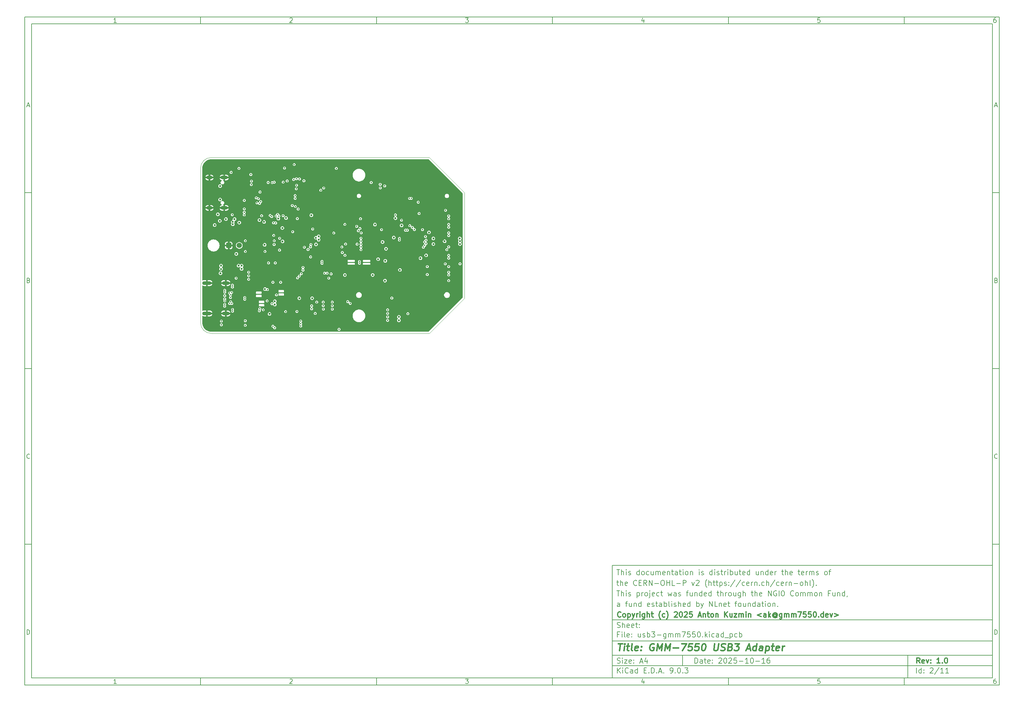
<source format=gbr>
%TF.GenerationSoftware,KiCad,Pcbnew,9.0.3*%
%TF.CreationDate,2025-10-16T10:39:47+02:00*%
%TF.ProjectId,usb3-gmm7550,75736233-2d67-46d6-9d37-3535302e6b69,1.0*%
%TF.SameCoordinates,Original*%
%TF.FileFunction,Copper,L2,Inr*%
%TF.FilePolarity,Positive*%
%FSLAX46Y46*%
G04 Gerber Fmt 4.6, Leading zero omitted, Abs format (unit mm)*
G04 Created by KiCad (PCBNEW 9.0.3) date 2025-10-16 10:39:47*
%MOMM*%
%LPD*%
G01*
G04 APERTURE LIST*
G04 Aperture macros list*
%AMRoundRect*
0 Rectangle with rounded corners*
0 $1 Rounding radius*
0 $2 $3 $4 $5 $6 $7 $8 $9 X,Y pos of 4 corners*
0 Add a 4 corners polygon primitive as box body*
4,1,4,$2,$3,$4,$5,$6,$7,$8,$9,$2,$3,0*
0 Add four circle primitives for the rounded corners*
1,1,$1+$1,$2,$3*
1,1,$1+$1,$4,$5*
1,1,$1+$1,$6,$7*
1,1,$1+$1,$8,$9*
0 Add four rect primitives between the rounded corners*
20,1,$1+$1,$2,$3,$4,$5,0*
20,1,$1+$1,$4,$5,$6,$7,0*
20,1,$1+$1,$6,$7,$8,$9,0*
20,1,$1+$1,$8,$9,$2,$3,0*%
G04 Aperture macros list end*
%ADD10C,0.100000*%
%ADD11C,0.150000*%
%ADD12C,0.300000*%
%ADD13C,0.400000*%
%TA.AperFunction,HeatsinkPad*%
%ADD14O,2.100000X1.100000*%
%TD*%
%TA.AperFunction,HeatsinkPad*%
%ADD15O,2.600000X1.100000*%
%TD*%
%TA.AperFunction,HeatsinkPad*%
%ADD16O,2.100000X1.000000*%
%TD*%
%TA.AperFunction,HeatsinkPad*%
%ADD17O,1.800000X1.000000*%
%TD*%
%TA.AperFunction,ComponentPad*%
%ADD18RoundRect,0.250001X0.499999X-0.499999X0.499999X0.499999X-0.499999X0.499999X-0.499999X-0.499999X0*%
%TD*%
%TA.AperFunction,ComponentPad*%
%ADD19C,1.500000*%
%TD*%
%TA.AperFunction,HeatsinkPad*%
%ADD20C,0.500000*%
%TD*%
%TA.AperFunction,ComponentPad*%
%ADD21C,0.400000*%
%TD*%
%TA.AperFunction,ViaPad*%
%ADD22C,0.400000*%
%TD*%
%TA.AperFunction,ViaPad*%
%ADD23C,0.600000*%
%TD*%
%TA.AperFunction,Profile*%
%ADD24C,0.100000*%
%TD*%
G04 APERTURE END LIST*
D10*
D11*
X177002200Y-166007200D02*
X285002200Y-166007200D01*
X285002200Y-198007200D01*
X177002200Y-198007200D01*
X177002200Y-166007200D01*
D10*
D11*
X10000000Y-10000000D02*
X287002200Y-10000000D01*
X287002200Y-200007200D01*
X10000000Y-200007200D01*
X10000000Y-10000000D01*
D10*
D11*
X12000000Y-12000000D02*
X285002200Y-12000000D01*
X285002200Y-198007200D01*
X12000000Y-198007200D01*
X12000000Y-12000000D01*
D10*
D11*
X60000000Y-12000000D02*
X60000000Y-10000000D01*
D10*
D11*
X110000000Y-12000000D02*
X110000000Y-10000000D01*
D10*
D11*
X160000000Y-12000000D02*
X160000000Y-10000000D01*
D10*
D11*
X210000000Y-12000000D02*
X210000000Y-10000000D01*
D10*
D11*
X260000000Y-12000000D02*
X260000000Y-10000000D01*
D10*
D11*
X36089160Y-11593604D02*
X35346303Y-11593604D01*
X35717731Y-11593604D02*
X35717731Y-10293604D01*
X35717731Y-10293604D02*
X35593922Y-10479319D01*
X35593922Y-10479319D02*
X35470112Y-10603128D01*
X35470112Y-10603128D02*
X35346303Y-10665033D01*
D10*
D11*
X85346303Y-10417414D02*
X85408207Y-10355509D01*
X85408207Y-10355509D02*
X85532017Y-10293604D01*
X85532017Y-10293604D02*
X85841541Y-10293604D01*
X85841541Y-10293604D02*
X85965350Y-10355509D01*
X85965350Y-10355509D02*
X86027255Y-10417414D01*
X86027255Y-10417414D02*
X86089160Y-10541223D01*
X86089160Y-10541223D02*
X86089160Y-10665033D01*
X86089160Y-10665033D02*
X86027255Y-10850747D01*
X86027255Y-10850747D02*
X85284398Y-11593604D01*
X85284398Y-11593604D02*
X86089160Y-11593604D01*
D10*
D11*
X135284398Y-10293604D02*
X136089160Y-10293604D01*
X136089160Y-10293604D02*
X135655826Y-10788842D01*
X135655826Y-10788842D02*
X135841541Y-10788842D01*
X135841541Y-10788842D02*
X135965350Y-10850747D01*
X135965350Y-10850747D02*
X136027255Y-10912652D01*
X136027255Y-10912652D02*
X136089160Y-11036461D01*
X136089160Y-11036461D02*
X136089160Y-11345985D01*
X136089160Y-11345985D02*
X136027255Y-11469795D01*
X136027255Y-11469795D02*
X135965350Y-11531700D01*
X135965350Y-11531700D02*
X135841541Y-11593604D01*
X135841541Y-11593604D02*
X135470112Y-11593604D01*
X135470112Y-11593604D02*
X135346303Y-11531700D01*
X135346303Y-11531700D02*
X135284398Y-11469795D01*
D10*
D11*
X185965350Y-10726938D02*
X185965350Y-11593604D01*
X185655826Y-10231700D02*
X185346303Y-11160271D01*
X185346303Y-11160271D02*
X186151064Y-11160271D01*
D10*
D11*
X236027255Y-10293604D02*
X235408207Y-10293604D01*
X235408207Y-10293604D02*
X235346303Y-10912652D01*
X235346303Y-10912652D02*
X235408207Y-10850747D01*
X235408207Y-10850747D02*
X235532017Y-10788842D01*
X235532017Y-10788842D02*
X235841541Y-10788842D01*
X235841541Y-10788842D02*
X235965350Y-10850747D01*
X235965350Y-10850747D02*
X236027255Y-10912652D01*
X236027255Y-10912652D02*
X236089160Y-11036461D01*
X236089160Y-11036461D02*
X236089160Y-11345985D01*
X236089160Y-11345985D02*
X236027255Y-11469795D01*
X236027255Y-11469795D02*
X235965350Y-11531700D01*
X235965350Y-11531700D02*
X235841541Y-11593604D01*
X235841541Y-11593604D02*
X235532017Y-11593604D01*
X235532017Y-11593604D02*
X235408207Y-11531700D01*
X235408207Y-11531700D02*
X235346303Y-11469795D01*
D10*
D11*
X285965350Y-10293604D02*
X285717731Y-10293604D01*
X285717731Y-10293604D02*
X285593922Y-10355509D01*
X285593922Y-10355509D02*
X285532017Y-10417414D01*
X285532017Y-10417414D02*
X285408207Y-10603128D01*
X285408207Y-10603128D02*
X285346303Y-10850747D01*
X285346303Y-10850747D02*
X285346303Y-11345985D01*
X285346303Y-11345985D02*
X285408207Y-11469795D01*
X285408207Y-11469795D02*
X285470112Y-11531700D01*
X285470112Y-11531700D02*
X285593922Y-11593604D01*
X285593922Y-11593604D02*
X285841541Y-11593604D01*
X285841541Y-11593604D02*
X285965350Y-11531700D01*
X285965350Y-11531700D02*
X286027255Y-11469795D01*
X286027255Y-11469795D02*
X286089160Y-11345985D01*
X286089160Y-11345985D02*
X286089160Y-11036461D01*
X286089160Y-11036461D02*
X286027255Y-10912652D01*
X286027255Y-10912652D02*
X285965350Y-10850747D01*
X285965350Y-10850747D02*
X285841541Y-10788842D01*
X285841541Y-10788842D02*
X285593922Y-10788842D01*
X285593922Y-10788842D02*
X285470112Y-10850747D01*
X285470112Y-10850747D02*
X285408207Y-10912652D01*
X285408207Y-10912652D02*
X285346303Y-11036461D01*
D10*
D11*
X60000000Y-198007200D02*
X60000000Y-200007200D01*
D10*
D11*
X110000000Y-198007200D02*
X110000000Y-200007200D01*
D10*
D11*
X160000000Y-198007200D02*
X160000000Y-200007200D01*
D10*
D11*
X210000000Y-198007200D02*
X210000000Y-200007200D01*
D10*
D11*
X260000000Y-198007200D02*
X260000000Y-200007200D01*
D10*
D11*
X36089160Y-199600804D02*
X35346303Y-199600804D01*
X35717731Y-199600804D02*
X35717731Y-198300804D01*
X35717731Y-198300804D02*
X35593922Y-198486519D01*
X35593922Y-198486519D02*
X35470112Y-198610328D01*
X35470112Y-198610328D02*
X35346303Y-198672233D01*
D10*
D11*
X85346303Y-198424614D02*
X85408207Y-198362709D01*
X85408207Y-198362709D02*
X85532017Y-198300804D01*
X85532017Y-198300804D02*
X85841541Y-198300804D01*
X85841541Y-198300804D02*
X85965350Y-198362709D01*
X85965350Y-198362709D02*
X86027255Y-198424614D01*
X86027255Y-198424614D02*
X86089160Y-198548423D01*
X86089160Y-198548423D02*
X86089160Y-198672233D01*
X86089160Y-198672233D02*
X86027255Y-198857947D01*
X86027255Y-198857947D02*
X85284398Y-199600804D01*
X85284398Y-199600804D02*
X86089160Y-199600804D01*
D10*
D11*
X135284398Y-198300804D02*
X136089160Y-198300804D01*
X136089160Y-198300804D02*
X135655826Y-198796042D01*
X135655826Y-198796042D02*
X135841541Y-198796042D01*
X135841541Y-198796042D02*
X135965350Y-198857947D01*
X135965350Y-198857947D02*
X136027255Y-198919852D01*
X136027255Y-198919852D02*
X136089160Y-199043661D01*
X136089160Y-199043661D02*
X136089160Y-199353185D01*
X136089160Y-199353185D02*
X136027255Y-199476995D01*
X136027255Y-199476995D02*
X135965350Y-199538900D01*
X135965350Y-199538900D02*
X135841541Y-199600804D01*
X135841541Y-199600804D02*
X135470112Y-199600804D01*
X135470112Y-199600804D02*
X135346303Y-199538900D01*
X135346303Y-199538900D02*
X135284398Y-199476995D01*
D10*
D11*
X185965350Y-198734138D02*
X185965350Y-199600804D01*
X185655826Y-198238900D02*
X185346303Y-199167471D01*
X185346303Y-199167471D02*
X186151064Y-199167471D01*
D10*
D11*
X236027255Y-198300804D02*
X235408207Y-198300804D01*
X235408207Y-198300804D02*
X235346303Y-198919852D01*
X235346303Y-198919852D02*
X235408207Y-198857947D01*
X235408207Y-198857947D02*
X235532017Y-198796042D01*
X235532017Y-198796042D02*
X235841541Y-198796042D01*
X235841541Y-198796042D02*
X235965350Y-198857947D01*
X235965350Y-198857947D02*
X236027255Y-198919852D01*
X236027255Y-198919852D02*
X236089160Y-199043661D01*
X236089160Y-199043661D02*
X236089160Y-199353185D01*
X236089160Y-199353185D02*
X236027255Y-199476995D01*
X236027255Y-199476995D02*
X235965350Y-199538900D01*
X235965350Y-199538900D02*
X235841541Y-199600804D01*
X235841541Y-199600804D02*
X235532017Y-199600804D01*
X235532017Y-199600804D02*
X235408207Y-199538900D01*
X235408207Y-199538900D02*
X235346303Y-199476995D01*
D10*
D11*
X285965350Y-198300804D02*
X285717731Y-198300804D01*
X285717731Y-198300804D02*
X285593922Y-198362709D01*
X285593922Y-198362709D02*
X285532017Y-198424614D01*
X285532017Y-198424614D02*
X285408207Y-198610328D01*
X285408207Y-198610328D02*
X285346303Y-198857947D01*
X285346303Y-198857947D02*
X285346303Y-199353185D01*
X285346303Y-199353185D02*
X285408207Y-199476995D01*
X285408207Y-199476995D02*
X285470112Y-199538900D01*
X285470112Y-199538900D02*
X285593922Y-199600804D01*
X285593922Y-199600804D02*
X285841541Y-199600804D01*
X285841541Y-199600804D02*
X285965350Y-199538900D01*
X285965350Y-199538900D02*
X286027255Y-199476995D01*
X286027255Y-199476995D02*
X286089160Y-199353185D01*
X286089160Y-199353185D02*
X286089160Y-199043661D01*
X286089160Y-199043661D02*
X286027255Y-198919852D01*
X286027255Y-198919852D02*
X285965350Y-198857947D01*
X285965350Y-198857947D02*
X285841541Y-198796042D01*
X285841541Y-198796042D02*
X285593922Y-198796042D01*
X285593922Y-198796042D02*
X285470112Y-198857947D01*
X285470112Y-198857947D02*
X285408207Y-198919852D01*
X285408207Y-198919852D02*
X285346303Y-199043661D01*
D10*
D11*
X10000000Y-60000000D02*
X12000000Y-60000000D01*
D10*
D11*
X10000000Y-110000000D02*
X12000000Y-110000000D01*
D10*
D11*
X10000000Y-160000000D02*
X12000000Y-160000000D01*
D10*
D11*
X10690476Y-35222176D02*
X11309523Y-35222176D01*
X10566666Y-35593604D02*
X10999999Y-34293604D01*
X10999999Y-34293604D02*
X11433333Y-35593604D01*
D10*
D11*
X11092857Y-84912652D02*
X11278571Y-84974557D01*
X11278571Y-84974557D02*
X11340476Y-85036461D01*
X11340476Y-85036461D02*
X11402380Y-85160271D01*
X11402380Y-85160271D02*
X11402380Y-85345985D01*
X11402380Y-85345985D02*
X11340476Y-85469795D01*
X11340476Y-85469795D02*
X11278571Y-85531700D01*
X11278571Y-85531700D02*
X11154761Y-85593604D01*
X11154761Y-85593604D02*
X10659523Y-85593604D01*
X10659523Y-85593604D02*
X10659523Y-84293604D01*
X10659523Y-84293604D02*
X11092857Y-84293604D01*
X11092857Y-84293604D02*
X11216666Y-84355509D01*
X11216666Y-84355509D02*
X11278571Y-84417414D01*
X11278571Y-84417414D02*
X11340476Y-84541223D01*
X11340476Y-84541223D02*
X11340476Y-84665033D01*
X11340476Y-84665033D02*
X11278571Y-84788842D01*
X11278571Y-84788842D02*
X11216666Y-84850747D01*
X11216666Y-84850747D02*
X11092857Y-84912652D01*
X11092857Y-84912652D02*
X10659523Y-84912652D01*
D10*
D11*
X11402380Y-135469795D02*
X11340476Y-135531700D01*
X11340476Y-135531700D02*
X11154761Y-135593604D01*
X11154761Y-135593604D02*
X11030952Y-135593604D01*
X11030952Y-135593604D02*
X10845238Y-135531700D01*
X10845238Y-135531700D02*
X10721428Y-135407890D01*
X10721428Y-135407890D02*
X10659523Y-135284080D01*
X10659523Y-135284080D02*
X10597619Y-135036461D01*
X10597619Y-135036461D02*
X10597619Y-134850747D01*
X10597619Y-134850747D02*
X10659523Y-134603128D01*
X10659523Y-134603128D02*
X10721428Y-134479319D01*
X10721428Y-134479319D02*
X10845238Y-134355509D01*
X10845238Y-134355509D02*
X11030952Y-134293604D01*
X11030952Y-134293604D02*
X11154761Y-134293604D01*
X11154761Y-134293604D02*
X11340476Y-134355509D01*
X11340476Y-134355509D02*
X11402380Y-134417414D01*
D10*
D11*
X10659523Y-185593604D02*
X10659523Y-184293604D01*
X10659523Y-184293604D02*
X10969047Y-184293604D01*
X10969047Y-184293604D02*
X11154761Y-184355509D01*
X11154761Y-184355509D02*
X11278571Y-184479319D01*
X11278571Y-184479319D02*
X11340476Y-184603128D01*
X11340476Y-184603128D02*
X11402380Y-184850747D01*
X11402380Y-184850747D02*
X11402380Y-185036461D01*
X11402380Y-185036461D02*
X11340476Y-185284080D01*
X11340476Y-185284080D02*
X11278571Y-185407890D01*
X11278571Y-185407890D02*
X11154761Y-185531700D01*
X11154761Y-185531700D02*
X10969047Y-185593604D01*
X10969047Y-185593604D02*
X10659523Y-185593604D01*
D10*
D11*
X287002200Y-60000000D02*
X285002200Y-60000000D01*
D10*
D11*
X287002200Y-110000000D02*
X285002200Y-110000000D01*
D10*
D11*
X287002200Y-160000000D02*
X285002200Y-160000000D01*
D10*
D11*
X285692676Y-35222176D02*
X286311723Y-35222176D01*
X285568866Y-35593604D02*
X286002199Y-34293604D01*
X286002199Y-34293604D02*
X286435533Y-35593604D01*
D10*
D11*
X286095057Y-84912652D02*
X286280771Y-84974557D01*
X286280771Y-84974557D02*
X286342676Y-85036461D01*
X286342676Y-85036461D02*
X286404580Y-85160271D01*
X286404580Y-85160271D02*
X286404580Y-85345985D01*
X286404580Y-85345985D02*
X286342676Y-85469795D01*
X286342676Y-85469795D02*
X286280771Y-85531700D01*
X286280771Y-85531700D02*
X286156961Y-85593604D01*
X286156961Y-85593604D02*
X285661723Y-85593604D01*
X285661723Y-85593604D02*
X285661723Y-84293604D01*
X285661723Y-84293604D02*
X286095057Y-84293604D01*
X286095057Y-84293604D02*
X286218866Y-84355509D01*
X286218866Y-84355509D02*
X286280771Y-84417414D01*
X286280771Y-84417414D02*
X286342676Y-84541223D01*
X286342676Y-84541223D02*
X286342676Y-84665033D01*
X286342676Y-84665033D02*
X286280771Y-84788842D01*
X286280771Y-84788842D02*
X286218866Y-84850747D01*
X286218866Y-84850747D02*
X286095057Y-84912652D01*
X286095057Y-84912652D02*
X285661723Y-84912652D01*
D10*
D11*
X286404580Y-135469795D02*
X286342676Y-135531700D01*
X286342676Y-135531700D02*
X286156961Y-135593604D01*
X286156961Y-135593604D02*
X286033152Y-135593604D01*
X286033152Y-135593604D02*
X285847438Y-135531700D01*
X285847438Y-135531700D02*
X285723628Y-135407890D01*
X285723628Y-135407890D02*
X285661723Y-135284080D01*
X285661723Y-135284080D02*
X285599819Y-135036461D01*
X285599819Y-135036461D02*
X285599819Y-134850747D01*
X285599819Y-134850747D02*
X285661723Y-134603128D01*
X285661723Y-134603128D02*
X285723628Y-134479319D01*
X285723628Y-134479319D02*
X285847438Y-134355509D01*
X285847438Y-134355509D02*
X286033152Y-134293604D01*
X286033152Y-134293604D02*
X286156961Y-134293604D01*
X286156961Y-134293604D02*
X286342676Y-134355509D01*
X286342676Y-134355509D02*
X286404580Y-134417414D01*
D10*
D11*
X285661723Y-185593604D02*
X285661723Y-184293604D01*
X285661723Y-184293604D02*
X285971247Y-184293604D01*
X285971247Y-184293604D02*
X286156961Y-184355509D01*
X286156961Y-184355509D02*
X286280771Y-184479319D01*
X286280771Y-184479319D02*
X286342676Y-184603128D01*
X286342676Y-184603128D02*
X286404580Y-184850747D01*
X286404580Y-184850747D02*
X286404580Y-185036461D01*
X286404580Y-185036461D02*
X286342676Y-185284080D01*
X286342676Y-185284080D02*
X286280771Y-185407890D01*
X286280771Y-185407890D02*
X286156961Y-185531700D01*
X286156961Y-185531700D02*
X285971247Y-185593604D01*
X285971247Y-185593604D02*
X285661723Y-185593604D01*
D10*
D11*
X200458026Y-193793328D02*
X200458026Y-192293328D01*
X200458026Y-192293328D02*
X200815169Y-192293328D01*
X200815169Y-192293328D02*
X201029455Y-192364757D01*
X201029455Y-192364757D02*
X201172312Y-192507614D01*
X201172312Y-192507614D02*
X201243741Y-192650471D01*
X201243741Y-192650471D02*
X201315169Y-192936185D01*
X201315169Y-192936185D02*
X201315169Y-193150471D01*
X201315169Y-193150471D02*
X201243741Y-193436185D01*
X201243741Y-193436185D02*
X201172312Y-193579042D01*
X201172312Y-193579042D02*
X201029455Y-193721900D01*
X201029455Y-193721900D02*
X200815169Y-193793328D01*
X200815169Y-193793328D02*
X200458026Y-193793328D01*
X202600884Y-193793328D02*
X202600884Y-193007614D01*
X202600884Y-193007614D02*
X202529455Y-192864757D01*
X202529455Y-192864757D02*
X202386598Y-192793328D01*
X202386598Y-192793328D02*
X202100884Y-192793328D01*
X202100884Y-192793328D02*
X201958026Y-192864757D01*
X202600884Y-193721900D02*
X202458026Y-193793328D01*
X202458026Y-193793328D02*
X202100884Y-193793328D01*
X202100884Y-193793328D02*
X201958026Y-193721900D01*
X201958026Y-193721900D02*
X201886598Y-193579042D01*
X201886598Y-193579042D02*
X201886598Y-193436185D01*
X201886598Y-193436185D02*
X201958026Y-193293328D01*
X201958026Y-193293328D02*
X202100884Y-193221900D01*
X202100884Y-193221900D02*
X202458026Y-193221900D01*
X202458026Y-193221900D02*
X202600884Y-193150471D01*
X203100884Y-192793328D02*
X203672312Y-192793328D01*
X203315169Y-192293328D02*
X203315169Y-193579042D01*
X203315169Y-193579042D02*
X203386598Y-193721900D01*
X203386598Y-193721900D02*
X203529455Y-193793328D01*
X203529455Y-193793328D02*
X203672312Y-193793328D01*
X204743741Y-193721900D02*
X204600884Y-193793328D01*
X204600884Y-193793328D02*
X204315170Y-193793328D01*
X204315170Y-193793328D02*
X204172312Y-193721900D01*
X204172312Y-193721900D02*
X204100884Y-193579042D01*
X204100884Y-193579042D02*
X204100884Y-193007614D01*
X204100884Y-193007614D02*
X204172312Y-192864757D01*
X204172312Y-192864757D02*
X204315170Y-192793328D01*
X204315170Y-192793328D02*
X204600884Y-192793328D01*
X204600884Y-192793328D02*
X204743741Y-192864757D01*
X204743741Y-192864757D02*
X204815170Y-193007614D01*
X204815170Y-193007614D02*
X204815170Y-193150471D01*
X204815170Y-193150471D02*
X204100884Y-193293328D01*
X205458026Y-193650471D02*
X205529455Y-193721900D01*
X205529455Y-193721900D02*
X205458026Y-193793328D01*
X205458026Y-193793328D02*
X205386598Y-193721900D01*
X205386598Y-193721900D02*
X205458026Y-193650471D01*
X205458026Y-193650471D02*
X205458026Y-193793328D01*
X205458026Y-192864757D02*
X205529455Y-192936185D01*
X205529455Y-192936185D02*
X205458026Y-193007614D01*
X205458026Y-193007614D02*
X205386598Y-192936185D01*
X205386598Y-192936185D02*
X205458026Y-192864757D01*
X205458026Y-192864757D02*
X205458026Y-193007614D01*
X207243741Y-192436185D02*
X207315169Y-192364757D01*
X207315169Y-192364757D02*
X207458027Y-192293328D01*
X207458027Y-192293328D02*
X207815169Y-192293328D01*
X207815169Y-192293328D02*
X207958027Y-192364757D01*
X207958027Y-192364757D02*
X208029455Y-192436185D01*
X208029455Y-192436185D02*
X208100884Y-192579042D01*
X208100884Y-192579042D02*
X208100884Y-192721900D01*
X208100884Y-192721900D02*
X208029455Y-192936185D01*
X208029455Y-192936185D02*
X207172312Y-193793328D01*
X207172312Y-193793328D02*
X208100884Y-193793328D01*
X209029455Y-192293328D02*
X209172312Y-192293328D01*
X209172312Y-192293328D02*
X209315169Y-192364757D01*
X209315169Y-192364757D02*
X209386598Y-192436185D01*
X209386598Y-192436185D02*
X209458026Y-192579042D01*
X209458026Y-192579042D02*
X209529455Y-192864757D01*
X209529455Y-192864757D02*
X209529455Y-193221900D01*
X209529455Y-193221900D02*
X209458026Y-193507614D01*
X209458026Y-193507614D02*
X209386598Y-193650471D01*
X209386598Y-193650471D02*
X209315169Y-193721900D01*
X209315169Y-193721900D02*
X209172312Y-193793328D01*
X209172312Y-193793328D02*
X209029455Y-193793328D01*
X209029455Y-193793328D02*
X208886598Y-193721900D01*
X208886598Y-193721900D02*
X208815169Y-193650471D01*
X208815169Y-193650471D02*
X208743740Y-193507614D01*
X208743740Y-193507614D02*
X208672312Y-193221900D01*
X208672312Y-193221900D02*
X208672312Y-192864757D01*
X208672312Y-192864757D02*
X208743740Y-192579042D01*
X208743740Y-192579042D02*
X208815169Y-192436185D01*
X208815169Y-192436185D02*
X208886598Y-192364757D01*
X208886598Y-192364757D02*
X209029455Y-192293328D01*
X210100883Y-192436185D02*
X210172311Y-192364757D01*
X210172311Y-192364757D02*
X210315169Y-192293328D01*
X210315169Y-192293328D02*
X210672311Y-192293328D01*
X210672311Y-192293328D02*
X210815169Y-192364757D01*
X210815169Y-192364757D02*
X210886597Y-192436185D01*
X210886597Y-192436185D02*
X210958026Y-192579042D01*
X210958026Y-192579042D02*
X210958026Y-192721900D01*
X210958026Y-192721900D02*
X210886597Y-192936185D01*
X210886597Y-192936185D02*
X210029454Y-193793328D01*
X210029454Y-193793328D02*
X210958026Y-193793328D01*
X212315168Y-192293328D02*
X211600882Y-192293328D01*
X211600882Y-192293328D02*
X211529454Y-193007614D01*
X211529454Y-193007614D02*
X211600882Y-192936185D01*
X211600882Y-192936185D02*
X211743740Y-192864757D01*
X211743740Y-192864757D02*
X212100882Y-192864757D01*
X212100882Y-192864757D02*
X212243740Y-192936185D01*
X212243740Y-192936185D02*
X212315168Y-193007614D01*
X212315168Y-193007614D02*
X212386597Y-193150471D01*
X212386597Y-193150471D02*
X212386597Y-193507614D01*
X212386597Y-193507614D02*
X212315168Y-193650471D01*
X212315168Y-193650471D02*
X212243740Y-193721900D01*
X212243740Y-193721900D02*
X212100882Y-193793328D01*
X212100882Y-193793328D02*
X211743740Y-193793328D01*
X211743740Y-193793328D02*
X211600882Y-193721900D01*
X211600882Y-193721900D02*
X211529454Y-193650471D01*
X213029453Y-193221900D02*
X214172311Y-193221900D01*
X215672311Y-193793328D02*
X214815168Y-193793328D01*
X215243739Y-193793328D02*
X215243739Y-192293328D01*
X215243739Y-192293328D02*
X215100882Y-192507614D01*
X215100882Y-192507614D02*
X214958025Y-192650471D01*
X214958025Y-192650471D02*
X214815168Y-192721900D01*
X216600882Y-192293328D02*
X216743739Y-192293328D01*
X216743739Y-192293328D02*
X216886596Y-192364757D01*
X216886596Y-192364757D02*
X216958025Y-192436185D01*
X216958025Y-192436185D02*
X217029453Y-192579042D01*
X217029453Y-192579042D02*
X217100882Y-192864757D01*
X217100882Y-192864757D02*
X217100882Y-193221900D01*
X217100882Y-193221900D02*
X217029453Y-193507614D01*
X217029453Y-193507614D02*
X216958025Y-193650471D01*
X216958025Y-193650471D02*
X216886596Y-193721900D01*
X216886596Y-193721900D02*
X216743739Y-193793328D01*
X216743739Y-193793328D02*
X216600882Y-193793328D01*
X216600882Y-193793328D02*
X216458025Y-193721900D01*
X216458025Y-193721900D02*
X216386596Y-193650471D01*
X216386596Y-193650471D02*
X216315167Y-193507614D01*
X216315167Y-193507614D02*
X216243739Y-193221900D01*
X216243739Y-193221900D02*
X216243739Y-192864757D01*
X216243739Y-192864757D02*
X216315167Y-192579042D01*
X216315167Y-192579042D02*
X216386596Y-192436185D01*
X216386596Y-192436185D02*
X216458025Y-192364757D01*
X216458025Y-192364757D02*
X216600882Y-192293328D01*
X217743738Y-193221900D02*
X218886596Y-193221900D01*
X220386596Y-193793328D02*
X219529453Y-193793328D01*
X219958024Y-193793328D02*
X219958024Y-192293328D01*
X219958024Y-192293328D02*
X219815167Y-192507614D01*
X219815167Y-192507614D02*
X219672310Y-192650471D01*
X219672310Y-192650471D02*
X219529453Y-192721900D01*
X221672310Y-192293328D02*
X221386595Y-192293328D01*
X221386595Y-192293328D02*
X221243738Y-192364757D01*
X221243738Y-192364757D02*
X221172310Y-192436185D01*
X221172310Y-192436185D02*
X221029452Y-192650471D01*
X221029452Y-192650471D02*
X220958024Y-192936185D01*
X220958024Y-192936185D02*
X220958024Y-193507614D01*
X220958024Y-193507614D02*
X221029452Y-193650471D01*
X221029452Y-193650471D02*
X221100881Y-193721900D01*
X221100881Y-193721900D02*
X221243738Y-193793328D01*
X221243738Y-193793328D02*
X221529452Y-193793328D01*
X221529452Y-193793328D02*
X221672310Y-193721900D01*
X221672310Y-193721900D02*
X221743738Y-193650471D01*
X221743738Y-193650471D02*
X221815167Y-193507614D01*
X221815167Y-193507614D02*
X221815167Y-193150471D01*
X221815167Y-193150471D02*
X221743738Y-193007614D01*
X221743738Y-193007614D02*
X221672310Y-192936185D01*
X221672310Y-192936185D02*
X221529452Y-192864757D01*
X221529452Y-192864757D02*
X221243738Y-192864757D01*
X221243738Y-192864757D02*
X221100881Y-192936185D01*
X221100881Y-192936185D02*
X221029452Y-193007614D01*
X221029452Y-193007614D02*
X220958024Y-193150471D01*
D10*
D11*
X177002200Y-194507200D02*
X285002200Y-194507200D01*
D10*
D11*
X178458026Y-196593328D02*
X178458026Y-195093328D01*
X179315169Y-196593328D02*
X178672312Y-195736185D01*
X179315169Y-195093328D02*
X178458026Y-195950471D01*
X179958026Y-196593328D02*
X179958026Y-195593328D01*
X179958026Y-195093328D02*
X179886598Y-195164757D01*
X179886598Y-195164757D02*
X179958026Y-195236185D01*
X179958026Y-195236185D02*
X180029455Y-195164757D01*
X180029455Y-195164757D02*
X179958026Y-195093328D01*
X179958026Y-195093328D02*
X179958026Y-195236185D01*
X181529455Y-196450471D02*
X181458027Y-196521900D01*
X181458027Y-196521900D02*
X181243741Y-196593328D01*
X181243741Y-196593328D02*
X181100884Y-196593328D01*
X181100884Y-196593328D02*
X180886598Y-196521900D01*
X180886598Y-196521900D02*
X180743741Y-196379042D01*
X180743741Y-196379042D02*
X180672312Y-196236185D01*
X180672312Y-196236185D02*
X180600884Y-195950471D01*
X180600884Y-195950471D02*
X180600884Y-195736185D01*
X180600884Y-195736185D02*
X180672312Y-195450471D01*
X180672312Y-195450471D02*
X180743741Y-195307614D01*
X180743741Y-195307614D02*
X180886598Y-195164757D01*
X180886598Y-195164757D02*
X181100884Y-195093328D01*
X181100884Y-195093328D02*
X181243741Y-195093328D01*
X181243741Y-195093328D02*
X181458027Y-195164757D01*
X181458027Y-195164757D02*
X181529455Y-195236185D01*
X182815170Y-196593328D02*
X182815170Y-195807614D01*
X182815170Y-195807614D02*
X182743741Y-195664757D01*
X182743741Y-195664757D02*
X182600884Y-195593328D01*
X182600884Y-195593328D02*
X182315170Y-195593328D01*
X182315170Y-195593328D02*
X182172312Y-195664757D01*
X182815170Y-196521900D02*
X182672312Y-196593328D01*
X182672312Y-196593328D02*
X182315170Y-196593328D01*
X182315170Y-196593328D02*
X182172312Y-196521900D01*
X182172312Y-196521900D02*
X182100884Y-196379042D01*
X182100884Y-196379042D02*
X182100884Y-196236185D01*
X182100884Y-196236185D02*
X182172312Y-196093328D01*
X182172312Y-196093328D02*
X182315170Y-196021900D01*
X182315170Y-196021900D02*
X182672312Y-196021900D01*
X182672312Y-196021900D02*
X182815170Y-195950471D01*
X184172313Y-196593328D02*
X184172313Y-195093328D01*
X184172313Y-196521900D02*
X184029455Y-196593328D01*
X184029455Y-196593328D02*
X183743741Y-196593328D01*
X183743741Y-196593328D02*
X183600884Y-196521900D01*
X183600884Y-196521900D02*
X183529455Y-196450471D01*
X183529455Y-196450471D02*
X183458027Y-196307614D01*
X183458027Y-196307614D02*
X183458027Y-195879042D01*
X183458027Y-195879042D02*
X183529455Y-195736185D01*
X183529455Y-195736185D02*
X183600884Y-195664757D01*
X183600884Y-195664757D02*
X183743741Y-195593328D01*
X183743741Y-195593328D02*
X184029455Y-195593328D01*
X184029455Y-195593328D02*
X184172313Y-195664757D01*
X186029455Y-195807614D02*
X186529455Y-195807614D01*
X186743741Y-196593328D02*
X186029455Y-196593328D01*
X186029455Y-196593328D02*
X186029455Y-195093328D01*
X186029455Y-195093328D02*
X186743741Y-195093328D01*
X187386598Y-196450471D02*
X187458027Y-196521900D01*
X187458027Y-196521900D02*
X187386598Y-196593328D01*
X187386598Y-196593328D02*
X187315170Y-196521900D01*
X187315170Y-196521900D02*
X187386598Y-196450471D01*
X187386598Y-196450471D02*
X187386598Y-196593328D01*
X188100884Y-196593328D02*
X188100884Y-195093328D01*
X188100884Y-195093328D02*
X188458027Y-195093328D01*
X188458027Y-195093328D02*
X188672313Y-195164757D01*
X188672313Y-195164757D02*
X188815170Y-195307614D01*
X188815170Y-195307614D02*
X188886599Y-195450471D01*
X188886599Y-195450471D02*
X188958027Y-195736185D01*
X188958027Y-195736185D02*
X188958027Y-195950471D01*
X188958027Y-195950471D02*
X188886599Y-196236185D01*
X188886599Y-196236185D02*
X188815170Y-196379042D01*
X188815170Y-196379042D02*
X188672313Y-196521900D01*
X188672313Y-196521900D02*
X188458027Y-196593328D01*
X188458027Y-196593328D02*
X188100884Y-196593328D01*
X189600884Y-196450471D02*
X189672313Y-196521900D01*
X189672313Y-196521900D02*
X189600884Y-196593328D01*
X189600884Y-196593328D02*
X189529456Y-196521900D01*
X189529456Y-196521900D02*
X189600884Y-196450471D01*
X189600884Y-196450471D02*
X189600884Y-196593328D01*
X190243742Y-196164757D02*
X190958028Y-196164757D01*
X190100885Y-196593328D02*
X190600885Y-195093328D01*
X190600885Y-195093328D02*
X191100885Y-196593328D01*
X191600884Y-196450471D02*
X191672313Y-196521900D01*
X191672313Y-196521900D02*
X191600884Y-196593328D01*
X191600884Y-196593328D02*
X191529456Y-196521900D01*
X191529456Y-196521900D02*
X191600884Y-196450471D01*
X191600884Y-196450471D02*
X191600884Y-196593328D01*
X193529456Y-196593328D02*
X193815170Y-196593328D01*
X193815170Y-196593328D02*
X193958027Y-196521900D01*
X193958027Y-196521900D02*
X194029456Y-196450471D01*
X194029456Y-196450471D02*
X194172313Y-196236185D01*
X194172313Y-196236185D02*
X194243742Y-195950471D01*
X194243742Y-195950471D02*
X194243742Y-195379042D01*
X194243742Y-195379042D02*
X194172313Y-195236185D01*
X194172313Y-195236185D02*
X194100885Y-195164757D01*
X194100885Y-195164757D02*
X193958027Y-195093328D01*
X193958027Y-195093328D02*
X193672313Y-195093328D01*
X193672313Y-195093328D02*
X193529456Y-195164757D01*
X193529456Y-195164757D02*
X193458027Y-195236185D01*
X193458027Y-195236185D02*
X193386599Y-195379042D01*
X193386599Y-195379042D02*
X193386599Y-195736185D01*
X193386599Y-195736185D02*
X193458027Y-195879042D01*
X193458027Y-195879042D02*
X193529456Y-195950471D01*
X193529456Y-195950471D02*
X193672313Y-196021900D01*
X193672313Y-196021900D02*
X193958027Y-196021900D01*
X193958027Y-196021900D02*
X194100885Y-195950471D01*
X194100885Y-195950471D02*
X194172313Y-195879042D01*
X194172313Y-195879042D02*
X194243742Y-195736185D01*
X194886598Y-196450471D02*
X194958027Y-196521900D01*
X194958027Y-196521900D02*
X194886598Y-196593328D01*
X194886598Y-196593328D02*
X194815170Y-196521900D01*
X194815170Y-196521900D02*
X194886598Y-196450471D01*
X194886598Y-196450471D02*
X194886598Y-196593328D01*
X195886599Y-195093328D02*
X196029456Y-195093328D01*
X196029456Y-195093328D02*
X196172313Y-195164757D01*
X196172313Y-195164757D02*
X196243742Y-195236185D01*
X196243742Y-195236185D02*
X196315170Y-195379042D01*
X196315170Y-195379042D02*
X196386599Y-195664757D01*
X196386599Y-195664757D02*
X196386599Y-196021900D01*
X196386599Y-196021900D02*
X196315170Y-196307614D01*
X196315170Y-196307614D02*
X196243742Y-196450471D01*
X196243742Y-196450471D02*
X196172313Y-196521900D01*
X196172313Y-196521900D02*
X196029456Y-196593328D01*
X196029456Y-196593328D02*
X195886599Y-196593328D01*
X195886599Y-196593328D02*
X195743742Y-196521900D01*
X195743742Y-196521900D02*
X195672313Y-196450471D01*
X195672313Y-196450471D02*
X195600884Y-196307614D01*
X195600884Y-196307614D02*
X195529456Y-196021900D01*
X195529456Y-196021900D02*
X195529456Y-195664757D01*
X195529456Y-195664757D02*
X195600884Y-195379042D01*
X195600884Y-195379042D02*
X195672313Y-195236185D01*
X195672313Y-195236185D02*
X195743742Y-195164757D01*
X195743742Y-195164757D02*
X195886599Y-195093328D01*
X197029455Y-196450471D02*
X197100884Y-196521900D01*
X197100884Y-196521900D02*
X197029455Y-196593328D01*
X197029455Y-196593328D02*
X196958027Y-196521900D01*
X196958027Y-196521900D02*
X197029455Y-196450471D01*
X197029455Y-196450471D02*
X197029455Y-196593328D01*
X197600884Y-195093328D02*
X198529456Y-195093328D01*
X198529456Y-195093328D02*
X198029456Y-195664757D01*
X198029456Y-195664757D02*
X198243741Y-195664757D01*
X198243741Y-195664757D02*
X198386599Y-195736185D01*
X198386599Y-195736185D02*
X198458027Y-195807614D01*
X198458027Y-195807614D02*
X198529456Y-195950471D01*
X198529456Y-195950471D02*
X198529456Y-196307614D01*
X198529456Y-196307614D02*
X198458027Y-196450471D01*
X198458027Y-196450471D02*
X198386599Y-196521900D01*
X198386599Y-196521900D02*
X198243741Y-196593328D01*
X198243741Y-196593328D02*
X197815170Y-196593328D01*
X197815170Y-196593328D02*
X197672313Y-196521900D01*
X197672313Y-196521900D02*
X197600884Y-196450471D01*
D10*
D11*
X177002200Y-191507200D02*
X285002200Y-191507200D01*
D10*
D12*
X264413853Y-193785528D02*
X263913853Y-193071242D01*
X263556710Y-193785528D02*
X263556710Y-192285528D01*
X263556710Y-192285528D02*
X264128139Y-192285528D01*
X264128139Y-192285528D02*
X264270996Y-192356957D01*
X264270996Y-192356957D02*
X264342425Y-192428385D01*
X264342425Y-192428385D02*
X264413853Y-192571242D01*
X264413853Y-192571242D02*
X264413853Y-192785528D01*
X264413853Y-192785528D02*
X264342425Y-192928385D01*
X264342425Y-192928385D02*
X264270996Y-192999814D01*
X264270996Y-192999814D02*
X264128139Y-193071242D01*
X264128139Y-193071242D02*
X263556710Y-193071242D01*
X265628139Y-193714100D02*
X265485282Y-193785528D01*
X265485282Y-193785528D02*
X265199568Y-193785528D01*
X265199568Y-193785528D02*
X265056710Y-193714100D01*
X265056710Y-193714100D02*
X264985282Y-193571242D01*
X264985282Y-193571242D02*
X264985282Y-192999814D01*
X264985282Y-192999814D02*
X265056710Y-192856957D01*
X265056710Y-192856957D02*
X265199568Y-192785528D01*
X265199568Y-192785528D02*
X265485282Y-192785528D01*
X265485282Y-192785528D02*
X265628139Y-192856957D01*
X265628139Y-192856957D02*
X265699568Y-192999814D01*
X265699568Y-192999814D02*
X265699568Y-193142671D01*
X265699568Y-193142671D02*
X264985282Y-193285528D01*
X266199567Y-192785528D02*
X266556710Y-193785528D01*
X266556710Y-193785528D02*
X266913853Y-192785528D01*
X267485281Y-193642671D02*
X267556710Y-193714100D01*
X267556710Y-193714100D02*
X267485281Y-193785528D01*
X267485281Y-193785528D02*
X267413853Y-193714100D01*
X267413853Y-193714100D02*
X267485281Y-193642671D01*
X267485281Y-193642671D02*
X267485281Y-193785528D01*
X267485281Y-192856957D02*
X267556710Y-192928385D01*
X267556710Y-192928385D02*
X267485281Y-192999814D01*
X267485281Y-192999814D02*
X267413853Y-192928385D01*
X267413853Y-192928385D02*
X267485281Y-192856957D01*
X267485281Y-192856957D02*
X267485281Y-192999814D01*
X270128139Y-193785528D02*
X269270996Y-193785528D01*
X269699567Y-193785528D02*
X269699567Y-192285528D01*
X269699567Y-192285528D02*
X269556710Y-192499814D01*
X269556710Y-192499814D02*
X269413853Y-192642671D01*
X269413853Y-192642671D02*
X269270996Y-192714100D01*
X270770995Y-193642671D02*
X270842424Y-193714100D01*
X270842424Y-193714100D02*
X270770995Y-193785528D01*
X270770995Y-193785528D02*
X270699567Y-193714100D01*
X270699567Y-193714100D02*
X270770995Y-193642671D01*
X270770995Y-193642671D02*
X270770995Y-193785528D01*
X271770996Y-192285528D02*
X271913853Y-192285528D01*
X271913853Y-192285528D02*
X272056710Y-192356957D01*
X272056710Y-192356957D02*
X272128139Y-192428385D01*
X272128139Y-192428385D02*
X272199567Y-192571242D01*
X272199567Y-192571242D02*
X272270996Y-192856957D01*
X272270996Y-192856957D02*
X272270996Y-193214100D01*
X272270996Y-193214100D02*
X272199567Y-193499814D01*
X272199567Y-193499814D02*
X272128139Y-193642671D01*
X272128139Y-193642671D02*
X272056710Y-193714100D01*
X272056710Y-193714100D02*
X271913853Y-193785528D01*
X271913853Y-193785528D02*
X271770996Y-193785528D01*
X271770996Y-193785528D02*
X271628139Y-193714100D01*
X271628139Y-193714100D02*
X271556710Y-193642671D01*
X271556710Y-193642671D02*
X271485281Y-193499814D01*
X271485281Y-193499814D02*
X271413853Y-193214100D01*
X271413853Y-193214100D02*
X271413853Y-192856957D01*
X271413853Y-192856957D02*
X271485281Y-192571242D01*
X271485281Y-192571242D02*
X271556710Y-192428385D01*
X271556710Y-192428385D02*
X271628139Y-192356957D01*
X271628139Y-192356957D02*
X271770996Y-192285528D01*
D10*
D11*
X178386598Y-193721900D02*
X178600884Y-193793328D01*
X178600884Y-193793328D02*
X178958026Y-193793328D01*
X178958026Y-193793328D02*
X179100884Y-193721900D01*
X179100884Y-193721900D02*
X179172312Y-193650471D01*
X179172312Y-193650471D02*
X179243741Y-193507614D01*
X179243741Y-193507614D02*
X179243741Y-193364757D01*
X179243741Y-193364757D02*
X179172312Y-193221900D01*
X179172312Y-193221900D02*
X179100884Y-193150471D01*
X179100884Y-193150471D02*
X178958026Y-193079042D01*
X178958026Y-193079042D02*
X178672312Y-193007614D01*
X178672312Y-193007614D02*
X178529455Y-192936185D01*
X178529455Y-192936185D02*
X178458026Y-192864757D01*
X178458026Y-192864757D02*
X178386598Y-192721900D01*
X178386598Y-192721900D02*
X178386598Y-192579042D01*
X178386598Y-192579042D02*
X178458026Y-192436185D01*
X178458026Y-192436185D02*
X178529455Y-192364757D01*
X178529455Y-192364757D02*
X178672312Y-192293328D01*
X178672312Y-192293328D02*
X179029455Y-192293328D01*
X179029455Y-192293328D02*
X179243741Y-192364757D01*
X179886597Y-193793328D02*
X179886597Y-192793328D01*
X179886597Y-192293328D02*
X179815169Y-192364757D01*
X179815169Y-192364757D02*
X179886597Y-192436185D01*
X179886597Y-192436185D02*
X179958026Y-192364757D01*
X179958026Y-192364757D02*
X179886597Y-192293328D01*
X179886597Y-192293328D02*
X179886597Y-192436185D01*
X180458026Y-192793328D02*
X181243741Y-192793328D01*
X181243741Y-192793328D02*
X180458026Y-193793328D01*
X180458026Y-193793328D02*
X181243741Y-193793328D01*
X182386598Y-193721900D02*
X182243741Y-193793328D01*
X182243741Y-193793328D02*
X181958027Y-193793328D01*
X181958027Y-193793328D02*
X181815169Y-193721900D01*
X181815169Y-193721900D02*
X181743741Y-193579042D01*
X181743741Y-193579042D02*
X181743741Y-193007614D01*
X181743741Y-193007614D02*
X181815169Y-192864757D01*
X181815169Y-192864757D02*
X181958027Y-192793328D01*
X181958027Y-192793328D02*
X182243741Y-192793328D01*
X182243741Y-192793328D02*
X182386598Y-192864757D01*
X182386598Y-192864757D02*
X182458027Y-193007614D01*
X182458027Y-193007614D02*
X182458027Y-193150471D01*
X182458027Y-193150471D02*
X181743741Y-193293328D01*
X183100883Y-193650471D02*
X183172312Y-193721900D01*
X183172312Y-193721900D02*
X183100883Y-193793328D01*
X183100883Y-193793328D02*
X183029455Y-193721900D01*
X183029455Y-193721900D02*
X183100883Y-193650471D01*
X183100883Y-193650471D02*
X183100883Y-193793328D01*
X183100883Y-192864757D02*
X183172312Y-192936185D01*
X183172312Y-192936185D02*
X183100883Y-193007614D01*
X183100883Y-193007614D02*
X183029455Y-192936185D01*
X183029455Y-192936185D02*
X183100883Y-192864757D01*
X183100883Y-192864757D02*
X183100883Y-193007614D01*
X184886598Y-193364757D02*
X185600884Y-193364757D01*
X184743741Y-193793328D02*
X185243741Y-192293328D01*
X185243741Y-192293328D02*
X185743741Y-193793328D01*
X186886598Y-192793328D02*
X186886598Y-193793328D01*
X186529455Y-192221900D02*
X186172312Y-193293328D01*
X186172312Y-193293328D02*
X187100883Y-193293328D01*
D10*
D11*
X263458026Y-196593328D02*
X263458026Y-195093328D01*
X264815170Y-196593328D02*
X264815170Y-195093328D01*
X264815170Y-196521900D02*
X264672312Y-196593328D01*
X264672312Y-196593328D02*
X264386598Y-196593328D01*
X264386598Y-196593328D02*
X264243741Y-196521900D01*
X264243741Y-196521900D02*
X264172312Y-196450471D01*
X264172312Y-196450471D02*
X264100884Y-196307614D01*
X264100884Y-196307614D02*
X264100884Y-195879042D01*
X264100884Y-195879042D02*
X264172312Y-195736185D01*
X264172312Y-195736185D02*
X264243741Y-195664757D01*
X264243741Y-195664757D02*
X264386598Y-195593328D01*
X264386598Y-195593328D02*
X264672312Y-195593328D01*
X264672312Y-195593328D02*
X264815170Y-195664757D01*
X265529455Y-196450471D02*
X265600884Y-196521900D01*
X265600884Y-196521900D02*
X265529455Y-196593328D01*
X265529455Y-196593328D02*
X265458027Y-196521900D01*
X265458027Y-196521900D02*
X265529455Y-196450471D01*
X265529455Y-196450471D02*
X265529455Y-196593328D01*
X265529455Y-195664757D02*
X265600884Y-195736185D01*
X265600884Y-195736185D02*
X265529455Y-195807614D01*
X265529455Y-195807614D02*
X265458027Y-195736185D01*
X265458027Y-195736185D02*
X265529455Y-195664757D01*
X265529455Y-195664757D02*
X265529455Y-195807614D01*
X267315170Y-195236185D02*
X267386598Y-195164757D01*
X267386598Y-195164757D02*
X267529456Y-195093328D01*
X267529456Y-195093328D02*
X267886598Y-195093328D01*
X267886598Y-195093328D02*
X268029456Y-195164757D01*
X268029456Y-195164757D02*
X268100884Y-195236185D01*
X268100884Y-195236185D02*
X268172313Y-195379042D01*
X268172313Y-195379042D02*
X268172313Y-195521900D01*
X268172313Y-195521900D02*
X268100884Y-195736185D01*
X268100884Y-195736185D02*
X267243741Y-196593328D01*
X267243741Y-196593328D02*
X268172313Y-196593328D01*
X269886598Y-195021900D02*
X268600884Y-196950471D01*
X271172313Y-196593328D02*
X270315170Y-196593328D01*
X270743741Y-196593328D02*
X270743741Y-195093328D01*
X270743741Y-195093328D02*
X270600884Y-195307614D01*
X270600884Y-195307614D02*
X270458027Y-195450471D01*
X270458027Y-195450471D02*
X270315170Y-195521900D01*
X272600884Y-196593328D02*
X271743741Y-196593328D01*
X272172312Y-196593328D02*
X272172312Y-195093328D01*
X272172312Y-195093328D02*
X272029455Y-195307614D01*
X272029455Y-195307614D02*
X271886598Y-195450471D01*
X271886598Y-195450471D02*
X271743741Y-195521900D01*
D10*
D11*
X177002200Y-187507200D02*
X285002200Y-187507200D01*
D10*
D13*
X178693928Y-188211638D02*
X179836785Y-188211638D01*
X179015357Y-190211638D02*
X179265357Y-188211638D01*
X180253452Y-190211638D02*
X180420119Y-188878304D01*
X180503452Y-188211638D02*
X180396309Y-188306876D01*
X180396309Y-188306876D02*
X180479643Y-188402114D01*
X180479643Y-188402114D02*
X180586786Y-188306876D01*
X180586786Y-188306876D02*
X180503452Y-188211638D01*
X180503452Y-188211638D02*
X180479643Y-188402114D01*
X181086786Y-188878304D02*
X181848690Y-188878304D01*
X181455833Y-188211638D02*
X181241548Y-189925923D01*
X181241548Y-189925923D02*
X181312976Y-190116400D01*
X181312976Y-190116400D02*
X181491548Y-190211638D01*
X181491548Y-190211638D02*
X181682024Y-190211638D01*
X182634405Y-190211638D02*
X182455833Y-190116400D01*
X182455833Y-190116400D02*
X182384405Y-189925923D01*
X182384405Y-189925923D02*
X182598690Y-188211638D01*
X184170119Y-190116400D02*
X183967738Y-190211638D01*
X183967738Y-190211638D02*
X183586785Y-190211638D01*
X183586785Y-190211638D02*
X183408214Y-190116400D01*
X183408214Y-190116400D02*
X183336785Y-189925923D01*
X183336785Y-189925923D02*
X183432024Y-189164019D01*
X183432024Y-189164019D02*
X183551071Y-188973542D01*
X183551071Y-188973542D02*
X183753452Y-188878304D01*
X183753452Y-188878304D02*
X184134404Y-188878304D01*
X184134404Y-188878304D02*
X184312976Y-188973542D01*
X184312976Y-188973542D02*
X184384404Y-189164019D01*
X184384404Y-189164019D02*
X184360595Y-189354495D01*
X184360595Y-189354495D02*
X183384404Y-189544971D01*
X185134405Y-190021161D02*
X185217738Y-190116400D01*
X185217738Y-190116400D02*
X185110595Y-190211638D01*
X185110595Y-190211638D02*
X185027262Y-190116400D01*
X185027262Y-190116400D02*
X185134405Y-190021161D01*
X185134405Y-190021161D02*
X185110595Y-190211638D01*
X185265357Y-188973542D02*
X185348690Y-189068780D01*
X185348690Y-189068780D02*
X185241548Y-189164019D01*
X185241548Y-189164019D02*
X185158214Y-189068780D01*
X185158214Y-189068780D02*
X185265357Y-188973542D01*
X185265357Y-188973542D02*
X185241548Y-189164019D01*
X188872501Y-188306876D02*
X188693929Y-188211638D01*
X188693929Y-188211638D02*
X188408215Y-188211638D01*
X188408215Y-188211638D02*
X188110596Y-188306876D01*
X188110596Y-188306876D02*
X187896310Y-188497352D01*
X187896310Y-188497352D02*
X187777262Y-188687828D01*
X187777262Y-188687828D02*
X187634405Y-189068780D01*
X187634405Y-189068780D02*
X187598691Y-189354495D01*
X187598691Y-189354495D02*
X187646310Y-189735447D01*
X187646310Y-189735447D02*
X187717739Y-189925923D01*
X187717739Y-189925923D02*
X187884405Y-190116400D01*
X187884405Y-190116400D02*
X188158215Y-190211638D01*
X188158215Y-190211638D02*
X188348691Y-190211638D01*
X188348691Y-190211638D02*
X188646310Y-190116400D01*
X188646310Y-190116400D02*
X188753453Y-190021161D01*
X188753453Y-190021161D02*
X188836786Y-189354495D01*
X188836786Y-189354495D02*
X188455834Y-189354495D01*
X189586786Y-190211638D02*
X189836786Y-188211638D01*
X189836786Y-188211638D02*
X190324881Y-189640209D01*
X190324881Y-189640209D02*
X191170120Y-188211638D01*
X191170120Y-188211638D02*
X190920120Y-190211638D01*
X191872500Y-190211638D02*
X192122500Y-188211638D01*
X192122500Y-188211638D02*
X192610595Y-189640209D01*
X192610595Y-189640209D02*
X193455834Y-188211638D01*
X193455834Y-188211638D02*
X193205834Y-190211638D01*
X194253452Y-189449733D02*
X195777262Y-189449733D01*
X196693928Y-188211638D02*
X198027261Y-188211638D01*
X198027261Y-188211638D02*
X196920119Y-190211638D01*
X199741547Y-188211638D02*
X198789166Y-188211638D01*
X198789166Y-188211638D02*
X198574881Y-189164019D01*
X198574881Y-189164019D02*
X198682023Y-189068780D01*
X198682023Y-189068780D02*
X198884404Y-188973542D01*
X198884404Y-188973542D02*
X199360595Y-188973542D01*
X199360595Y-188973542D02*
X199539166Y-189068780D01*
X199539166Y-189068780D02*
X199622500Y-189164019D01*
X199622500Y-189164019D02*
X199693928Y-189354495D01*
X199693928Y-189354495D02*
X199634404Y-189830685D01*
X199634404Y-189830685D02*
X199515357Y-190021161D01*
X199515357Y-190021161D02*
X199408214Y-190116400D01*
X199408214Y-190116400D02*
X199205833Y-190211638D01*
X199205833Y-190211638D02*
X198729642Y-190211638D01*
X198729642Y-190211638D02*
X198551071Y-190116400D01*
X198551071Y-190116400D02*
X198467738Y-190021161D01*
X201646309Y-188211638D02*
X200693928Y-188211638D01*
X200693928Y-188211638D02*
X200479643Y-189164019D01*
X200479643Y-189164019D02*
X200586785Y-189068780D01*
X200586785Y-189068780D02*
X200789166Y-188973542D01*
X200789166Y-188973542D02*
X201265357Y-188973542D01*
X201265357Y-188973542D02*
X201443928Y-189068780D01*
X201443928Y-189068780D02*
X201527262Y-189164019D01*
X201527262Y-189164019D02*
X201598690Y-189354495D01*
X201598690Y-189354495D02*
X201539166Y-189830685D01*
X201539166Y-189830685D02*
X201420119Y-190021161D01*
X201420119Y-190021161D02*
X201312976Y-190116400D01*
X201312976Y-190116400D02*
X201110595Y-190211638D01*
X201110595Y-190211638D02*
X200634404Y-190211638D01*
X200634404Y-190211638D02*
X200455833Y-190116400D01*
X200455833Y-190116400D02*
X200372500Y-190021161D01*
X202979643Y-188211638D02*
X203170119Y-188211638D01*
X203170119Y-188211638D02*
X203348690Y-188306876D01*
X203348690Y-188306876D02*
X203432024Y-188402114D01*
X203432024Y-188402114D02*
X203503452Y-188592590D01*
X203503452Y-188592590D02*
X203551071Y-188973542D01*
X203551071Y-188973542D02*
X203491547Y-189449733D01*
X203491547Y-189449733D02*
X203348690Y-189830685D01*
X203348690Y-189830685D02*
X203229643Y-190021161D01*
X203229643Y-190021161D02*
X203122500Y-190116400D01*
X203122500Y-190116400D02*
X202920119Y-190211638D01*
X202920119Y-190211638D02*
X202729643Y-190211638D01*
X202729643Y-190211638D02*
X202551071Y-190116400D01*
X202551071Y-190116400D02*
X202467738Y-190021161D01*
X202467738Y-190021161D02*
X202396309Y-189830685D01*
X202396309Y-189830685D02*
X202348690Y-189449733D01*
X202348690Y-189449733D02*
X202408214Y-188973542D01*
X202408214Y-188973542D02*
X202551071Y-188592590D01*
X202551071Y-188592590D02*
X202670119Y-188402114D01*
X202670119Y-188402114D02*
X202777262Y-188306876D01*
X202777262Y-188306876D02*
X202979643Y-188211638D01*
X206027262Y-188211638D02*
X205824881Y-189830685D01*
X205824881Y-189830685D02*
X205896310Y-190021161D01*
X205896310Y-190021161D02*
X205979643Y-190116400D01*
X205979643Y-190116400D02*
X206158215Y-190211638D01*
X206158215Y-190211638D02*
X206539167Y-190211638D01*
X206539167Y-190211638D02*
X206741548Y-190116400D01*
X206741548Y-190116400D02*
X206848691Y-190021161D01*
X206848691Y-190021161D02*
X206967738Y-189830685D01*
X206967738Y-189830685D02*
X207170119Y-188211638D01*
X207789167Y-190116400D02*
X208062976Y-190211638D01*
X208062976Y-190211638D02*
X208539167Y-190211638D01*
X208539167Y-190211638D02*
X208741548Y-190116400D01*
X208741548Y-190116400D02*
X208848691Y-190021161D01*
X208848691Y-190021161D02*
X208967738Y-189830685D01*
X208967738Y-189830685D02*
X208991548Y-189640209D01*
X208991548Y-189640209D02*
X208920119Y-189449733D01*
X208920119Y-189449733D02*
X208836786Y-189354495D01*
X208836786Y-189354495D02*
X208658215Y-189259257D01*
X208658215Y-189259257D02*
X208289167Y-189164019D01*
X208289167Y-189164019D02*
X208110595Y-189068780D01*
X208110595Y-189068780D02*
X208027262Y-188973542D01*
X208027262Y-188973542D02*
X207955834Y-188783066D01*
X207955834Y-188783066D02*
X207979643Y-188592590D01*
X207979643Y-188592590D02*
X208098691Y-188402114D01*
X208098691Y-188402114D02*
X208205834Y-188306876D01*
X208205834Y-188306876D02*
X208408215Y-188211638D01*
X208408215Y-188211638D02*
X208884405Y-188211638D01*
X208884405Y-188211638D02*
X209158215Y-188306876D01*
X210574881Y-189164019D02*
X210848691Y-189259257D01*
X210848691Y-189259257D02*
X210932024Y-189354495D01*
X210932024Y-189354495D02*
X211003453Y-189544971D01*
X211003453Y-189544971D02*
X210967738Y-189830685D01*
X210967738Y-189830685D02*
X210848691Y-190021161D01*
X210848691Y-190021161D02*
X210741548Y-190116400D01*
X210741548Y-190116400D02*
X210539167Y-190211638D01*
X210539167Y-190211638D02*
X209777262Y-190211638D01*
X209777262Y-190211638D02*
X210027262Y-188211638D01*
X210027262Y-188211638D02*
X210693929Y-188211638D01*
X210693929Y-188211638D02*
X210872500Y-188306876D01*
X210872500Y-188306876D02*
X210955834Y-188402114D01*
X210955834Y-188402114D02*
X211027262Y-188592590D01*
X211027262Y-188592590D02*
X211003453Y-188783066D01*
X211003453Y-188783066D02*
X210884405Y-188973542D01*
X210884405Y-188973542D02*
X210777262Y-189068780D01*
X210777262Y-189068780D02*
X210574881Y-189164019D01*
X210574881Y-189164019D02*
X209908215Y-189164019D01*
X211836786Y-188211638D02*
X213074881Y-188211638D01*
X213074881Y-188211638D02*
X212312977Y-188973542D01*
X212312977Y-188973542D02*
X212598691Y-188973542D01*
X212598691Y-188973542D02*
X212777262Y-189068780D01*
X212777262Y-189068780D02*
X212860596Y-189164019D01*
X212860596Y-189164019D02*
X212932024Y-189354495D01*
X212932024Y-189354495D02*
X212872500Y-189830685D01*
X212872500Y-189830685D02*
X212753453Y-190021161D01*
X212753453Y-190021161D02*
X212646310Y-190116400D01*
X212646310Y-190116400D02*
X212443929Y-190211638D01*
X212443929Y-190211638D02*
X211872500Y-190211638D01*
X211872500Y-190211638D02*
X211693929Y-190116400D01*
X211693929Y-190116400D02*
X211610596Y-190021161D01*
X215182025Y-189640209D02*
X216134406Y-189640209D01*
X214920120Y-190211638D02*
X215836787Y-188211638D01*
X215836787Y-188211638D02*
X216253453Y-190211638D01*
X217777263Y-190211638D02*
X218027263Y-188211638D01*
X217789168Y-190116400D02*
X217586787Y-190211638D01*
X217586787Y-190211638D02*
X217205835Y-190211638D01*
X217205835Y-190211638D02*
X217027263Y-190116400D01*
X217027263Y-190116400D02*
X216943930Y-190021161D01*
X216943930Y-190021161D02*
X216872501Y-189830685D01*
X216872501Y-189830685D02*
X216943930Y-189259257D01*
X216943930Y-189259257D02*
X217062977Y-189068780D01*
X217062977Y-189068780D02*
X217170120Y-188973542D01*
X217170120Y-188973542D02*
X217372501Y-188878304D01*
X217372501Y-188878304D02*
X217753454Y-188878304D01*
X217753454Y-188878304D02*
X217932025Y-188973542D01*
X219586787Y-190211638D02*
X219717739Y-189164019D01*
X219717739Y-189164019D02*
X219646311Y-188973542D01*
X219646311Y-188973542D02*
X219467739Y-188878304D01*
X219467739Y-188878304D02*
X219086787Y-188878304D01*
X219086787Y-188878304D02*
X218884406Y-188973542D01*
X219598692Y-190116400D02*
X219396311Y-190211638D01*
X219396311Y-190211638D02*
X218920120Y-190211638D01*
X218920120Y-190211638D02*
X218741549Y-190116400D01*
X218741549Y-190116400D02*
X218670120Y-189925923D01*
X218670120Y-189925923D02*
X218693930Y-189735447D01*
X218693930Y-189735447D02*
X218812978Y-189544971D01*
X218812978Y-189544971D02*
X219015359Y-189449733D01*
X219015359Y-189449733D02*
X219491549Y-189449733D01*
X219491549Y-189449733D02*
X219693930Y-189354495D01*
X220705835Y-188878304D02*
X220455835Y-190878304D01*
X220693930Y-188973542D02*
X220896311Y-188878304D01*
X220896311Y-188878304D02*
X221277263Y-188878304D01*
X221277263Y-188878304D02*
X221455835Y-188973542D01*
X221455835Y-188973542D02*
X221539168Y-189068780D01*
X221539168Y-189068780D02*
X221610597Y-189259257D01*
X221610597Y-189259257D02*
X221539168Y-189830685D01*
X221539168Y-189830685D02*
X221420121Y-190021161D01*
X221420121Y-190021161D02*
X221312978Y-190116400D01*
X221312978Y-190116400D02*
X221110597Y-190211638D01*
X221110597Y-190211638D02*
X220729644Y-190211638D01*
X220729644Y-190211638D02*
X220551073Y-190116400D01*
X222229645Y-188878304D02*
X222991549Y-188878304D01*
X222598692Y-188211638D02*
X222384407Y-189925923D01*
X222384407Y-189925923D02*
X222455835Y-190116400D01*
X222455835Y-190116400D02*
X222634407Y-190211638D01*
X222634407Y-190211638D02*
X222824883Y-190211638D01*
X224265359Y-190116400D02*
X224062978Y-190211638D01*
X224062978Y-190211638D02*
X223682025Y-190211638D01*
X223682025Y-190211638D02*
X223503454Y-190116400D01*
X223503454Y-190116400D02*
X223432025Y-189925923D01*
X223432025Y-189925923D02*
X223527264Y-189164019D01*
X223527264Y-189164019D02*
X223646311Y-188973542D01*
X223646311Y-188973542D02*
X223848692Y-188878304D01*
X223848692Y-188878304D02*
X224229644Y-188878304D01*
X224229644Y-188878304D02*
X224408216Y-188973542D01*
X224408216Y-188973542D02*
X224479644Y-189164019D01*
X224479644Y-189164019D02*
X224455835Y-189354495D01*
X224455835Y-189354495D02*
X223479644Y-189544971D01*
X225205835Y-190211638D02*
X225372502Y-188878304D01*
X225324883Y-189259257D02*
X225443930Y-189068780D01*
X225443930Y-189068780D02*
X225551073Y-188973542D01*
X225551073Y-188973542D02*
X225753454Y-188878304D01*
X225753454Y-188878304D02*
X225943930Y-188878304D01*
D10*
D11*
X178958026Y-185607614D02*
X178458026Y-185607614D01*
X178458026Y-186393328D02*
X178458026Y-184893328D01*
X178458026Y-184893328D02*
X179172312Y-184893328D01*
X179743740Y-186393328D02*
X179743740Y-185393328D01*
X179743740Y-184893328D02*
X179672312Y-184964757D01*
X179672312Y-184964757D02*
X179743740Y-185036185D01*
X179743740Y-185036185D02*
X179815169Y-184964757D01*
X179815169Y-184964757D02*
X179743740Y-184893328D01*
X179743740Y-184893328D02*
X179743740Y-185036185D01*
X180672312Y-186393328D02*
X180529455Y-186321900D01*
X180529455Y-186321900D02*
X180458026Y-186179042D01*
X180458026Y-186179042D02*
X180458026Y-184893328D01*
X181815169Y-186321900D02*
X181672312Y-186393328D01*
X181672312Y-186393328D02*
X181386598Y-186393328D01*
X181386598Y-186393328D02*
X181243740Y-186321900D01*
X181243740Y-186321900D02*
X181172312Y-186179042D01*
X181172312Y-186179042D02*
X181172312Y-185607614D01*
X181172312Y-185607614D02*
X181243740Y-185464757D01*
X181243740Y-185464757D02*
X181386598Y-185393328D01*
X181386598Y-185393328D02*
X181672312Y-185393328D01*
X181672312Y-185393328D02*
X181815169Y-185464757D01*
X181815169Y-185464757D02*
X181886598Y-185607614D01*
X181886598Y-185607614D02*
X181886598Y-185750471D01*
X181886598Y-185750471D02*
X181172312Y-185893328D01*
X182529454Y-186250471D02*
X182600883Y-186321900D01*
X182600883Y-186321900D02*
X182529454Y-186393328D01*
X182529454Y-186393328D02*
X182458026Y-186321900D01*
X182458026Y-186321900D02*
X182529454Y-186250471D01*
X182529454Y-186250471D02*
X182529454Y-186393328D01*
X182529454Y-185464757D02*
X182600883Y-185536185D01*
X182600883Y-185536185D02*
X182529454Y-185607614D01*
X182529454Y-185607614D02*
X182458026Y-185536185D01*
X182458026Y-185536185D02*
X182529454Y-185464757D01*
X182529454Y-185464757D02*
X182529454Y-185607614D01*
X185029455Y-185393328D02*
X185029455Y-186393328D01*
X184386597Y-185393328D02*
X184386597Y-186179042D01*
X184386597Y-186179042D02*
X184458026Y-186321900D01*
X184458026Y-186321900D02*
X184600883Y-186393328D01*
X184600883Y-186393328D02*
X184815169Y-186393328D01*
X184815169Y-186393328D02*
X184958026Y-186321900D01*
X184958026Y-186321900D02*
X185029455Y-186250471D01*
X185672312Y-186321900D02*
X185815169Y-186393328D01*
X185815169Y-186393328D02*
X186100883Y-186393328D01*
X186100883Y-186393328D02*
X186243740Y-186321900D01*
X186243740Y-186321900D02*
X186315169Y-186179042D01*
X186315169Y-186179042D02*
X186315169Y-186107614D01*
X186315169Y-186107614D02*
X186243740Y-185964757D01*
X186243740Y-185964757D02*
X186100883Y-185893328D01*
X186100883Y-185893328D02*
X185886598Y-185893328D01*
X185886598Y-185893328D02*
X185743740Y-185821900D01*
X185743740Y-185821900D02*
X185672312Y-185679042D01*
X185672312Y-185679042D02*
X185672312Y-185607614D01*
X185672312Y-185607614D02*
X185743740Y-185464757D01*
X185743740Y-185464757D02*
X185886598Y-185393328D01*
X185886598Y-185393328D02*
X186100883Y-185393328D01*
X186100883Y-185393328D02*
X186243740Y-185464757D01*
X186958026Y-186393328D02*
X186958026Y-184893328D01*
X186958026Y-185464757D02*
X187100884Y-185393328D01*
X187100884Y-185393328D02*
X187386598Y-185393328D01*
X187386598Y-185393328D02*
X187529455Y-185464757D01*
X187529455Y-185464757D02*
X187600884Y-185536185D01*
X187600884Y-185536185D02*
X187672312Y-185679042D01*
X187672312Y-185679042D02*
X187672312Y-186107614D01*
X187672312Y-186107614D02*
X187600884Y-186250471D01*
X187600884Y-186250471D02*
X187529455Y-186321900D01*
X187529455Y-186321900D02*
X187386598Y-186393328D01*
X187386598Y-186393328D02*
X187100884Y-186393328D01*
X187100884Y-186393328D02*
X186958026Y-186321900D01*
X188172312Y-184893328D02*
X189100884Y-184893328D01*
X189100884Y-184893328D02*
X188600884Y-185464757D01*
X188600884Y-185464757D02*
X188815169Y-185464757D01*
X188815169Y-185464757D02*
X188958027Y-185536185D01*
X188958027Y-185536185D02*
X189029455Y-185607614D01*
X189029455Y-185607614D02*
X189100884Y-185750471D01*
X189100884Y-185750471D02*
X189100884Y-186107614D01*
X189100884Y-186107614D02*
X189029455Y-186250471D01*
X189029455Y-186250471D02*
X188958027Y-186321900D01*
X188958027Y-186321900D02*
X188815169Y-186393328D01*
X188815169Y-186393328D02*
X188386598Y-186393328D01*
X188386598Y-186393328D02*
X188243741Y-186321900D01*
X188243741Y-186321900D02*
X188172312Y-186250471D01*
X189743740Y-185821900D02*
X190886598Y-185821900D01*
X192243741Y-185393328D02*
X192243741Y-186607614D01*
X192243741Y-186607614D02*
X192172312Y-186750471D01*
X192172312Y-186750471D02*
X192100883Y-186821900D01*
X192100883Y-186821900D02*
X191958026Y-186893328D01*
X191958026Y-186893328D02*
X191743741Y-186893328D01*
X191743741Y-186893328D02*
X191600883Y-186821900D01*
X192243741Y-186321900D02*
X192100883Y-186393328D01*
X192100883Y-186393328D02*
X191815169Y-186393328D01*
X191815169Y-186393328D02*
X191672312Y-186321900D01*
X191672312Y-186321900D02*
X191600883Y-186250471D01*
X191600883Y-186250471D02*
X191529455Y-186107614D01*
X191529455Y-186107614D02*
X191529455Y-185679042D01*
X191529455Y-185679042D02*
X191600883Y-185536185D01*
X191600883Y-185536185D02*
X191672312Y-185464757D01*
X191672312Y-185464757D02*
X191815169Y-185393328D01*
X191815169Y-185393328D02*
X192100883Y-185393328D01*
X192100883Y-185393328D02*
X192243741Y-185464757D01*
X192958026Y-186393328D02*
X192958026Y-185393328D01*
X192958026Y-185536185D02*
X193029455Y-185464757D01*
X193029455Y-185464757D02*
X193172312Y-185393328D01*
X193172312Y-185393328D02*
X193386598Y-185393328D01*
X193386598Y-185393328D02*
X193529455Y-185464757D01*
X193529455Y-185464757D02*
X193600884Y-185607614D01*
X193600884Y-185607614D02*
X193600884Y-186393328D01*
X193600884Y-185607614D02*
X193672312Y-185464757D01*
X193672312Y-185464757D02*
X193815169Y-185393328D01*
X193815169Y-185393328D02*
X194029455Y-185393328D01*
X194029455Y-185393328D02*
X194172312Y-185464757D01*
X194172312Y-185464757D02*
X194243741Y-185607614D01*
X194243741Y-185607614D02*
X194243741Y-186393328D01*
X194958026Y-186393328D02*
X194958026Y-185393328D01*
X194958026Y-185536185D02*
X195029455Y-185464757D01*
X195029455Y-185464757D02*
X195172312Y-185393328D01*
X195172312Y-185393328D02*
X195386598Y-185393328D01*
X195386598Y-185393328D02*
X195529455Y-185464757D01*
X195529455Y-185464757D02*
X195600884Y-185607614D01*
X195600884Y-185607614D02*
X195600884Y-186393328D01*
X195600884Y-185607614D02*
X195672312Y-185464757D01*
X195672312Y-185464757D02*
X195815169Y-185393328D01*
X195815169Y-185393328D02*
X196029455Y-185393328D01*
X196029455Y-185393328D02*
X196172312Y-185464757D01*
X196172312Y-185464757D02*
X196243741Y-185607614D01*
X196243741Y-185607614D02*
X196243741Y-186393328D01*
X196815169Y-184893328D02*
X197815169Y-184893328D01*
X197815169Y-184893328D02*
X197172312Y-186393328D01*
X199100883Y-184893328D02*
X198386597Y-184893328D01*
X198386597Y-184893328D02*
X198315169Y-185607614D01*
X198315169Y-185607614D02*
X198386597Y-185536185D01*
X198386597Y-185536185D02*
X198529455Y-185464757D01*
X198529455Y-185464757D02*
X198886597Y-185464757D01*
X198886597Y-185464757D02*
X199029455Y-185536185D01*
X199029455Y-185536185D02*
X199100883Y-185607614D01*
X199100883Y-185607614D02*
X199172312Y-185750471D01*
X199172312Y-185750471D02*
X199172312Y-186107614D01*
X199172312Y-186107614D02*
X199100883Y-186250471D01*
X199100883Y-186250471D02*
X199029455Y-186321900D01*
X199029455Y-186321900D02*
X198886597Y-186393328D01*
X198886597Y-186393328D02*
X198529455Y-186393328D01*
X198529455Y-186393328D02*
X198386597Y-186321900D01*
X198386597Y-186321900D02*
X198315169Y-186250471D01*
X200529454Y-184893328D02*
X199815168Y-184893328D01*
X199815168Y-184893328D02*
X199743740Y-185607614D01*
X199743740Y-185607614D02*
X199815168Y-185536185D01*
X199815168Y-185536185D02*
X199958026Y-185464757D01*
X199958026Y-185464757D02*
X200315168Y-185464757D01*
X200315168Y-185464757D02*
X200458026Y-185536185D01*
X200458026Y-185536185D02*
X200529454Y-185607614D01*
X200529454Y-185607614D02*
X200600883Y-185750471D01*
X200600883Y-185750471D02*
X200600883Y-186107614D01*
X200600883Y-186107614D02*
X200529454Y-186250471D01*
X200529454Y-186250471D02*
X200458026Y-186321900D01*
X200458026Y-186321900D02*
X200315168Y-186393328D01*
X200315168Y-186393328D02*
X199958026Y-186393328D01*
X199958026Y-186393328D02*
X199815168Y-186321900D01*
X199815168Y-186321900D02*
X199743740Y-186250471D01*
X201529454Y-184893328D02*
X201672311Y-184893328D01*
X201672311Y-184893328D02*
X201815168Y-184964757D01*
X201815168Y-184964757D02*
X201886597Y-185036185D01*
X201886597Y-185036185D02*
X201958025Y-185179042D01*
X201958025Y-185179042D02*
X202029454Y-185464757D01*
X202029454Y-185464757D02*
X202029454Y-185821900D01*
X202029454Y-185821900D02*
X201958025Y-186107614D01*
X201958025Y-186107614D02*
X201886597Y-186250471D01*
X201886597Y-186250471D02*
X201815168Y-186321900D01*
X201815168Y-186321900D02*
X201672311Y-186393328D01*
X201672311Y-186393328D02*
X201529454Y-186393328D01*
X201529454Y-186393328D02*
X201386597Y-186321900D01*
X201386597Y-186321900D02*
X201315168Y-186250471D01*
X201315168Y-186250471D02*
X201243739Y-186107614D01*
X201243739Y-186107614D02*
X201172311Y-185821900D01*
X201172311Y-185821900D02*
X201172311Y-185464757D01*
X201172311Y-185464757D02*
X201243739Y-185179042D01*
X201243739Y-185179042D02*
X201315168Y-185036185D01*
X201315168Y-185036185D02*
X201386597Y-184964757D01*
X201386597Y-184964757D02*
X201529454Y-184893328D01*
X202672310Y-186250471D02*
X202743739Y-186321900D01*
X202743739Y-186321900D02*
X202672310Y-186393328D01*
X202672310Y-186393328D02*
X202600882Y-186321900D01*
X202600882Y-186321900D02*
X202672310Y-186250471D01*
X202672310Y-186250471D02*
X202672310Y-186393328D01*
X203386596Y-186393328D02*
X203386596Y-184893328D01*
X203529454Y-185821900D02*
X203958025Y-186393328D01*
X203958025Y-185393328D02*
X203386596Y-185964757D01*
X204600882Y-186393328D02*
X204600882Y-185393328D01*
X204600882Y-184893328D02*
X204529454Y-184964757D01*
X204529454Y-184964757D02*
X204600882Y-185036185D01*
X204600882Y-185036185D02*
X204672311Y-184964757D01*
X204672311Y-184964757D02*
X204600882Y-184893328D01*
X204600882Y-184893328D02*
X204600882Y-185036185D01*
X205958026Y-186321900D02*
X205815168Y-186393328D01*
X205815168Y-186393328D02*
X205529454Y-186393328D01*
X205529454Y-186393328D02*
X205386597Y-186321900D01*
X205386597Y-186321900D02*
X205315168Y-186250471D01*
X205315168Y-186250471D02*
X205243740Y-186107614D01*
X205243740Y-186107614D02*
X205243740Y-185679042D01*
X205243740Y-185679042D02*
X205315168Y-185536185D01*
X205315168Y-185536185D02*
X205386597Y-185464757D01*
X205386597Y-185464757D02*
X205529454Y-185393328D01*
X205529454Y-185393328D02*
X205815168Y-185393328D01*
X205815168Y-185393328D02*
X205958026Y-185464757D01*
X207243740Y-186393328D02*
X207243740Y-185607614D01*
X207243740Y-185607614D02*
X207172311Y-185464757D01*
X207172311Y-185464757D02*
X207029454Y-185393328D01*
X207029454Y-185393328D02*
X206743740Y-185393328D01*
X206743740Y-185393328D02*
X206600882Y-185464757D01*
X207243740Y-186321900D02*
X207100882Y-186393328D01*
X207100882Y-186393328D02*
X206743740Y-186393328D01*
X206743740Y-186393328D02*
X206600882Y-186321900D01*
X206600882Y-186321900D02*
X206529454Y-186179042D01*
X206529454Y-186179042D02*
X206529454Y-186036185D01*
X206529454Y-186036185D02*
X206600882Y-185893328D01*
X206600882Y-185893328D02*
X206743740Y-185821900D01*
X206743740Y-185821900D02*
X207100882Y-185821900D01*
X207100882Y-185821900D02*
X207243740Y-185750471D01*
X208600883Y-186393328D02*
X208600883Y-184893328D01*
X208600883Y-186321900D02*
X208458025Y-186393328D01*
X208458025Y-186393328D02*
X208172311Y-186393328D01*
X208172311Y-186393328D02*
X208029454Y-186321900D01*
X208029454Y-186321900D02*
X207958025Y-186250471D01*
X207958025Y-186250471D02*
X207886597Y-186107614D01*
X207886597Y-186107614D02*
X207886597Y-185679042D01*
X207886597Y-185679042D02*
X207958025Y-185536185D01*
X207958025Y-185536185D02*
X208029454Y-185464757D01*
X208029454Y-185464757D02*
X208172311Y-185393328D01*
X208172311Y-185393328D02*
X208458025Y-185393328D01*
X208458025Y-185393328D02*
X208600883Y-185464757D01*
X208958026Y-186536185D02*
X210100883Y-186536185D01*
X210458025Y-185393328D02*
X210458025Y-186893328D01*
X210458025Y-185464757D02*
X210600883Y-185393328D01*
X210600883Y-185393328D02*
X210886597Y-185393328D01*
X210886597Y-185393328D02*
X211029454Y-185464757D01*
X211029454Y-185464757D02*
X211100883Y-185536185D01*
X211100883Y-185536185D02*
X211172311Y-185679042D01*
X211172311Y-185679042D02*
X211172311Y-186107614D01*
X211172311Y-186107614D02*
X211100883Y-186250471D01*
X211100883Y-186250471D02*
X211029454Y-186321900D01*
X211029454Y-186321900D02*
X210886597Y-186393328D01*
X210886597Y-186393328D02*
X210600883Y-186393328D01*
X210600883Y-186393328D02*
X210458025Y-186321900D01*
X212458026Y-186321900D02*
X212315168Y-186393328D01*
X212315168Y-186393328D02*
X212029454Y-186393328D01*
X212029454Y-186393328D02*
X211886597Y-186321900D01*
X211886597Y-186321900D02*
X211815168Y-186250471D01*
X211815168Y-186250471D02*
X211743740Y-186107614D01*
X211743740Y-186107614D02*
X211743740Y-185679042D01*
X211743740Y-185679042D02*
X211815168Y-185536185D01*
X211815168Y-185536185D02*
X211886597Y-185464757D01*
X211886597Y-185464757D02*
X212029454Y-185393328D01*
X212029454Y-185393328D02*
X212315168Y-185393328D01*
X212315168Y-185393328D02*
X212458026Y-185464757D01*
X213100882Y-186393328D02*
X213100882Y-184893328D01*
X213100882Y-185464757D02*
X213243740Y-185393328D01*
X213243740Y-185393328D02*
X213529454Y-185393328D01*
X213529454Y-185393328D02*
X213672311Y-185464757D01*
X213672311Y-185464757D02*
X213743740Y-185536185D01*
X213743740Y-185536185D02*
X213815168Y-185679042D01*
X213815168Y-185679042D02*
X213815168Y-186107614D01*
X213815168Y-186107614D02*
X213743740Y-186250471D01*
X213743740Y-186250471D02*
X213672311Y-186321900D01*
X213672311Y-186321900D02*
X213529454Y-186393328D01*
X213529454Y-186393328D02*
X213243740Y-186393328D01*
X213243740Y-186393328D02*
X213100882Y-186321900D01*
D10*
D11*
X177002200Y-181507200D02*
X285002200Y-181507200D01*
D10*
D11*
X178386598Y-183621900D02*
X178600884Y-183693328D01*
X178600884Y-183693328D02*
X178958026Y-183693328D01*
X178958026Y-183693328D02*
X179100884Y-183621900D01*
X179100884Y-183621900D02*
X179172312Y-183550471D01*
X179172312Y-183550471D02*
X179243741Y-183407614D01*
X179243741Y-183407614D02*
X179243741Y-183264757D01*
X179243741Y-183264757D02*
X179172312Y-183121900D01*
X179172312Y-183121900D02*
X179100884Y-183050471D01*
X179100884Y-183050471D02*
X178958026Y-182979042D01*
X178958026Y-182979042D02*
X178672312Y-182907614D01*
X178672312Y-182907614D02*
X178529455Y-182836185D01*
X178529455Y-182836185D02*
X178458026Y-182764757D01*
X178458026Y-182764757D02*
X178386598Y-182621900D01*
X178386598Y-182621900D02*
X178386598Y-182479042D01*
X178386598Y-182479042D02*
X178458026Y-182336185D01*
X178458026Y-182336185D02*
X178529455Y-182264757D01*
X178529455Y-182264757D02*
X178672312Y-182193328D01*
X178672312Y-182193328D02*
X179029455Y-182193328D01*
X179029455Y-182193328D02*
X179243741Y-182264757D01*
X179886597Y-183693328D02*
X179886597Y-182193328D01*
X180529455Y-183693328D02*
X180529455Y-182907614D01*
X180529455Y-182907614D02*
X180458026Y-182764757D01*
X180458026Y-182764757D02*
X180315169Y-182693328D01*
X180315169Y-182693328D02*
X180100883Y-182693328D01*
X180100883Y-182693328D02*
X179958026Y-182764757D01*
X179958026Y-182764757D02*
X179886597Y-182836185D01*
X181815169Y-183621900D02*
X181672312Y-183693328D01*
X181672312Y-183693328D02*
X181386598Y-183693328D01*
X181386598Y-183693328D02*
X181243740Y-183621900D01*
X181243740Y-183621900D02*
X181172312Y-183479042D01*
X181172312Y-183479042D02*
X181172312Y-182907614D01*
X181172312Y-182907614D02*
X181243740Y-182764757D01*
X181243740Y-182764757D02*
X181386598Y-182693328D01*
X181386598Y-182693328D02*
X181672312Y-182693328D01*
X181672312Y-182693328D02*
X181815169Y-182764757D01*
X181815169Y-182764757D02*
X181886598Y-182907614D01*
X181886598Y-182907614D02*
X181886598Y-183050471D01*
X181886598Y-183050471D02*
X181172312Y-183193328D01*
X183100883Y-183621900D02*
X182958026Y-183693328D01*
X182958026Y-183693328D02*
X182672312Y-183693328D01*
X182672312Y-183693328D02*
X182529454Y-183621900D01*
X182529454Y-183621900D02*
X182458026Y-183479042D01*
X182458026Y-183479042D02*
X182458026Y-182907614D01*
X182458026Y-182907614D02*
X182529454Y-182764757D01*
X182529454Y-182764757D02*
X182672312Y-182693328D01*
X182672312Y-182693328D02*
X182958026Y-182693328D01*
X182958026Y-182693328D02*
X183100883Y-182764757D01*
X183100883Y-182764757D02*
X183172312Y-182907614D01*
X183172312Y-182907614D02*
X183172312Y-183050471D01*
X183172312Y-183050471D02*
X182458026Y-183193328D01*
X183600883Y-182693328D02*
X184172311Y-182693328D01*
X183815168Y-182193328D02*
X183815168Y-183479042D01*
X183815168Y-183479042D02*
X183886597Y-183621900D01*
X183886597Y-183621900D02*
X184029454Y-183693328D01*
X184029454Y-183693328D02*
X184172311Y-183693328D01*
X184672311Y-183550471D02*
X184743740Y-183621900D01*
X184743740Y-183621900D02*
X184672311Y-183693328D01*
X184672311Y-183693328D02*
X184600883Y-183621900D01*
X184600883Y-183621900D02*
X184672311Y-183550471D01*
X184672311Y-183550471D02*
X184672311Y-183693328D01*
X184672311Y-182764757D02*
X184743740Y-182836185D01*
X184743740Y-182836185D02*
X184672311Y-182907614D01*
X184672311Y-182907614D02*
X184600883Y-182836185D01*
X184600883Y-182836185D02*
X184672311Y-182764757D01*
X184672311Y-182764757D02*
X184672311Y-182907614D01*
D10*
D12*
X179413853Y-180542671D02*
X179342425Y-180614100D01*
X179342425Y-180614100D02*
X179128139Y-180685528D01*
X179128139Y-180685528D02*
X178985282Y-180685528D01*
X178985282Y-180685528D02*
X178770996Y-180614100D01*
X178770996Y-180614100D02*
X178628139Y-180471242D01*
X178628139Y-180471242D02*
X178556710Y-180328385D01*
X178556710Y-180328385D02*
X178485282Y-180042671D01*
X178485282Y-180042671D02*
X178485282Y-179828385D01*
X178485282Y-179828385D02*
X178556710Y-179542671D01*
X178556710Y-179542671D02*
X178628139Y-179399814D01*
X178628139Y-179399814D02*
X178770996Y-179256957D01*
X178770996Y-179256957D02*
X178985282Y-179185528D01*
X178985282Y-179185528D02*
X179128139Y-179185528D01*
X179128139Y-179185528D02*
X179342425Y-179256957D01*
X179342425Y-179256957D02*
X179413853Y-179328385D01*
X180270996Y-180685528D02*
X180128139Y-180614100D01*
X180128139Y-180614100D02*
X180056710Y-180542671D01*
X180056710Y-180542671D02*
X179985282Y-180399814D01*
X179985282Y-180399814D02*
X179985282Y-179971242D01*
X179985282Y-179971242D02*
X180056710Y-179828385D01*
X180056710Y-179828385D02*
X180128139Y-179756957D01*
X180128139Y-179756957D02*
X180270996Y-179685528D01*
X180270996Y-179685528D02*
X180485282Y-179685528D01*
X180485282Y-179685528D02*
X180628139Y-179756957D01*
X180628139Y-179756957D02*
X180699568Y-179828385D01*
X180699568Y-179828385D02*
X180770996Y-179971242D01*
X180770996Y-179971242D02*
X180770996Y-180399814D01*
X180770996Y-180399814D02*
X180699568Y-180542671D01*
X180699568Y-180542671D02*
X180628139Y-180614100D01*
X180628139Y-180614100D02*
X180485282Y-180685528D01*
X180485282Y-180685528D02*
X180270996Y-180685528D01*
X181413853Y-179685528D02*
X181413853Y-181185528D01*
X181413853Y-179756957D02*
X181556711Y-179685528D01*
X181556711Y-179685528D02*
X181842425Y-179685528D01*
X181842425Y-179685528D02*
X181985282Y-179756957D01*
X181985282Y-179756957D02*
X182056711Y-179828385D01*
X182056711Y-179828385D02*
X182128139Y-179971242D01*
X182128139Y-179971242D02*
X182128139Y-180399814D01*
X182128139Y-180399814D02*
X182056711Y-180542671D01*
X182056711Y-180542671D02*
X181985282Y-180614100D01*
X181985282Y-180614100D02*
X181842425Y-180685528D01*
X181842425Y-180685528D02*
X181556711Y-180685528D01*
X181556711Y-180685528D02*
X181413853Y-180614100D01*
X182628139Y-179685528D02*
X182985282Y-180685528D01*
X183342425Y-179685528D02*
X182985282Y-180685528D01*
X182985282Y-180685528D02*
X182842425Y-181042671D01*
X182842425Y-181042671D02*
X182770996Y-181114100D01*
X182770996Y-181114100D02*
X182628139Y-181185528D01*
X183913853Y-180685528D02*
X183913853Y-179685528D01*
X183913853Y-179971242D02*
X183985282Y-179828385D01*
X183985282Y-179828385D02*
X184056711Y-179756957D01*
X184056711Y-179756957D02*
X184199568Y-179685528D01*
X184199568Y-179685528D02*
X184342425Y-179685528D01*
X184842424Y-180685528D02*
X184842424Y-179685528D01*
X184842424Y-179185528D02*
X184770996Y-179256957D01*
X184770996Y-179256957D02*
X184842424Y-179328385D01*
X184842424Y-179328385D02*
X184913853Y-179256957D01*
X184913853Y-179256957D02*
X184842424Y-179185528D01*
X184842424Y-179185528D02*
X184842424Y-179328385D01*
X186199568Y-179685528D02*
X186199568Y-180899814D01*
X186199568Y-180899814D02*
X186128139Y-181042671D01*
X186128139Y-181042671D02*
X186056710Y-181114100D01*
X186056710Y-181114100D02*
X185913853Y-181185528D01*
X185913853Y-181185528D02*
X185699568Y-181185528D01*
X185699568Y-181185528D02*
X185556710Y-181114100D01*
X186199568Y-180614100D02*
X186056710Y-180685528D01*
X186056710Y-180685528D02*
X185770996Y-180685528D01*
X185770996Y-180685528D02*
X185628139Y-180614100D01*
X185628139Y-180614100D02*
X185556710Y-180542671D01*
X185556710Y-180542671D02*
X185485282Y-180399814D01*
X185485282Y-180399814D02*
X185485282Y-179971242D01*
X185485282Y-179971242D02*
X185556710Y-179828385D01*
X185556710Y-179828385D02*
X185628139Y-179756957D01*
X185628139Y-179756957D02*
X185770996Y-179685528D01*
X185770996Y-179685528D02*
X186056710Y-179685528D01*
X186056710Y-179685528D02*
X186199568Y-179756957D01*
X186913853Y-180685528D02*
X186913853Y-179185528D01*
X187556711Y-180685528D02*
X187556711Y-179899814D01*
X187556711Y-179899814D02*
X187485282Y-179756957D01*
X187485282Y-179756957D02*
X187342425Y-179685528D01*
X187342425Y-179685528D02*
X187128139Y-179685528D01*
X187128139Y-179685528D02*
X186985282Y-179756957D01*
X186985282Y-179756957D02*
X186913853Y-179828385D01*
X188056711Y-179685528D02*
X188628139Y-179685528D01*
X188270996Y-179185528D02*
X188270996Y-180471242D01*
X188270996Y-180471242D02*
X188342425Y-180614100D01*
X188342425Y-180614100D02*
X188485282Y-180685528D01*
X188485282Y-180685528D02*
X188628139Y-180685528D01*
X190699568Y-181256957D02*
X190628139Y-181185528D01*
X190628139Y-181185528D02*
X190485282Y-180971242D01*
X190485282Y-180971242D02*
X190413854Y-180828385D01*
X190413854Y-180828385D02*
X190342425Y-180614100D01*
X190342425Y-180614100D02*
X190270996Y-180256957D01*
X190270996Y-180256957D02*
X190270996Y-179971242D01*
X190270996Y-179971242D02*
X190342425Y-179614100D01*
X190342425Y-179614100D02*
X190413854Y-179399814D01*
X190413854Y-179399814D02*
X190485282Y-179256957D01*
X190485282Y-179256957D02*
X190628139Y-179042671D01*
X190628139Y-179042671D02*
X190699568Y-178971242D01*
X191913854Y-180614100D02*
X191770996Y-180685528D01*
X191770996Y-180685528D02*
X191485282Y-180685528D01*
X191485282Y-180685528D02*
X191342425Y-180614100D01*
X191342425Y-180614100D02*
X191270996Y-180542671D01*
X191270996Y-180542671D02*
X191199568Y-180399814D01*
X191199568Y-180399814D02*
X191199568Y-179971242D01*
X191199568Y-179971242D02*
X191270996Y-179828385D01*
X191270996Y-179828385D02*
X191342425Y-179756957D01*
X191342425Y-179756957D02*
X191485282Y-179685528D01*
X191485282Y-179685528D02*
X191770996Y-179685528D01*
X191770996Y-179685528D02*
X191913854Y-179756957D01*
X192413853Y-181256957D02*
X192485282Y-181185528D01*
X192485282Y-181185528D02*
X192628139Y-180971242D01*
X192628139Y-180971242D02*
X192699568Y-180828385D01*
X192699568Y-180828385D02*
X192770996Y-180614100D01*
X192770996Y-180614100D02*
X192842425Y-180256957D01*
X192842425Y-180256957D02*
X192842425Y-179971242D01*
X192842425Y-179971242D02*
X192770996Y-179614100D01*
X192770996Y-179614100D02*
X192699568Y-179399814D01*
X192699568Y-179399814D02*
X192628139Y-179256957D01*
X192628139Y-179256957D02*
X192485282Y-179042671D01*
X192485282Y-179042671D02*
X192413853Y-178971242D01*
X194628139Y-179328385D02*
X194699567Y-179256957D01*
X194699567Y-179256957D02*
X194842425Y-179185528D01*
X194842425Y-179185528D02*
X195199567Y-179185528D01*
X195199567Y-179185528D02*
X195342425Y-179256957D01*
X195342425Y-179256957D02*
X195413853Y-179328385D01*
X195413853Y-179328385D02*
X195485282Y-179471242D01*
X195485282Y-179471242D02*
X195485282Y-179614100D01*
X195485282Y-179614100D02*
X195413853Y-179828385D01*
X195413853Y-179828385D02*
X194556710Y-180685528D01*
X194556710Y-180685528D02*
X195485282Y-180685528D01*
X196413853Y-179185528D02*
X196556710Y-179185528D01*
X196556710Y-179185528D02*
X196699567Y-179256957D01*
X196699567Y-179256957D02*
X196770996Y-179328385D01*
X196770996Y-179328385D02*
X196842424Y-179471242D01*
X196842424Y-179471242D02*
X196913853Y-179756957D01*
X196913853Y-179756957D02*
X196913853Y-180114100D01*
X196913853Y-180114100D02*
X196842424Y-180399814D01*
X196842424Y-180399814D02*
X196770996Y-180542671D01*
X196770996Y-180542671D02*
X196699567Y-180614100D01*
X196699567Y-180614100D02*
X196556710Y-180685528D01*
X196556710Y-180685528D02*
X196413853Y-180685528D01*
X196413853Y-180685528D02*
X196270996Y-180614100D01*
X196270996Y-180614100D02*
X196199567Y-180542671D01*
X196199567Y-180542671D02*
X196128138Y-180399814D01*
X196128138Y-180399814D02*
X196056710Y-180114100D01*
X196056710Y-180114100D02*
X196056710Y-179756957D01*
X196056710Y-179756957D02*
X196128138Y-179471242D01*
X196128138Y-179471242D02*
X196199567Y-179328385D01*
X196199567Y-179328385D02*
X196270996Y-179256957D01*
X196270996Y-179256957D02*
X196413853Y-179185528D01*
X197485281Y-179328385D02*
X197556709Y-179256957D01*
X197556709Y-179256957D02*
X197699567Y-179185528D01*
X197699567Y-179185528D02*
X198056709Y-179185528D01*
X198056709Y-179185528D02*
X198199567Y-179256957D01*
X198199567Y-179256957D02*
X198270995Y-179328385D01*
X198270995Y-179328385D02*
X198342424Y-179471242D01*
X198342424Y-179471242D02*
X198342424Y-179614100D01*
X198342424Y-179614100D02*
X198270995Y-179828385D01*
X198270995Y-179828385D02*
X197413852Y-180685528D01*
X197413852Y-180685528D02*
X198342424Y-180685528D01*
X199699566Y-179185528D02*
X198985280Y-179185528D01*
X198985280Y-179185528D02*
X198913852Y-179899814D01*
X198913852Y-179899814D02*
X198985280Y-179828385D01*
X198985280Y-179828385D02*
X199128138Y-179756957D01*
X199128138Y-179756957D02*
X199485280Y-179756957D01*
X199485280Y-179756957D02*
X199628138Y-179828385D01*
X199628138Y-179828385D02*
X199699566Y-179899814D01*
X199699566Y-179899814D02*
X199770995Y-180042671D01*
X199770995Y-180042671D02*
X199770995Y-180399814D01*
X199770995Y-180399814D02*
X199699566Y-180542671D01*
X199699566Y-180542671D02*
X199628138Y-180614100D01*
X199628138Y-180614100D02*
X199485280Y-180685528D01*
X199485280Y-180685528D02*
X199128138Y-180685528D01*
X199128138Y-180685528D02*
X198985280Y-180614100D01*
X198985280Y-180614100D02*
X198913852Y-180542671D01*
X201485280Y-180256957D02*
X202199566Y-180256957D01*
X201342423Y-180685528D02*
X201842423Y-179185528D01*
X201842423Y-179185528D02*
X202342423Y-180685528D01*
X202842422Y-179685528D02*
X202842422Y-180685528D01*
X202842422Y-179828385D02*
X202913851Y-179756957D01*
X202913851Y-179756957D02*
X203056708Y-179685528D01*
X203056708Y-179685528D02*
X203270994Y-179685528D01*
X203270994Y-179685528D02*
X203413851Y-179756957D01*
X203413851Y-179756957D02*
X203485280Y-179899814D01*
X203485280Y-179899814D02*
X203485280Y-180685528D01*
X203985280Y-179685528D02*
X204556708Y-179685528D01*
X204199565Y-179185528D02*
X204199565Y-180471242D01*
X204199565Y-180471242D02*
X204270994Y-180614100D01*
X204270994Y-180614100D02*
X204413851Y-180685528D01*
X204413851Y-180685528D02*
X204556708Y-180685528D01*
X205270994Y-180685528D02*
X205128137Y-180614100D01*
X205128137Y-180614100D02*
X205056708Y-180542671D01*
X205056708Y-180542671D02*
X204985280Y-180399814D01*
X204985280Y-180399814D02*
X204985280Y-179971242D01*
X204985280Y-179971242D02*
X205056708Y-179828385D01*
X205056708Y-179828385D02*
X205128137Y-179756957D01*
X205128137Y-179756957D02*
X205270994Y-179685528D01*
X205270994Y-179685528D02*
X205485280Y-179685528D01*
X205485280Y-179685528D02*
X205628137Y-179756957D01*
X205628137Y-179756957D02*
X205699566Y-179828385D01*
X205699566Y-179828385D02*
X205770994Y-179971242D01*
X205770994Y-179971242D02*
X205770994Y-180399814D01*
X205770994Y-180399814D02*
X205699566Y-180542671D01*
X205699566Y-180542671D02*
X205628137Y-180614100D01*
X205628137Y-180614100D02*
X205485280Y-180685528D01*
X205485280Y-180685528D02*
X205270994Y-180685528D01*
X206413851Y-179685528D02*
X206413851Y-180685528D01*
X206413851Y-179828385D02*
X206485280Y-179756957D01*
X206485280Y-179756957D02*
X206628137Y-179685528D01*
X206628137Y-179685528D02*
X206842423Y-179685528D01*
X206842423Y-179685528D02*
X206985280Y-179756957D01*
X206985280Y-179756957D02*
X207056709Y-179899814D01*
X207056709Y-179899814D02*
X207056709Y-180685528D01*
X208913851Y-180685528D02*
X208913851Y-179185528D01*
X209770994Y-180685528D02*
X209128137Y-179828385D01*
X209770994Y-179185528D02*
X208913851Y-180042671D01*
X211056709Y-179685528D02*
X211056709Y-180685528D01*
X210413851Y-179685528D02*
X210413851Y-180471242D01*
X210413851Y-180471242D02*
X210485280Y-180614100D01*
X210485280Y-180614100D02*
X210628137Y-180685528D01*
X210628137Y-180685528D02*
X210842423Y-180685528D01*
X210842423Y-180685528D02*
X210985280Y-180614100D01*
X210985280Y-180614100D02*
X211056709Y-180542671D01*
X211628137Y-179685528D02*
X212413852Y-179685528D01*
X212413852Y-179685528D02*
X211628137Y-180685528D01*
X211628137Y-180685528D02*
X212413852Y-180685528D01*
X212985280Y-180685528D02*
X212985280Y-179685528D01*
X212985280Y-179828385D02*
X213056709Y-179756957D01*
X213056709Y-179756957D02*
X213199566Y-179685528D01*
X213199566Y-179685528D02*
X213413852Y-179685528D01*
X213413852Y-179685528D02*
X213556709Y-179756957D01*
X213556709Y-179756957D02*
X213628138Y-179899814D01*
X213628138Y-179899814D02*
X213628138Y-180685528D01*
X213628138Y-179899814D02*
X213699566Y-179756957D01*
X213699566Y-179756957D02*
X213842423Y-179685528D01*
X213842423Y-179685528D02*
X214056709Y-179685528D01*
X214056709Y-179685528D02*
X214199566Y-179756957D01*
X214199566Y-179756957D02*
X214270995Y-179899814D01*
X214270995Y-179899814D02*
X214270995Y-180685528D01*
X214985280Y-180685528D02*
X214985280Y-179685528D01*
X214985280Y-179185528D02*
X214913852Y-179256957D01*
X214913852Y-179256957D02*
X214985280Y-179328385D01*
X214985280Y-179328385D02*
X215056709Y-179256957D01*
X215056709Y-179256957D02*
X214985280Y-179185528D01*
X214985280Y-179185528D02*
X214985280Y-179328385D01*
X215699566Y-179685528D02*
X215699566Y-180685528D01*
X215699566Y-179828385D02*
X215770995Y-179756957D01*
X215770995Y-179756957D02*
X215913852Y-179685528D01*
X215913852Y-179685528D02*
X216128138Y-179685528D01*
X216128138Y-179685528D02*
X216270995Y-179756957D01*
X216270995Y-179756957D02*
X216342424Y-179899814D01*
X216342424Y-179899814D02*
X216342424Y-180685528D01*
X219342424Y-179685528D02*
X218199566Y-180114100D01*
X218199566Y-180114100D02*
X219342424Y-180542671D01*
X220699567Y-180685528D02*
X220699567Y-179899814D01*
X220699567Y-179899814D02*
X220628138Y-179756957D01*
X220628138Y-179756957D02*
X220485281Y-179685528D01*
X220485281Y-179685528D02*
X220199567Y-179685528D01*
X220199567Y-179685528D02*
X220056709Y-179756957D01*
X220699567Y-180614100D02*
X220556709Y-180685528D01*
X220556709Y-180685528D02*
X220199567Y-180685528D01*
X220199567Y-180685528D02*
X220056709Y-180614100D01*
X220056709Y-180614100D02*
X219985281Y-180471242D01*
X219985281Y-180471242D02*
X219985281Y-180328385D01*
X219985281Y-180328385D02*
X220056709Y-180185528D01*
X220056709Y-180185528D02*
X220199567Y-180114100D01*
X220199567Y-180114100D02*
X220556709Y-180114100D01*
X220556709Y-180114100D02*
X220699567Y-180042671D01*
X221413852Y-180685528D02*
X221413852Y-179185528D01*
X221556710Y-180114100D02*
X221985281Y-180685528D01*
X221985281Y-179685528D02*
X221413852Y-180256957D01*
X223556710Y-179971242D02*
X223485281Y-179899814D01*
X223485281Y-179899814D02*
X223342424Y-179828385D01*
X223342424Y-179828385D02*
X223199567Y-179828385D01*
X223199567Y-179828385D02*
X223056710Y-179899814D01*
X223056710Y-179899814D02*
X222985281Y-179971242D01*
X222985281Y-179971242D02*
X222913853Y-180114100D01*
X222913853Y-180114100D02*
X222913853Y-180256957D01*
X222913853Y-180256957D02*
X222985281Y-180399814D01*
X222985281Y-180399814D02*
X223056710Y-180471242D01*
X223056710Y-180471242D02*
X223199567Y-180542671D01*
X223199567Y-180542671D02*
X223342424Y-180542671D01*
X223342424Y-180542671D02*
X223485281Y-180471242D01*
X223485281Y-180471242D02*
X223556710Y-180399814D01*
X223556710Y-179828385D02*
X223556710Y-180399814D01*
X223556710Y-180399814D02*
X223628138Y-180471242D01*
X223628138Y-180471242D02*
X223699567Y-180471242D01*
X223699567Y-180471242D02*
X223842424Y-180399814D01*
X223842424Y-180399814D02*
X223913853Y-180256957D01*
X223913853Y-180256957D02*
X223913853Y-179899814D01*
X223913853Y-179899814D02*
X223770996Y-179685528D01*
X223770996Y-179685528D02*
X223556710Y-179542671D01*
X223556710Y-179542671D02*
X223270996Y-179471242D01*
X223270996Y-179471242D02*
X222985281Y-179542671D01*
X222985281Y-179542671D02*
X222770996Y-179685528D01*
X222770996Y-179685528D02*
X222628138Y-179899814D01*
X222628138Y-179899814D02*
X222556710Y-180185528D01*
X222556710Y-180185528D02*
X222628138Y-180471242D01*
X222628138Y-180471242D02*
X222770996Y-180685528D01*
X222770996Y-180685528D02*
X222985281Y-180828385D01*
X222985281Y-180828385D02*
X223270996Y-180899814D01*
X223270996Y-180899814D02*
X223556710Y-180828385D01*
X223556710Y-180828385D02*
X223770996Y-180685528D01*
X225199567Y-179685528D02*
X225199567Y-180899814D01*
X225199567Y-180899814D02*
X225128138Y-181042671D01*
X225128138Y-181042671D02*
X225056709Y-181114100D01*
X225056709Y-181114100D02*
X224913852Y-181185528D01*
X224913852Y-181185528D02*
X224699567Y-181185528D01*
X224699567Y-181185528D02*
X224556709Y-181114100D01*
X225199567Y-180614100D02*
X225056709Y-180685528D01*
X225056709Y-180685528D02*
X224770995Y-180685528D01*
X224770995Y-180685528D02*
X224628138Y-180614100D01*
X224628138Y-180614100D02*
X224556709Y-180542671D01*
X224556709Y-180542671D02*
X224485281Y-180399814D01*
X224485281Y-180399814D02*
X224485281Y-179971242D01*
X224485281Y-179971242D02*
X224556709Y-179828385D01*
X224556709Y-179828385D02*
X224628138Y-179756957D01*
X224628138Y-179756957D02*
X224770995Y-179685528D01*
X224770995Y-179685528D02*
X225056709Y-179685528D01*
X225056709Y-179685528D02*
X225199567Y-179756957D01*
X225913852Y-180685528D02*
X225913852Y-179685528D01*
X225913852Y-179828385D02*
X225985281Y-179756957D01*
X225985281Y-179756957D02*
X226128138Y-179685528D01*
X226128138Y-179685528D02*
X226342424Y-179685528D01*
X226342424Y-179685528D02*
X226485281Y-179756957D01*
X226485281Y-179756957D02*
X226556710Y-179899814D01*
X226556710Y-179899814D02*
X226556710Y-180685528D01*
X226556710Y-179899814D02*
X226628138Y-179756957D01*
X226628138Y-179756957D02*
X226770995Y-179685528D01*
X226770995Y-179685528D02*
X226985281Y-179685528D01*
X226985281Y-179685528D02*
X227128138Y-179756957D01*
X227128138Y-179756957D02*
X227199567Y-179899814D01*
X227199567Y-179899814D02*
X227199567Y-180685528D01*
X227913852Y-180685528D02*
X227913852Y-179685528D01*
X227913852Y-179828385D02*
X227985281Y-179756957D01*
X227985281Y-179756957D02*
X228128138Y-179685528D01*
X228128138Y-179685528D02*
X228342424Y-179685528D01*
X228342424Y-179685528D02*
X228485281Y-179756957D01*
X228485281Y-179756957D02*
X228556710Y-179899814D01*
X228556710Y-179899814D02*
X228556710Y-180685528D01*
X228556710Y-179899814D02*
X228628138Y-179756957D01*
X228628138Y-179756957D02*
X228770995Y-179685528D01*
X228770995Y-179685528D02*
X228985281Y-179685528D01*
X228985281Y-179685528D02*
X229128138Y-179756957D01*
X229128138Y-179756957D02*
X229199567Y-179899814D01*
X229199567Y-179899814D02*
X229199567Y-180685528D01*
X229770995Y-179185528D02*
X230770995Y-179185528D01*
X230770995Y-179185528D02*
X230128138Y-180685528D01*
X232056709Y-179185528D02*
X231342423Y-179185528D01*
X231342423Y-179185528D02*
X231270995Y-179899814D01*
X231270995Y-179899814D02*
X231342423Y-179828385D01*
X231342423Y-179828385D02*
X231485281Y-179756957D01*
X231485281Y-179756957D02*
X231842423Y-179756957D01*
X231842423Y-179756957D02*
X231985281Y-179828385D01*
X231985281Y-179828385D02*
X232056709Y-179899814D01*
X232056709Y-179899814D02*
X232128138Y-180042671D01*
X232128138Y-180042671D02*
X232128138Y-180399814D01*
X232128138Y-180399814D02*
X232056709Y-180542671D01*
X232056709Y-180542671D02*
X231985281Y-180614100D01*
X231985281Y-180614100D02*
X231842423Y-180685528D01*
X231842423Y-180685528D02*
X231485281Y-180685528D01*
X231485281Y-180685528D02*
X231342423Y-180614100D01*
X231342423Y-180614100D02*
X231270995Y-180542671D01*
X233485280Y-179185528D02*
X232770994Y-179185528D01*
X232770994Y-179185528D02*
X232699566Y-179899814D01*
X232699566Y-179899814D02*
X232770994Y-179828385D01*
X232770994Y-179828385D02*
X232913852Y-179756957D01*
X232913852Y-179756957D02*
X233270994Y-179756957D01*
X233270994Y-179756957D02*
X233413852Y-179828385D01*
X233413852Y-179828385D02*
X233485280Y-179899814D01*
X233485280Y-179899814D02*
X233556709Y-180042671D01*
X233556709Y-180042671D02*
X233556709Y-180399814D01*
X233556709Y-180399814D02*
X233485280Y-180542671D01*
X233485280Y-180542671D02*
X233413852Y-180614100D01*
X233413852Y-180614100D02*
X233270994Y-180685528D01*
X233270994Y-180685528D02*
X232913852Y-180685528D01*
X232913852Y-180685528D02*
X232770994Y-180614100D01*
X232770994Y-180614100D02*
X232699566Y-180542671D01*
X234485280Y-179185528D02*
X234628137Y-179185528D01*
X234628137Y-179185528D02*
X234770994Y-179256957D01*
X234770994Y-179256957D02*
X234842423Y-179328385D01*
X234842423Y-179328385D02*
X234913851Y-179471242D01*
X234913851Y-179471242D02*
X234985280Y-179756957D01*
X234985280Y-179756957D02*
X234985280Y-180114100D01*
X234985280Y-180114100D02*
X234913851Y-180399814D01*
X234913851Y-180399814D02*
X234842423Y-180542671D01*
X234842423Y-180542671D02*
X234770994Y-180614100D01*
X234770994Y-180614100D02*
X234628137Y-180685528D01*
X234628137Y-180685528D02*
X234485280Y-180685528D01*
X234485280Y-180685528D02*
X234342423Y-180614100D01*
X234342423Y-180614100D02*
X234270994Y-180542671D01*
X234270994Y-180542671D02*
X234199565Y-180399814D01*
X234199565Y-180399814D02*
X234128137Y-180114100D01*
X234128137Y-180114100D02*
X234128137Y-179756957D01*
X234128137Y-179756957D02*
X234199565Y-179471242D01*
X234199565Y-179471242D02*
X234270994Y-179328385D01*
X234270994Y-179328385D02*
X234342423Y-179256957D01*
X234342423Y-179256957D02*
X234485280Y-179185528D01*
X235628136Y-180542671D02*
X235699565Y-180614100D01*
X235699565Y-180614100D02*
X235628136Y-180685528D01*
X235628136Y-180685528D02*
X235556708Y-180614100D01*
X235556708Y-180614100D02*
X235628136Y-180542671D01*
X235628136Y-180542671D02*
X235628136Y-180685528D01*
X236985280Y-180685528D02*
X236985280Y-179185528D01*
X236985280Y-180614100D02*
X236842422Y-180685528D01*
X236842422Y-180685528D02*
X236556708Y-180685528D01*
X236556708Y-180685528D02*
X236413851Y-180614100D01*
X236413851Y-180614100D02*
X236342422Y-180542671D01*
X236342422Y-180542671D02*
X236270994Y-180399814D01*
X236270994Y-180399814D02*
X236270994Y-179971242D01*
X236270994Y-179971242D02*
X236342422Y-179828385D01*
X236342422Y-179828385D02*
X236413851Y-179756957D01*
X236413851Y-179756957D02*
X236556708Y-179685528D01*
X236556708Y-179685528D02*
X236842422Y-179685528D01*
X236842422Y-179685528D02*
X236985280Y-179756957D01*
X238270994Y-180614100D02*
X238128137Y-180685528D01*
X238128137Y-180685528D02*
X237842423Y-180685528D01*
X237842423Y-180685528D02*
X237699565Y-180614100D01*
X237699565Y-180614100D02*
X237628137Y-180471242D01*
X237628137Y-180471242D02*
X237628137Y-179899814D01*
X237628137Y-179899814D02*
X237699565Y-179756957D01*
X237699565Y-179756957D02*
X237842423Y-179685528D01*
X237842423Y-179685528D02*
X238128137Y-179685528D01*
X238128137Y-179685528D02*
X238270994Y-179756957D01*
X238270994Y-179756957D02*
X238342423Y-179899814D01*
X238342423Y-179899814D02*
X238342423Y-180042671D01*
X238342423Y-180042671D02*
X237628137Y-180185528D01*
X238842422Y-179685528D02*
X239199565Y-180685528D01*
X239199565Y-180685528D02*
X239556708Y-179685528D01*
X240128136Y-179685528D02*
X241270994Y-180114100D01*
X241270994Y-180114100D02*
X240128136Y-180542671D01*
D10*
D11*
X179100884Y-177693328D02*
X179100884Y-176907614D01*
X179100884Y-176907614D02*
X179029455Y-176764757D01*
X179029455Y-176764757D02*
X178886598Y-176693328D01*
X178886598Y-176693328D02*
X178600884Y-176693328D01*
X178600884Y-176693328D02*
X178458026Y-176764757D01*
X179100884Y-177621900D02*
X178958026Y-177693328D01*
X178958026Y-177693328D02*
X178600884Y-177693328D01*
X178600884Y-177693328D02*
X178458026Y-177621900D01*
X178458026Y-177621900D02*
X178386598Y-177479042D01*
X178386598Y-177479042D02*
X178386598Y-177336185D01*
X178386598Y-177336185D02*
X178458026Y-177193328D01*
X178458026Y-177193328D02*
X178600884Y-177121900D01*
X178600884Y-177121900D02*
X178958026Y-177121900D01*
X178958026Y-177121900D02*
X179100884Y-177050471D01*
X180743741Y-176693328D02*
X181315169Y-176693328D01*
X180958026Y-177693328D02*
X180958026Y-176407614D01*
X180958026Y-176407614D02*
X181029455Y-176264757D01*
X181029455Y-176264757D02*
X181172312Y-176193328D01*
X181172312Y-176193328D02*
X181315169Y-176193328D01*
X182458027Y-176693328D02*
X182458027Y-177693328D01*
X181815169Y-176693328D02*
X181815169Y-177479042D01*
X181815169Y-177479042D02*
X181886598Y-177621900D01*
X181886598Y-177621900D02*
X182029455Y-177693328D01*
X182029455Y-177693328D02*
X182243741Y-177693328D01*
X182243741Y-177693328D02*
X182386598Y-177621900D01*
X182386598Y-177621900D02*
X182458027Y-177550471D01*
X183172312Y-176693328D02*
X183172312Y-177693328D01*
X183172312Y-176836185D02*
X183243741Y-176764757D01*
X183243741Y-176764757D02*
X183386598Y-176693328D01*
X183386598Y-176693328D02*
X183600884Y-176693328D01*
X183600884Y-176693328D02*
X183743741Y-176764757D01*
X183743741Y-176764757D02*
X183815170Y-176907614D01*
X183815170Y-176907614D02*
X183815170Y-177693328D01*
X185172313Y-177693328D02*
X185172313Y-176193328D01*
X185172313Y-177621900D02*
X185029455Y-177693328D01*
X185029455Y-177693328D02*
X184743741Y-177693328D01*
X184743741Y-177693328D02*
X184600884Y-177621900D01*
X184600884Y-177621900D02*
X184529455Y-177550471D01*
X184529455Y-177550471D02*
X184458027Y-177407614D01*
X184458027Y-177407614D02*
X184458027Y-176979042D01*
X184458027Y-176979042D02*
X184529455Y-176836185D01*
X184529455Y-176836185D02*
X184600884Y-176764757D01*
X184600884Y-176764757D02*
X184743741Y-176693328D01*
X184743741Y-176693328D02*
X185029455Y-176693328D01*
X185029455Y-176693328D02*
X185172313Y-176764757D01*
X187600884Y-177621900D02*
X187458027Y-177693328D01*
X187458027Y-177693328D02*
X187172313Y-177693328D01*
X187172313Y-177693328D02*
X187029455Y-177621900D01*
X187029455Y-177621900D02*
X186958027Y-177479042D01*
X186958027Y-177479042D02*
X186958027Y-176907614D01*
X186958027Y-176907614D02*
X187029455Y-176764757D01*
X187029455Y-176764757D02*
X187172313Y-176693328D01*
X187172313Y-176693328D02*
X187458027Y-176693328D01*
X187458027Y-176693328D02*
X187600884Y-176764757D01*
X187600884Y-176764757D02*
X187672313Y-176907614D01*
X187672313Y-176907614D02*
X187672313Y-177050471D01*
X187672313Y-177050471D02*
X186958027Y-177193328D01*
X188243741Y-177621900D02*
X188386598Y-177693328D01*
X188386598Y-177693328D02*
X188672312Y-177693328D01*
X188672312Y-177693328D02*
X188815169Y-177621900D01*
X188815169Y-177621900D02*
X188886598Y-177479042D01*
X188886598Y-177479042D02*
X188886598Y-177407614D01*
X188886598Y-177407614D02*
X188815169Y-177264757D01*
X188815169Y-177264757D02*
X188672312Y-177193328D01*
X188672312Y-177193328D02*
X188458027Y-177193328D01*
X188458027Y-177193328D02*
X188315169Y-177121900D01*
X188315169Y-177121900D02*
X188243741Y-176979042D01*
X188243741Y-176979042D02*
X188243741Y-176907614D01*
X188243741Y-176907614D02*
X188315169Y-176764757D01*
X188315169Y-176764757D02*
X188458027Y-176693328D01*
X188458027Y-176693328D02*
X188672312Y-176693328D01*
X188672312Y-176693328D02*
X188815169Y-176764757D01*
X189315170Y-176693328D02*
X189886598Y-176693328D01*
X189529455Y-176193328D02*
X189529455Y-177479042D01*
X189529455Y-177479042D02*
X189600884Y-177621900D01*
X189600884Y-177621900D02*
X189743741Y-177693328D01*
X189743741Y-177693328D02*
X189886598Y-177693328D01*
X191029456Y-177693328D02*
X191029456Y-176907614D01*
X191029456Y-176907614D02*
X190958027Y-176764757D01*
X190958027Y-176764757D02*
X190815170Y-176693328D01*
X190815170Y-176693328D02*
X190529456Y-176693328D01*
X190529456Y-176693328D02*
X190386598Y-176764757D01*
X191029456Y-177621900D02*
X190886598Y-177693328D01*
X190886598Y-177693328D02*
X190529456Y-177693328D01*
X190529456Y-177693328D02*
X190386598Y-177621900D01*
X190386598Y-177621900D02*
X190315170Y-177479042D01*
X190315170Y-177479042D02*
X190315170Y-177336185D01*
X190315170Y-177336185D02*
X190386598Y-177193328D01*
X190386598Y-177193328D02*
X190529456Y-177121900D01*
X190529456Y-177121900D02*
X190886598Y-177121900D01*
X190886598Y-177121900D02*
X191029456Y-177050471D01*
X191743741Y-177693328D02*
X191743741Y-176193328D01*
X191743741Y-176764757D02*
X191886599Y-176693328D01*
X191886599Y-176693328D02*
X192172313Y-176693328D01*
X192172313Y-176693328D02*
X192315170Y-176764757D01*
X192315170Y-176764757D02*
X192386599Y-176836185D01*
X192386599Y-176836185D02*
X192458027Y-176979042D01*
X192458027Y-176979042D02*
X192458027Y-177407614D01*
X192458027Y-177407614D02*
X192386599Y-177550471D01*
X192386599Y-177550471D02*
X192315170Y-177621900D01*
X192315170Y-177621900D02*
X192172313Y-177693328D01*
X192172313Y-177693328D02*
X191886599Y-177693328D01*
X191886599Y-177693328D02*
X191743741Y-177621900D01*
X193315170Y-177693328D02*
X193172313Y-177621900D01*
X193172313Y-177621900D02*
X193100884Y-177479042D01*
X193100884Y-177479042D02*
X193100884Y-176193328D01*
X193886598Y-177693328D02*
X193886598Y-176693328D01*
X193886598Y-176193328D02*
X193815170Y-176264757D01*
X193815170Y-176264757D02*
X193886598Y-176336185D01*
X193886598Y-176336185D02*
X193958027Y-176264757D01*
X193958027Y-176264757D02*
X193886598Y-176193328D01*
X193886598Y-176193328D02*
X193886598Y-176336185D01*
X194529456Y-177621900D02*
X194672313Y-177693328D01*
X194672313Y-177693328D02*
X194958027Y-177693328D01*
X194958027Y-177693328D02*
X195100884Y-177621900D01*
X195100884Y-177621900D02*
X195172313Y-177479042D01*
X195172313Y-177479042D02*
X195172313Y-177407614D01*
X195172313Y-177407614D02*
X195100884Y-177264757D01*
X195100884Y-177264757D02*
X194958027Y-177193328D01*
X194958027Y-177193328D02*
X194743742Y-177193328D01*
X194743742Y-177193328D02*
X194600884Y-177121900D01*
X194600884Y-177121900D02*
X194529456Y-176979042D01*
X194529456Y-176979042D02*
X194529456Y-176907614D01*
X194529456Y-176907614D02*
X194600884Y-176764757D01*
X194600884Y-176764757D02*
X194743742Y-176693328D01*
X194743742Y-176693328D02*
X194958027Y-176693328D01*
X194958027Y-176693328D02*
X195100884Y-176764757D01*
X195815170Y-177693328D02*
X195815170Y-176193328D01*
X196458028Y-177693328D02*
X196458028Y-176907614D01*
X196458028Y-176907614D02*
X196386599Y-176764757D01*
X196386599Y-176764757D02*
X196243742Y-176693328D01*
X196243742Y-176693328D02*
X196029456Y-176693328D01*
X196029456Y-176693328D02*
X195886599Y-176764757D01*
X195886599Y-176764757D02*
X195815170Y-176836185D01*
X197743742Y-177621900D02*
X197600885Y-177693328D01*
X197600885Y-177693328D02*
X197315171Y-177693328D01*
X197315171Y-177693328D02*
X197172313Y-177621900D01*
X197172313Y-177621900D02*
X197100885Y-177479042D01*
X197100885Y-177479042D02*
X197100885Y-176907614D01*
X197100885Y-176907614D02*
X197172313Y-176764757D01*
X197172313Y-176764757D02*
X197315171Y-176693328D01*
X197315171Y-176693328D02*
X197600885Y-176693328D01*
X197600885Y-176693328D02*
X197743742Y-176764757D01*
X197743742Y-176764757D02*
X197815171Y-176907614D01*
X197815171Y-176907614D02*
X197815171Y-177050471D01*
X197815171Y-177050471D02*
X197100885Y-177193328D01*
X199100885Y-177693328D02*
X199100885Y-176193328D01*
X199100885Y-177621900D02*
X198958027Y-177693328D01*
X198958027Y-177693328D02*
X198672313Y-177693328D01*
X198672313Y-177693328D02*
X198529456Y-177621900D01*
X198529456Y-177621900D02*
X198458027Y-177550471D01*
X198458027Y-177550471D02*
X198386599Y-177407614D01*
X198386599Y-177407614D02*
X198386599Y-176979042D01*
X198386599Y-176979042D02*
X198458027Y-176836185D01*
X198458027Y-176836185D02*
X198529456Y-176764757D01*
X198529456Y-176764757D02*
X198672313Y-176693328D01*
X198672313Y-176693328D02*
X198958027Y-176693328D01*
X198958027Y-176693328D02*
X199100885Y-176764757D01*
X200958027Y-177693328D02*
X200958027Y-176193328D01*
X200958027Y-176764757D02*
X201100885Y-176693328D01*
X201100885Y-176693328D02*
X201386599Y-176693328D01*
X201386599Y-176693328D02*
X201529456Y-176764757D01*
X201529456Y-176764757D02*
X201600885Y-176836185D01*
X201600885Y-176836185D02*
X201672313Y-176979042D01*
X201672313Y-176979042D02*
X201672313Y-177407614D01*
X201672313Y-177407614D02*
X201600885Y-177550471D01*
X201600885Y-177550471D02*
X201529456Y-177621900D01*
X201529456Y-177621900D02*
X201386599Y-177693328D01*
X201386599Y-177693328D02*
X201100885Y-177693328D01*
X201100885Y-177693328D02*
X200958027Y-177621900D01*
X202172313Y-176693328D02*
X202529456Y-177693328D01*
X202886599Y-176693328D02*
X202529456Y-177693328D01*
X202529456Y-177693328D02*
X202386599Y-178050471D01*
X202386599Y-178050471D02*
X202315170Y-178121900D01*
X202315170Y-178121900D02*
X202172313Y-178193328D01*
X204600884Y-177693328D02*
X204600884Y-176193328D01*
X204600884Y-176193328D02*
X205458027Y-177693328D01*
X205458027Y-177693328D02*
X205458027Y-176193328D01*
X206886599Y-177693328D02*
X206172313Y-177693328D01*
X206172313Y-177693328D02*
X206172313Y-176193328D01*
X207386599Y-176693328D02*
X207386599Y-177693328D01*
X207386599Y-176836185D02*
X207458028Y-176764757D01*
X207458028Y-176764757D02*
X207600885Y-176693328D01*
X207600885Y-176693328D02*
X207815171Y-176693328D01*
X207815171Y-176693328D02*
X207958028Y-176764757D01*
X207958028Y-176764757D02*
X208029457Y-176907614D01*
X208029457Y-176907614D02*
X208029457Y-177693328D01*
X209315171Y-177621900D02*
X209172314Y-177693328D01*
X209172314Y-177693328D02*
X208886600Y-177693328D01*
X208886600Y-177693328D02*
X208743742Y-177621900D01*
X208743742Y-177621900D02*
X208672314Y-177479042D01*
X208672314Y-177479042D02*
X208672314Y-176907614D01*
X208672314Y-176907614D02*
X208743742Y-176764757D01*
X208743742Y-176764757D02*
X208886600Y-176693328D01*
X208886600Y-176693328D02*
X209172314Y-176693328D01*
X209172314Y-176693328D02*
X209315171Y-176764757D01*
X209315171Y-176764757D02*
X209386600Y-176907614D01*
X209386600Y-176907614D02*
X209386600Y-177050471D01*
X209386600Y-177050471D02*
X208672314Y-177193328D01*
X209815171Y-176693328D02*
X210386599Y-176693328D01*
X210029456Y-176193328D02*
X210029456Y-177479042D01*
X210029456Y-177479042D02*
X210100885Y-177621900D01*
X210100885Y-177621900D02*
X210243742Y-177693328D01*
X210243742Y-177693328D02*
X210386599Y-177693328D01*
X211815171Y-176693328D02*
X212386599Y-176693328D01*
X212029456Y-177693328D02*
X212029456Y-176407614D01*
X212029456Y-176407614D02*
X212100885Y-176264757D01*
X212100885Y-176264757D02*
X212243742Y-176193328D01*
X212243742Y-176193328D02*
X212386599Y-176193328D01*
X213100885Y-177693328D02*
X212958028Y-177621900D01*
X212958028Y-177621900D02*
X212886599Y-177550471D01*
X212886599Y-177550471D02*
X212815171Y-177407614D01*
X212815171Y-177407614D02*
X212815171Y-176979042D01*
X212815171Y-176979042D02*
X212886599Y-176836185D01*
X212886599Y-176836185D02*
X212958028Y-176764757D01*
X212958028Y-176764757D02*
X213100885Y-176693328D01*
X213100885Y-176693328D02*
X213315171Y-176693328D01*
X213315171Y-176693328D02*
X213458028Y-176764757D01*
X213458028Y-176764757D02*
X213529457Y-176836185D01*
X213529457Y-176836185D02*
X213600885Y-176979042D01*
X213600885Y-176979042D02*
X213600885Y-177407614D01*
X213600885Y-177407614D02*
X213529457Y-177550471D01*
X213529457Y-177550471D02*
X213458028Y-177621900D01*
X213458028Y-177621900D02*
X213315171Y-177693328D01*
X213315171Y-177693328D02*
X213100885Y-177693328D01*
X214886600Y-176693328D02*
X214886600Y-177693328D01*
X214243742Y-176693328D02*
X214243742Y-177479042D01*
X214243742Y-177479042D02*
X214315171Y-177621900D01*
X214315171Y-177621900D02*
X214458028Y-177693328D01*
X214458028Y-177693328D02*
X214672314Y-177693328D01*
X214672314Y-177693328D02*
X214815171Y-177621900D01*
X214815171Y-177621900D02*
X214886600Y-177550471D01*
X215600885Y-176693328D02*
X215600885Y-177693328D01*
X215600885Y-176836185D02*
X215672314Y-176764757D01*
X215672314Y-176764757D02*
X215815171Y-176693328D01*
X215815171Y-176693328D02*
X216029457Y-176693328D01*
X216029457Y-176693328D02*
X216172314Y-176764757D01*
X216172314Y-176764757D02*
X216243743Y-176907614D01*
X216243743Y-176907614D02*
X216243743Y-177693328D01*
X217600886Y-177693328D02*
X217600886Y-176193328D01*
X217600886Y-177621900D02*
X217458028Y-177693328D01*
X217458028Y-177693328D02*
X217172314Y-177693328D01*
X217172314Y-177693328D02*
X217029457Y-177621900D01*
X217029457Y-177621900D02*
X216958028Y-177550471D01*
X216958028Y-177550471D02*
X216886600Y-177407614D01*
X216886600Y-177407614D02*
X216886600Y-176979042D01*
X216886600Y-176979042D02*
X216958028Y-176836185D01*
X216958028Y-176836185D02*
X217029457Y-176764757D01*
X217029457Y-176764757D02*
X217172314Y-176693328D01*
X217172314Y-176693328D02*
X217458028Y-176693328D01*
X217458028Y-176693328D02*
X217600886Y-176764757D01*
X218958029Y-177693328D02*
X218958029Y-176907614D01*
X218958029Y-176907614D02*
X218886600Y-176764757D01*
X218886600Y-176764757D02*
X218743743Y-176693328D01*
X218743743Y-176693328D02*
X218458029Y-176693328D01*
X218458029Y-176693328D02*
X218315171Y-176764757D01*
X218958029Y-177621900D02*
X218815171Y-177693328D01*
X218815171Y-177693328D02*
X218458029Y-177693328D01*
X218458029Y-177693328D02*
X218315171Y-177621900D01*
X218315171Y-177621900D02*
X218243743Y-177479042D01*
X218243743Y-177479042D02*
X218243743Y-177336185D01*
X218243743Y-177336185D02*
X218315171Y-177193328D01*
X218315171Y-177193328D02*
X218458029Y-177121900D01*
X218458029Y-177121900D02*
X218815171Y-177121900D01*
X218815171Y-177121900D02*
X218958029Y-177050471D01*
X219458029Y-176693328D02*
X220029457Y-176693328D01*
X219672314Y-176193328D02*
X219672314Y-177479042D01*
X219672314Y-177479042D02*
X219743743Y-177621900D01*
X219743743Y-177621900D02*
X219886600Y-177693328D01*
X219886600Y-177693328D02*
X220029457Y-177693328D01*
X220529457Y-177693328D02*
X220529457Y-176693328D01*
X220529457Y-176193328D02*
X220458029Y-176264757D01*
X220458029Y-176264757D02*
X220529457Y-176336185D01*
X220529457Y-176336185D02*
X220600886Y-176264757D01*
X220600886Y-176264757D02*
X220529457Y-176193328D01*
X220529457Y-176193328D02*
X220529457Y-176336185D01*
X221458029Y-177693328D02*
X221315172Y-177621900D01*
X221315172Y-177621900D02*
X221243743Y-177550471D01*
X221243743Y-177550471D02*
X221172315Y-177407614D01*
X221172315Y-177407614D02*
X221172315Y-176979042D01*
X221172315Y-176979042D02*
X221243743Y-176836185D01*
X221243743Y-176836185D02*
X221315172Y-176764757D01*
X221315172Y-176764757D02*
X221458029Y-176693328D01*
X221458029Y-176693328D02*
X221672315Y-176693328D01*
X221672315Y-176693328D02*
X221815172Y-176764757D01*
X221815172Y-176764757D02*
X221886601Y-176836185D01*
X221886601Y-176836185D02*
X221958029Y-176979042D01*
X221958029Y-176979042D02*
X221958029Y-177407614D01*
X221958029Y-177407614D02*
X221886601Y-177550471D01*
X221886601Y-177550471D02*
X221815172Y-177621900D01*
X221815172Y-177621900D02*
X221672315Y-177693328D01*
X221672315Y-177693328D02*
X221458029Y-177693328D01*
X222600886Y-176693328D02*
X222600886Y-177693328D01*
X222600886Y-176836185D02*
X222672315Y-176764757D01*
X222672315Y-176764757D02*
X222815172Y-176693328D01*
X222815172Y-176693328D02*
X223029458Y-176693328D01*
X223029458Y-176693328D02*
X223172315Y-176764757D01*
X223172315Y-176764757D02*
X223243744Y-176907614D01*
X223243744Y-176907614D02*
X223243744Y-177693328D01*
X223958029Y-177550471D02*
X224029458Y-177621900D01*
X224029458Y-177621900D02*
X223958029Y-177693328D01*
X223958029Y-177693328D02*
X223886601Y-177621900D01*
X223886601Y-177621900D02*
X223958029Y-177550471D01*
X223958029Y-177550471D02*
X223958029Y-177693328D01*
D10*
D11*
X178243741Y-173193328D02*
X179100884Y-173193328D01*
X178672312Y-174693328D02*
X178672312Y-173193328D01*
X179600883Y-174693328D02*
X179600883Y-173193328D01*
X180243741Y-174693328D02*
X180243741Y-173907614D01*
X180243741Y-173907614D02*
X180172312Y-173764757D01*
X180172312Y-173764757D02*
X180029455Y-173693328D01*
X180029455Y-173693328D02*
X179815169Y-173693328D01*
X179815169Y-173693328D02*
X179672312Y-173764757D01*
X179672312Y-173764757D02*
X179600883Y-173836185D01*
X180958026Y-174693328D02*
X180958026Y-173693328D01*
X180958026Y-173193328D02*
X180886598Y-173264757D01*
X180886598Y-173264757D02*
X180958026Y-173336185D01*
X180958026Y-173336185D02*
X181029455Y-173264757D01*
X181029455Y-173264757D02*
X180958026Y-173193328D01*
X180958026Y-173193328D02*
X180958026Y-173336185D01*
X181600884Y-174621900D02*
X181743741Y-174693328D01*
X181743741Y-174693328D02*
X182029455Y-174693328D01*
X182029455Y-174693328D02*
X182172312Y-174621900D01*
X182172312Y-174621900D02*
X182243741Y-174479042D01*
X182243741Y-174479042D02*
X182243741Y-174407614D01*
X182243741Y-174407614D02*
X182172312Y-174264757D01*
X182172312Y-174264757D02*
X182029455Y-174193328D01*
X182029455Y-174193328D02*
X181815170Y-174193328D01*
X181815170Y-174193328D02*
X181672312Y-174121900D01*
X181672312Y-174121900D02*
X181600884Y-173979042D01*
X181600884Y-173979042D02*
X181600884Y-173907614D01*
X181600884Y-173907614D02*
X181672312Y-173764757D01*
X181672312Y-173764757D02*
X181815170Y-173693328D01*
X181815170Y-173693328D02*
X182029455Y-173693328D01*
X182029455Y-173693328D02*
X182172312Y-173764757D01*
X184029455Y-173693328D02*
X184029455Y-175193328D01*
X184029455Y-173764757D02*
X184172313Y-173693328D01*
X184172313Y-173693328D02*
X184458027Y-173693328D01*
X184458027Y-173693328D02*
X184600884Y-173764757D01*
X184600884Y-173764757D02*
X184672313Y-173836185D01*
X184672313Y-173836185D02*
X184743741Y-173979042D01*
X184743741Y-173979042D02*
X184743741Y-174407614D01*
X184743741Y-174407614D02*
X184672313Y-174550471D01*
X184672313Y-174550471D02*
X184600884Y-174621900D01*
X184600884Y-174621900D02*
X184458027Y-174693328D01*
X184458027Y-174693328D02*
X184172313Y-174693328D01*
X184172313Y-174693328D02*
X184029455Y-174621900D01*
X185386598Y-174693328D02*
X185386598Y-173693328D01*
X185386598Y-173979042D02*
X185458027Y-173836185D01*
X185458027Y-173836185D02*
X185529456Y-173764757D01*
X185529456Y-173764757D02*
X185672313Y-173693328D01*
X185672313Y-173693328D02*
X185815170Y-173693328D01*
X186529455Y-174693328D02*
X186386598Y-174621900D01*
X186386598Y-174621900D02*
X186315169Y-174550471D01*
X186315169Y-174550471D02*
X186243741Y-174407614D01*
X186243741Y-174407614D02*
X186243741Y-173979042D01*
X186243741Y-173979042D02*
X186315169Y-173836185D01*
X186315169Y-173836185D02*
X186386598Y-173764757D01*
X186386598Y-173764757D02*
X186529455Y-173693328D01*
X186529455Y-173693328D02*
X186743741Y-173693328D01*
X186743741Y-173693328D02*
X186886598Y-173764757D01*
X186886598Y-173764757D02*
X186958027Y-173836185D01*
X186958027Y-173836185D02*
X187029455Y-173979042D01*
X187029455Y-173979042D02*
X187029455Y-174407614D01*
X187029455Y-174407614D02*
X186958027Y-174550471D01*
X186958027Y-174550471D02*
X186886598Y-174621900D01*
X186886598Y-174621900D02*
X186743741Y-174693328D01*
X186743741Y-174693328D02*
X186529455Y-174693328D01*
X187672312Y-173693328D02*
X187672312Y-174979042D01*
X187672312Y-174979042D02*
X187600884Y-175121900D01*
X187600884Y-175121900D02*
X187458027Y-175193328D01*
X187458027Y-175193328D02*
X187386598Y-175193328D01*
X187672312Y-173193328D02*
X187600884Y-173264757D01*
X187600884Y-173264757D02*
X187672312Y-173336185D01*
X187672312Y-173336185D02*
X187743741Y-173264757D01*
X187743741Y-173264757D02*
X187672312Y-173193328D01*
X187672312Y-173193328D02*
X187672312Y-173336185D01*
X188958027Y-174621900D02*
X188815170Y-174693328D01*
X188815170Y-174693328D02*
X188529456Y-174693328D01*
X188529456Y-174693328D02*
X188386598Y-174621900D01*
X188386598Y-174621900D02*
X188315170Y-174479042D01*
X188315170Y-174479042D02*
X188315170Y-173907614D01*
X188315170Y-173907614D02*
X188386598Y-173764757D01*
X188386598Y-173764757D02*
X188529456Y-173693328D01*
X188529456Y-173693328D02*
X188815170Y-173693328D01*
X188815170Y-173693328D02*
X188958027Y-173764757D01*
X188958027Y-173764757D02*
X189029456Y-173907614D01*
X189029456Y-173907614D02*
X189029456Y-174050471D01*
X189029456Y-174050471D02*
X188315170Y-174193328D01*
X190315170Y-174621900D02*
X190172312Y-174693328D01*
X190172312Y-174693328D02*
X189886598Y-174693328D01*
X189886598Y-174693328D02*
X189743741Y-174621900D01*
X189743741Y-174621900D02*
X189672312Y-174550471D01*
X189672312Y-174550471D02*
X189600884Y-174407614D01*
X189600884Y-174407614D02*
X189600884Y-173979042D01*
X189600884Y-173979042D02*
X189672312Y-173836185D01*
X189672312Y-173836185D02*
X189743741Y-173764757D01*
X189743741Y-173764757D02*
X189886598Y-173693328D01*
X189886598Y-173693328D02*
X190172312Y-173693328D01*
X190172312Y-173693328D02*
X190315170Y-173764757D01*
X190743741Y-173693328D02*
X191315169Y-173693328D01*
X190958026Y-173193328D02*
X190958026Y-174479042D01*
X190958026Y-174479042D02*
X191029455Y-174621900D01*
X191029455Y-174621900D02*
X191172312Y-174693328D01*
X191172312Y-174693328D02*
X191315169Y-174693328D01*
X192815169Y-173693328D02*
X193100884Y-174693328D01*
X193100884Y-174693328D02*
X193386598Y-173979042D01*
X193386598Y-173979042D02*
X193672312Y-174693328D01*
X193672312Y-174693328D02*
X193958026Y-173693328D01*
X195172313Y-174693328D02*
X195172313Y-173907614D01*
X195172313Y-173907614D02*
X195100884Y-173764757D01*
X195100884Y-173764757D02*
X194958027Y-173693328D01*
X194958027Y-173693328D02*
X194672313Y-173693328D01*
X194672313Y-173693328D02*
X194529455Y-173764757D01*
X195172313Y-174621900D02*
X195029455Y-174693328D01*
X195029455Y-174693328D02*
X194672313Y-174693328D01*
X194672313Y-174693328D02*
X194529455Y-174621900D01*
X194529455Y-174621900D02*
X194458027Y-174479042D01*
X194458027Y-174479042D02*
X194458027Y-174336185D01*
X194458027Y-174336185D02*
X194529455Y-174193328D01*
X194529455Y-174193328D02*
X194672313Y-174121900D01*
X194672313Y-174121900D02*
X195029455Y-174121900D01*
X195029455Y-174121900D02*
X195172313Y-174050471D01*
X195815170Y-174621900D02*
X195958027Y-174693328D01*
X195958027Y-174693328D02*
X196243741Y-174693328D01*
X196243741Y-174693328D02*
X196386598Y-174621900D01*
X196386598Y-174621900D02*
X196458027Y-174479042D01*
X196458027Y-174479042D02*
X196458027Y-174407614D01*
X196458027Y-174407614D02*
X196386598Y-174264757D01*
X196386598Y-174264757D02*
X196243741Y-174193328D01*
X196243741Y-174193328D02*
X196029456Y-174193328D01*
X196029456Y-174193328D02*
X195886598Y-174121900D01*
X195886598Y-174121900D02*
X195815170Y-173979042D01*
X195815170Y-173979042D02*
X195815170Y-173907614D01*
X195815170Y-173907614D02*
X195886598Y-173764757D01*
X195886598Y-173764757D02*
X196029456Y-173693328D01*
X196029456Y-173693328D02*
X196243741Y-173693328D01*
X196243741Y-173693328D02*
X196386598Y-173764757D01*
X198029456Y-173693328D02*
X198600884Y-173693328D01*
X198243741Y-174693328D02*
X198243741Y-173407614D01*
X198243741Y-173407614D02*
X198315170Y-173264757D01*
X198315170Y-173264757D02*
X198458027Y-173193328D01*
X198458027Y-173193328D02*
X198600884Y-173193328D01*
X199743742Y-173693328D02*
X199743742Y-174693328D01*
X199100884Y-173693328D02*
X199100884Y-174479042D01*
X199100884Y-174479042D02*
X199172313Y-174621900D01*
X199172313Y-174621900D02*
X199315170Y-174693328D01*
X199315170Y-174693328D02*
X199529456Y-174693328D01*
X199529456Y-174693328D02*
X199672313Y-174621900D01*
X199672313Y-174621900D02*
X199743742Y-174550471D01*
X200458027Y-173693328D02*
X200458027Y-174693328D01*
X200458027Y-173836185D02*
X200529456Y-173764757D01*
X200529456Y-173764757D02*
X200672313Y-173693328D01*
X200672313Y-173693328D02*
X200886599Y-173693328D01*
X200886599Y-173693328D02*
X201029456Y-173764757D01*
X201029456Y-173764757D02*
X201100885Y-173907614D01*
X201100885Y-173907614D02*
X201100885Y-174693328D01*
X202458028Y-174693328D02*
X202458028Y-173193328D01*
X202458028Y-174621900D02*
X202315170Y-174693328D01*
X202315170Y-174693328D02*
X202029456Y-174693328D01*
X202029456Y-174693328D02*
X201886599Y-174621900D01*
X201886599Y-174621900D02*
X201815170Y-174550471D01*
X201815170Y-174550471D02*
X201743742Y-174407614D01*
X201743742Y-174407614D02*
X201743742Y-173979042D01*
X201743742Y-173979042D02*
X201815170Y-173836185D01*
X201815170Y-173836185D02*
X201886599Y-173764757D01*
X201886599Y-173764757D02*
X202029456Y-173693328D01*
X202029456Y-173693328D02*
X202315170Y-173693328D01*
X202315170Y-173693328D02*
X202458028Y-173764757D01*
X203743742Y-174621900D02*
X203600885Y-174693328D01*
X203600885Y-174693328D02*
X203315171Y-174693328D01*
X203315171Y-174693328D02*
X203172313Y-174621900D01*
X203172313Y-174621900D02*
X203100885Y-174479042D01*
X203100885Y-174479042D02*
X203100885Y-173907614D01*
X203100885Y-173907614D02*
X203172313Y-173764757D01*
X203172313Y-173764757D02*
X203315171Y-173693328D01*
X203315171Y-173693328D02*
X203600885Y-173693328D01*
X203600885Y-173693328D02*
X203743742Y-173764757D01*
X203743742Y-173764757D02*
X203815171Y-173907614D01*
X203815171Y-173907614D02*
X203815171Y-174050471D01*
X203815171Y-174050471D02*
X203100885Y-174193328D01*
X205100885Y-174693328D02*
X205100885Y-173193328D01*
X205100885Y-174621900D02*
X204958027Y-174693328D01*
X204958027Y-174693328D02*
X204672313Y-174693328D01*
X204672313Y-174693328D02*
X204529456Y-174621900D01*
X204529456Y-174621900D02*
X204458027Y-174550471D01*
X204458027Y-174550471D02*
X204386599Y-174407614D01*
X204386599Y-174407614D02*
X204386599Y-173979042D01*
X204386599Y-173979042D02*
X204458027Y-173836185D01*
X204458027Y-173836185D02*
X204529456Y-173764757D01*
X204529456Y-173764757D02*
X204672313Y-173693328D01*
X204672313Y-173693328D02*
X204958027Y-173693328D01*
X204958027Y-173693328D02*
X205100885Y-173764757D01*
X206743742Y-173693328D02*
X207315170Y-173693328D01*
X206958027Y-173193328D02*
X206958027Y-174479042D01*
X206958027Y-174479042D02*
X207029456Y-174621900D01*
X207029456Y-174621900D02*
X207172313Y-174693328D01*
X207172313Y-174693328D02*
X207315170Y-174693328D01*
X207815170Y-174693328D02*
X207815170Y-173193328D01*
X208458028Y-174693328D02*
X208458028Y-173907614D01*
X208458028Y-173907614D02*
X208386599Y-173764757D01*
X208386599Y-173764757D02*
X208243742Y-173693328D01*
X208243742Y-173693328D02*
X208029456Y-173693328D01*
X208029456Y-173693328D02*
X207886599Y-173764757D01*
X207886599Y-173764757D02*
X207815170Y-173836185D01*
X209172313Y-174693328D02*
X209172313Y-173693328D01*
X209172313Y-173979042D02*
X209243742Y-173836185D01*
X209243742Y-173836185D02*
X209315171Y-173764757D01*
X209315171Y-173764757D02*
X209458028Y-173693328D01*
X209458028Y-173693328D02*
X209600885Y-173693328D01*
X210315170Y-174693328D02*
X210172313Y-174621900D01*
X210172313Y-174621900D02*
X210100884Y-174550471D01*
X210100884Y-174550471D02*
X210029456Y-174407614D01*
X210029456Y-174407614D02*
X210029456Y-173979042D01*
X210029456Y-173979042D02*
X210100884Y-173836185D01*
X210100884Y-173836185D02*
X210172313Y-173764757D01*
X210172313Y-173764757D02*
X210315170Y-173693328D01*
X210315170Y-173693328D02*
X210529456Y-173693328D01*
X210529456Y-173693328D02*
X210672313Y-173764757D01*
X210672313Y-173764757D02*
X210743742Y-173836185D01*
X210743742Y-173836185D02*
X210815170Y-173979042D01*
X210815170Y-173979042D02*
X210815170Y-174407614D01*
X210815170Y-174407614D02*
X210743742Y-174550471D01*
X210743742Y-174550471D02*
X210672313Y-174621900D01*
X210672313Y-174621900D02*
X210529456Y-174693328D01*
X210529456Y-174693328D02*
X210315170Y-174693328D01*
X212100885Y-173693328D02*
X212100885Y-174693328D01*
X211458027Y-173693328D02*
X211458027Y-174479042D01*
X211458027Y-174479042D02*
X211529456Y-174621900D01*
X211529456Y-174621900D02*
X211672313Y-174693328D01*
X211672313Y-174693328D02*
X211886599Y-174693328D01*
X211886599Y-174693328D02*
X212029456Y-174621900D01*
X212029456Y-174621900D02*
X212100885Y-174550471D01*
X213458028Y-173693328D02*
X213458028Y-174907614D01*
X213458028Y-174907614D02*
X213386599Y-175050471D01*
X213386599Y-175050471D02*
X213315170Y-175121900D01*
X213315170Y-175121900D02*
X213172313Y-175193328D01*
X213172313Y-175193328D02*
X212958028Y-175193328D01*
X212958028Y-175193328D02*
X212815170Y-175121900D01*
X213458028Y-174621900D02*
X213315170Y-174693328D01*
X213315170Y-174693328D02*
X213029456Y-174693328D01*
X213029456Y-174693328D02*
X212886599Y-174621900D01*
X212886599Y-174621900D02*
X212815170Y-174550471D01*
X212815170Y-174550471D02*
X212743742Y-174407614D01*
X212743742Y-174407614D02*
X212743742Y-173979042D01*
X212743742Y-173979042D02*
X212815170Y-173836185D01*
X212815170Y-173836185D02*
X212886599Y-173764757D01*
X212886599Y-173764757D02*
X213029456Y-173693328D01*
X213029456Y-173693328D02*
X213315170Y-173693328D01*
X213315170Y-173693328D02*
X213458028Y-173764757D01*
X214172313Y-174693328D02*
X214172313Y-173193328D01*
X214815171Y-174693328D02*
X214815171Y-173907614D01*
X214815171Y-173907614D02*
X214743742Y-173764757D01*
X214743742Y-173764757D02*
X214600885Y-173693328D01*
X214600885Y-173693328D02*
X214386599Y-173693328D01*
X214386599Y-173693328D02*
X214243742Y-173764757D01*
X214243742Y-173764757D02*
X214172313Y-173836185D01*
X216458028Y-173693328D02*
X217029456Y-173693328D01*
X216672313Y-173193328D02*
X216672313Y-174479042D01*
X216672313Y-174479042D02*
X216743742Y-174621900D01*
X216743742Y-174621900D02*
X216886599Y-174693328D01*
X216886599Y-174693328D02*
X217029456Y-174693328D01*
X217529456Y-174693328D02*
X217529456Y-173193328D01*
X218172314Y-174693328D02*
X218172314Y-173907614D01*
X218172314Y-173907614D02*
X218100885Y-173764757D01*
X218100885Y-173764757D02*
X217958028Y-173693328D01*
X217958028Y-173693328D02*
X217743742Y-173693328D01*
X217743742Y-173693328D02*
X217600885Y-173764757D01*
X217600885Y-173764757D02*
X217529456Y-173836185D01*
X219458028Y-174621900D02*
X219315171Y-174693328D01*
X219315171Y-174693328D02*
X219029457Y-174693328D01*
X219029457Y-174693328D02*
X218886599Y-174621900D01*
X218886599Y-174621900D02*
X218815171Y-174479042D01*
X218815171Y-174479042D02*
X218815171Y-173907614D01*
X218815171Y-173907614D02*
X218886599Y-173764757D01*
X218886599Y-173764757D02*
X219029457Y-173693328D01*
X219029457Y-173693328D02*
X219315171Y-173693328D01*
X219315171Y-173693328D02*
X219458028Y-173764757D01*
X219458028Y-173764757D02*
X219529457Y-173907614D01*
X219529457Y-173907614D02*
X219529457Y-174050471D01*
X219529457Y-174050471D02*
X218815171Y-174193328D01*
X221315170Y-174693328D02*
X221315170Y-173193328D01*
X221315170Y-173193328D02*
X222172313Y-174693328D01*
X222172313Y-174693328D02*
X222172313Y-173193328D01*
X223672314Y-173264757D02*
X223529457Y-173193328D01*
X223529457Y-173193328D02*
X223315171Y-173193328D01*
X223315171Y-173193328D02*
X223100885Y-173264757D01*
X223100885Y-173264757D02*
X222958028Y-173407614D01*
X222958028Y-173407614D02*
X222886599Y-173550471D01*
X222886599Y-173550471D02*
X222815171Y-173836185D01*
X222815171Y-173836185D02*
X222815171Y-174050471D01*
X222815171Y-174050471D02*
X222886599Y-174336185D01*
X222886599Y-174336185D02*
X222958028Y-174479042D01*
X222958028Y-174479042D02*
X223100885Y-174621900D01*
X223100885Y-174621900D02*
X223315171Y-174693328D01*
X223315171Y-174693328D02*
X223458028Y-174693328D01*
X223458028Y-174693328D02*
X223672314Y-174621900D01*
X223672314Y-174621900D02*
X223743742Y-174550471D01*
X223743742Y-174550471D02*
X223743742Y-174050471D01*
X223743742Y-174050471D02*
X223458028Y-174050471D01*
X224386599Y-174693328D02*
X224386599Y-173193328D01*
X225386600Y-173193328D02*
X225529457Y-173193328D01*
X225529457Y-173193328D02*
X225672314Y-173264757D01*
X225672314Y-173264757D02*
X225743743Y-173336185D01*
X225743743Y-173336185D02*
X225815171Y-173479042D01*
X225815171Y-173479042D02*
X225886600Y-173764757D01*
X225886600Y-173764757D02*
X225886600Y-174121900D01*
X225886600Y-174121900D02*
X225815171Y-174407614D01*
X225815171Y-174407614D02*
X225743743Y-174550471D01*
X225743743Y-174550471D02*
X225672314Y-174621900D01*
X225672314Y-174621900D02*
X225529457Y-174693328D01*
X225529457Y-174693328D02*
X225386600Y-174693328D01*
X225386600Y-174693328D02*
X225243743Y-174621900D01*
X225243743Y-174621900D02*
X225172314Y-174550471D01*
X225172314Y-174550471D02*
X225100885Y-174407614D01*
X225100885Y-174407614D02*
X225029457Y-174121900D01*
X225029457Y-174121900D02*
X225029457Y-173764757D01*
X225029457Y-173764757D02*
X225100885Y-173479042D01*
X225100885Y-173479042D02*
X225172314Y-173336185D01*
X225172314Y-173336185D02*
X225243743Y-173264757D01*
X225243743Y-173264757D02*
X225386600Y-173193328D01*
X228529456Y-174550471D02*
X228458028Y-174621900D01*
X228458028Y-174621900D02*
X228243742Y-174693328D01*
X228243742Y-174693328D02*
X228100885Y-174693328D01*
X228100885Y-174693328D02*
X227886599Y-174621900D01*
X227886599Y-174621900D02*
X227743742Y-174479042D01*
X227743742Y-174479042D02*
X227672313Y-174336185D01*
X227672313Y-174336185D02*
X227600885Y-174050471D01*
X227600885Y-174050471D02*
X227600885Y-173836185D01*
X227600885Y-173836185D02*
X227672313Y-173550471D01*
X227672313Y-173550471D02*
X227743742Y-173407614D01*
X227743742Y-173407614D02*
X227886599Y-173264757D01*
X227886599Y-173264757D02*
X228100885Y-173193328D01*
X228100885Y-173193328D02*
X228243742Y-173193328D01*
X228243742Y-173193328D02*
X228458028Y-173264757D01*
X228458028Y-173264757D02*
X228529456Y-173336185D01*
X229386599Y-174693328D02*
X229243742Y-174621900D01*
X229243742Y-174621900D02*
X229172313Y-174550471D01*
X229172313Y-174550471D02*
X229100885Y-174407614D01*
X229100885Y-174407614D02*
X229100885Y-173979042D01*
X229100885Y-173979042D02*
X229172313Y-173836185D01*
X229172313Y-173836185D02*
X229243742Y-173764757D01*
X229243742Y-173764757D02*
X229386599Y-173693328D01*
X229386599Y-173693328D02*
X229600885Y-173693328D01*
X229600885Y-173693328D02*
X229743742Y-173764757D01*
X229743742Y-173764757D02*
X229815171Y-173836185D01*
X229815171Y-173836185D02*
X229886599Y-173979042D01*
X229886599Y-173979042D02*
X229886599Y-174407614D01*
X229886599Y-174407614D02*
X229815171Y-174550471D01*
X229815171Y-174550471D02*
X229743742Y-174621900D01*
X229743742Y-174621900D02*
X229600885Y-174693328D01*
X229600885Y-174693328D02*
X229386599Y-174693328D01*
X230529456Y-174693328D02*
X230529456Y-173693328D01*
X230529456Y-173836185D02*
X230600885Y-173764757D01*
X230600885Y-173764757D02*
X230743742Y-173693328D01*
X230743742Y-173693328D02*
X230958028Y-173693328D01*
X230958028Y-173693328D02*
X231100885Y-173764757D01*
X231100885Y-173764757D02*
X231172314Y-173907614D01*
X231172314Y-173907614D02*
X231172314Y-174693328D01*
X231172314Y-173907614D02*
X231243742Y-173764757D01*
X231243742Y-173764757D02*
X231386599Y-173693328D01*
X231386599Y-173693328D02*
X231600885Y-173693328D01*
X231600885Y-173693328D02*
X231743742Y-173764757D01*
X231743742Y-173764757D02*
X231815171Y-173907614D01*
X231815171Y-173907614D02*
X231815171Y-174693328D01*
X232529456Y-174693328D02*
X232529456Y-173693328D01*
X232529456Y-173836185D02*
X232600885Y-173764757D01*
X232600885Y-173764757D02*
X232743742Y-173693328D01*
X232743742Y-173693328D02*
X232958028Y-173693328D01*
X232958028Y-173693328D02*
X233100885Y-173764757D01*
X233100885Y-173764757D02*
X233172314Y-173907614D01*
X233172314Y-173907614D02*
X233172314Y-174693328D01*
X233172314Y-173907614D02*
X233243742Y-173764757D01*
X233243742Y-173764757D02*
X233386599Y-173693328D01*
X233386599Y-173693328D02*
X233600885Y-173693328D01*
X233600885Y-173693328D02*
X233743742Y-173764757D01*
X233743742Y-173764757D02*
X233815171Y-173907614D01*
X233815171Y-173907614D02*
X233815171Y-174693328D01*
X234743742Y-174693328D02*
X234600885Y-174621900D01*
X234600885Y-174621900D02*
X234529456Y-174550471D01*
X234529456Y-174550471D02*
X234458028Y-174407614D01*
X234458028Y-174407614D02*
X234458028Y-173979042D01*
X234458028Y-173979042D02*
X234529456Y-173836185D01*
X234529456Y-173836185D02*
X234600885Y-173764757D01*
X234600885Y-173764757D02*
X234743742Y-173693328D01*
X234743742Y-173693328D02*
X234958028Y-173693328D01*
X234958028Y-173693328D02*
X235100885Y-173764757D01*
X235100885Y-173764757D02*
X235172314Y-173836185D01*
X235172314Y-173836185D02*
X235243742Y-173979042D01*
X235243742Y-173979042D02*
X235243742Y-174407614D01*
X235243742Y-174407614D02*
X235172314Y-174550471D01*
X235172314Y-174550471D02*
X235100885Y-174621900D01*
X235100885Y-174621900D02*
X234958028Y-174693328D01*
X234958028Y-174693328D02*
X234743742Y-174693328D01*
X235886599Y-173693328D02*
X235886599Y-174693328D01*
X235886599Y-173836185D02*
X235958028Y-173764757D01*
X235958028Y-173764757D02*
X236100885Y-173693328D01*
X236100885Y-173693328D02*
X236315171Y-173693328D01*
X236315171Y-173693328D02*
X236458028Y-173764757D01*
X236458028Y-173764757D02*
X236529457Y-173907614D01*
X236529457Y-173907614D02*
X236529457Y-174693328D01*
X238886599Y-173907614D02*
X238386599Y-173907614D01*
X238386599Y-174693328D02*
X238386599Y-173193328D01*
X238386599Y-173193328D02*
X239100885Y-173193328D01*
X240315171Y-173693328D02*
X240315171Y-174693328D01*
X239672313Y-173693328D02*
X239672313Y-174479042D01*
X239672313Y-174479042D02*
X239743742Y-174621900D01*
X239743742Y-174621900D02*
X239886599Y-174693328D01*
X239886599Y-174693328D02*
X240100885Y-174693328D01*
X240100885Y-174693328D02*
X240243742Y-174621900D01*
X240243742Y-174621900D02*
X240315171Y-174550471D01*
X241029456Y-173693328D02*
X241029456Y-174693328D01*
X241029456Y-173836185D02*
X241100885Y-173764757D01*
X241100885Y-173764757D02*
X241243742Y-173693328D01*
X241243742Y-173693328D02*
X241458028Y-173693328D01*
X241458028Y-173693328D02*
X241600885Y-173764757D01*
X241600885Y-173764757D02*
X241672314Y-173907614D01*
X241672314Y-173907614D02*
X241672314Y-174693328D01*
X243029457Y-174693328D02*
X243029457Y-173193328D01*
X243029457Y-174621900D02*
X242886599Y-174693328D01*
X242886599Y-174693328D02*
X242600885Y-174693328D01*
X242600885Y-174693328D02*
X242458028Y-174621900D01*
X242458028Y-174621900D02*
X242386599Y-174550471D01*
X242386599Y-174550471D02*
X242315171Y-174407614D01*
X242315171Y-174407614D02*
X242315171Y-173979042D01*
X242315171Y-173979042D02*
X242386599Y-173836185D01*
X242386599Y-173836185D02*
X242458028Y-173764757D01*
X242458028Y-173764757D02*
X242600885Y-173693328D01*
X242600885Y-173693328D02*
X242886599Y-173693328D01*
X242886599Y-173693328D02*
X243029457Y-173764757D01*
X243815171Y-174621900D02*
X243815171Y-174693328D01*
X243815171Y-174693328D02*
X243743742Y-174836185D01*
X243743742Y-174836185D02*
X243672314Y-174907614D01*
D10*
D11*
X178243741Y-170693328D02*
X178815169Y-170693328D01*
X178458026Y-170193328D02*
X178458026Y-171479042D01*
X178458026Y-171479042D02*
X178529455Y-171621900D01*
X178529455Y-171621900D02*
X178672312Y-171693328D01*
X178672312Y-171693328D02*
X178815169Y-171693328D01*
X179315169Y-171693328D02*
X179315169Y-170193328D01*
X179958027Y-171693328D02*
X179958027Y-170907614D01*
X179958027Y-170907614D02*
X179886598Y-170764757D01*
X179886598Y-170764757D02*
X179743741Y-170693328D01*
X179743741Y-170693328D02*
X179529455Y-170693328D01*
X179529455Y-170693328D02*
X179386598Y-170764757D01*
X179386598Y-170764757D02*
X179315169Y-170836185D01*
X181243741Y-171621900D02*
X181100884Y-171693328D01*
X181100884Y-171693328D02*
X180815170Y-171693328D01*
X180815170Y-171693328D02*
X180672312Y-171621900D01*
X180672312Y-171621900D02*
X180600884Y-171479042D01*
X180600884Y-171479042D02*
X180600884Y-170907614D01*
X180600884Y-170907614D02*
X180672312Y-170764757D01*
X180672312Y-170764757D02*
X180815170Y-170693328D01*
X180815170Y-170693328D02*
X181100884Y-170693328D01*
X181100884Y-170693328D02*
X181243741Y-170764757D01*
X181243741Y-170764757D02*
X181315170Y-170907614D01*
X181315170Y-170907614D02*
X181315170Y-171050471D01*
X181315170Y-171050471D02*
X180600884Y-171193328D01*
X183958026Y-171550471D02*
X183886598Y-171621900D01*
X183886598Y-171621900D02*
X183672312Y-171693328D01*
X183672312Y-171693328D02*
X183529455Y-171693328D01*
X183529455Y-171693328D02*
X183315169Y-171621900D01*
X183315169Y-171621900D02*
X183172312Y-171479042D01*
X183172312Y-171479042D02*
X183100883Y-171336185D01*
X183100883Y-171336185D02*
X183029455Y-171050471D01*
X183029455Y-171050471D02*
X183029455Y-170836185D01*
X183029455Y-170836185D02*
X183100883Y-170550471D01*
X183100883Y-170550471D02*
X183172312Y-170407614D01*
X183172312Y-170407614D02*
X183315169Y-170264757D01*
X183315169Y-170264757D02*
X183529455Y-170193328D01*
X183529455Y-170193328D02*
X183672312Y-170193328D01*
X183672312Y-170193328D02*
X183886598Y-170264757D01*
X183886598Y-170264757D02*
X183958026Y-170336185D01*
X184600883Y-170907614D02*
X185100883Y-170907614D01*
X185315169Y-171693328D02*
X184600883Y-171693328D01*
X184600883Y-171693328D02*
X184600883Y-170193328D01*
X184600883Y-170193328D02*
X185315169Y-170193328D01*
X186815169Y-171693328D02*
X186315169Y-170979042D01*
X185958026Y-171693328D02*
X185958026Y-170193328D01*
X185958026Y-170193328D02*
X186529455Y-170193328D01*
X186529455Y-170193328D02*
X186672312Y-170264757D01*
X186672312Y-170264757D02*
X186743741Y-170336185D01*
X186743741Y-170336185D02*
X186815169Y-170479042D01*
X186815169Y-170479042D02*
X186815169Y-170693328D01*
X186815169Y-170693328D02*
X186743741Y-170836185D01*
X186743741Y-170836185D02*
X186672312Y-170907614D01*
X186672312Y-170907614D02*
X186529455Y-170979042D01*
X186529455Y-170979042D02*
X185958026Y-170979042D01*
X187458026Y-171693328D02*
X187458026Y-170193328D01*
X187458026Y-170193328D02*
X188315169Y-171693328D01*
X188315169Y-171693328D02*
X188315169Y-170193328D01*
X189029455Y-171121900D02*
X190172313Y-171121900D01*
X191172313Y-170193328D02*
X191458027Y-170193328D01*
X191458027Y-170193328D02*
X191600884Y-170264757D01*
X191600884Y-170264757D02*
X191743741Y-170407614D01*
X191743741Y-170407614D02*
X191815170Y-170693328D01*
X191815170Y-170693328D02*
X191815170Y-171193328D01*
X191815170Y-171193328D02*
X191743741Y-171479042D01*
X191743741Y-171479042D02*
X191600884Y-171621900D01*
X191600884Y-171621900D02*
X191458027Y-171693328D01*
X191458027Y-171693328D02*
X191172313Y-171693328D01*
X191172313Y-171693328D02*
X191029456Y-171621900D01*
X191029456Y-171621900D02*
X190886598Y-171479042D01*
X190886598Y-171479042D02*
X190815170Y-171193328D01*
X190815170Y-171193328D02*
X190815170Y-170693328D01*
X190815170Y-170693328D02*
X190886598Y-170407614D01*
X190886598Y-170407614D02*
X191029456Y-170264757D01*
X191029456Y-170264757D02*
X191172313Y-170193328D01*
X192458027Y-171693328D02*
X192458027Y-170193328D01*
X192458027Y-170907614D02*
X193315170Y-170907614D01*
X193315170Y-171693328D02*
X193315170Y-170193328D01*
X194743742Y-171693328D02*
X194029456Y-171693328D01*
X194029456Y-171693328D02*
X194029456Y-170193328D01*
X195243742Y-171121900D02*
X196386600Y-171121900D01*
X197100885Y-171693328D02*
X197100885Y-170193328D01*
X197100885Y-170193328D02*
X197672314Y-170193328D01*
X197672314Y-170193328D02*
X197815171Y-170264757D01*
X197815171Y-170264757D02*
X197886600Y-170336185D01*
X197886600Y-170336185D02*
X197958028Y-170479042D01*
X197958028Y-170479042D02*
X197958028Y-170693328D01*
X197958028Y-170693328D02*
X197886600Y-170836185D01*
X197886600Y-170836185D02*
X197815171Y-170907614D01*
X197815171Y-170907614D02*
X197672314Y-170979042D01*
X197672314Y-170979042D02*
X197100885Y-170979042D01*
X199600885Y-170693328D02*
X199958028Y-171693328D01*
X199958028Y-171693328D02*
X200315171Y-170693328D01*
X200815171Y-170336185D02*
X200886599Y-170264757D01*
X200886599Y-170264757D02*
X201029457Y-170193328D01*
X201029457Y-170193328D02*
X201386599Y-170193328D01*
X201386599Y-170193328D02*
X201529457Y-170264757D01*
X201529457Y-170264757D02*
X201600885Y-170336185D01*
X201600885Y-170336185D02*
X201672314Y-170479042D01*
X201672314Y-170479042D02*
X201672314Y-170621900D01*
X201672314Y-170621900D02*
X201600885Y-170836185D01*
X201600885Y-170836185D02*
X200743742Y-171693328D01*
X200743742Y-171693328D02*
X201672314Y-171693328D01*
X203886599Y-172264757D02*
X203815170Y-172193328D01*
X203815170Y-172193328D02*
X203672313Y-171979042D01*
X203672313Y-171979042D02*
X203600885Y-171836185D01*
X203600885Y-171836185D02*
X203529456Y-171621900D01*
X203529456Y-171621900D02*
X203458027Y-171264757D01*
X203458027Y-171264757D02*
X203458027Y-170979042D01*
X203458027Y-170979042D02*
X203529456Y-170621900D01*
X203529456Y-170621900D02*
X203600885Y-170407614D01*
X203600885Y-170407614D02*
X203672313Y-170264757D01*
X203672313Y-170264757D02*
X203815170Y-170050471D01*
X203815170Y-170050471D02*
X203886599Y-169979042D01*
X204458027Y-171693328D02*
X204458027Y-170193328D01*
X205100885Y-171693328D02*
X205100885Y-170907614D01*
X205100885Y-170907614D02*
X205029456Y-170764757D01*
X205029456Y-170764757D02*
X204886599Y-170693328D01*
X204886599Y-170693328D02*
X204672313Y-170693328D01*
X204672313Y-170693328D02*
X204529456Y-170764757D01*
X204529456Y-170764757D02*
X204458027Y-170836185D01*
X205600885Y-170693328D02*
X206172313Y-170693328D01*
X205815170Y-170193328D02*
X205815170Y-171479042D01*
X205815170Y-171479042D02*
X205886599Y-171621900D01*
X205886599Y-171621900D02*
X206029456Y-171693328D01*
X206029456Y-171693328D02*
X206172313Y-171693328D01*
X206458028Y-170693328D02*
X207029456Y-170693328D01*
X206672313Y-170193328D02*
X206672313Y-171479042D01*
X206672313Y-171479042D02*
X206743742Y-171621900D01*
X206743742Y-171621900D02*
X206886599Y-171693328D01*
X206886599Y-171693328D02*
X207029456Y-171693328D01*
X207529456Y-170693328D02*
X207529456Y-172193328D01*
X207529456Y-170764757D02*
X207672314Y-170693328D01*
X207672314Y-170693328D02*
X207958028Y-170693328D01*
X207958028Y-170693328D02*
X208100885Y-170764757D01*
X208100885Y-170764757D02*
X208172314Y-170836185D01*
X208172314Y-170836185D02*
X208243742Y-170979042D01*
X208243742Y-170979042D02*
X208243742Y-171407614D01*
X208243742Y-171407614D02*
X208172314Y-171550471D01*
X208172314Y-171550471D02*
X208100885Y-171621900D01*
X208100885Y-171621900D02*
X207958028Y-171693328D01*
X207958028Y-171693328D02*
X207672314Y-171693328D01*
X207672314Y-171693328D02*
X207529456Y-171621900D01*
X208815171Y-171621900D02*
X208958028Y-171693328D01*
X208958028Y-171693328D02*
X209243742Y-171693328D01*
X209243742Y-171693328D02*
X209386599Y-171621900D01*
X209386599Y-171621900D02*
X209458028Y-171479042D01*
X209458028Y-171479042D02*
X209458028Y-171407614D01*
X209458028Y-171407614D02*
X209386599Y-171264757D01*
X209386599Y-171264757D02*
X209243742Y-171193328D01*
X209243742Y-171193328D02*
X209029457Y-171193328D01*
X209029457Y-171193328D02*
X208886599Y-171121900D01*
X208886599Y-171121900D02*
X208815171Y-170979042D01*
X208815171Y-170979042D02*
X208815171Y-170907614D01*
X208815171Y-170907614D02*
X208886599Y-170764757D01*
X208886599Y-170764757D02*
X209029457Y-170693328D01*
X209029457Y-170693328D02*
X209243742Y-170693328D01*
X209243742Y-170693328D02*
X209386599Y-170764757D01*
X210100885Y-171550471D02*
X210172314Y-171621900D01*
X210172314Y-171621900D02*
X210100885Y-171693328D01*
X210100885Y-171693328D02*
X210029457Y-171621900D01*
X210029457Y-171621900D02*
X210100885Y-171550471D01*
X210100885Y-171550471D02*
X210100885Y-171693328D01*
X210100885Y-170764757D02*
X210172314Y-170836185D01*
X210172314Y-170836185D02*
X210100885Y-170907614D01*
X210100885Y-170907614D02*
X210029457Y-170836185D01*
X210029457Y-170836185D02*
X210100885Y-170764757D01*
X210100885Y-170764757D02*
X210100885Y-170907614D01*
X211886600Y-170121900D02*
X210600886Y-172050471D01*
X213458029Y-170121900D02*
X212172315Y-172050471D01*
X214600887Y-171621900D02*
X214458029Y-171693328D01*
X214458029Y-171693328D02*
X214172315Y-171693328D01*
X214172315Y-171693328D02*
X214029458Y-171621900D01*
X214029458Y-171621900D02*
X213958029Y-171550471D01*
X213958029Y-171550471D02*
X213886601Y-171407614D01*
X213886601Y-171407614D02*
X213886601Y-170979042D01*
X213886601Y-170979042D02*
X213958029Y-170836185D01*
X213958029Y-170836185D02*
X214029458Y-170764757D01*
X214029458Y-170764757D02*
X214172315Y-170693328D01*
X214172315Y-170693328D02*
X214458029Y-170693328D01*
X214458029Y-170693328D02*
X214600887Y-170764757D01*
X215815172Y-171621900D02*
X215672315Y-171693328D01*
X215672315Y-171693328D02*
X215386601Y-171693328D01*
X215386601Y-171693328D02*
X215243743Y-171621900D01*
X215243743Y-171621900D02*
X215172315Y-171479042D01*
X215172315Y-171479042D02*
X215172315Y-170907614D01*
X215172315Y-170907614D02*
X215243743Y-170764757D01*
X215243743Y-170764757D02*
X215386601Y-170693328D01*
X215386601Y-170693328D02*
X215672315Y-170693328D01*
X215672315Y-170693328D02*
X215815172Y-170764757D01*
X215815172Y-170764757D02*
X215886601Y-170907614D01*
X215886601Y-170907614D02*
X215886601Y-171050471D01*
X215886601Y-171050471D02*
X215172315Y-171193328D01*
X216529457Y-171693328D02*
X216529457Y-170693328D01*
X216529457Y-170979042D02*
X216600886Y-170836185D01*
X216600886Y-170836185D02*
X216672315Y-170764757D01*
X216672315Y-170764757D02*
X216815172Y-170693328D01*
X216815172Y-170693328D02*
X216958029Y-170693328D01*
X217458028Y-170693328D02*
X217458028Y-171693328D01*
X217458028Y-170836185D02*
X217529457Y-170764757D01*
X217529457Y-170764757D02*
X217672314Y-170693328D01*
X217672314Y-170693328D02*
X217886600Y-170693328D01*
X217886600Y-170693328D02*
X218029457Y-170764757D01*
X218029457Y-170764757D02*
X218100886Y-170907614D01*
X218100886Y-170907614D02*
X218100886Y-171693328D01*
X218815171Y-171550471D02*
X218886600Y-171621900D01*
X218886600Y-171621900D02*
X218815171Y-171693328D01*
X218815171Y-171693328D02*
X218743743Y-171621900D01*
X218743743Y-171621900D02*
X218815171Y-171550471D01*
X218815171Y-171550471D02*
X218815171Y-171693328D01*
X220172315Y-171621900D02*
X220029457Y-171693328D01*
X220029457Y-171693328D02*
X219743743Y-171693328D01*
X219743743Y-171693328D02*
X219600886Y-171621900D01*
X219600886Y-171621900D02*
X219529457Y-171550471D01*
X219529457Y-171550471D02*
X219458029Y-171407614D01*
X219458029Y-171407614D02*
X219458029Y-170979042D01*
X219458029Y-170979042D02*
X219529457Y-170836185D01*
X219529457Y-170836185D02*
X219600886Y-170764757D01*
X219600886Y-170764757D02*
X219743743Y-170693328D01*
X219743743Y-170693328D02*
X220029457Y-170693328D01*
X220029457Y-170693328D02*
X220172315Y-170764757D01*
X220815171Y-171693328D02*
X220815171Y-170193328D01*
X221458029Y-171693328D02*
X221458029Y-170907614D01*
X221458029Y-170907614D02*
X221386600Y-170764757D01*
X221386600Y-170764757D02*
X221243743Y-170693328D01*
X221243743Y-170693328D02*
X221029457Y-170693328D01*
X221029457Y-170693328D02*
X220886600Y-170764757D01*
X220886600Y-170764757D02*
X220815171Y-170836185D01*
X223243743Y-170121900D02*
X221958029Y-172050471D01*
X224386601Y-171621900D02*
X224243743Y-171693328D01*
X224243743Y-171693328D02*
X223958029Y-171693328D01*
X223958029Y-171693328D02*
X223815172Y-171621900D01*
X223815172Y-171621900D02*
X223743743Y-171550471D01*
X223743743Y-171550471D02*
X223672315Y-171407614D01*
X223672315Y-171407614D02*
X223672315Y-170979042D01*
X223672315Y-170979042D02*
X223743743Y-170836185D01*
X223743743Y-170836185D02*
X223815172Y-170764757D01*
X223815172Y-170764757D02*
X223958029Y-170693328D01*
X223958029Y-170693328D02*
X224243743Y-170693328D01*
X224243743Y-170693328D02*
X224386601Y-170764757D01*
X225600886Y-171621900D02*
X225458029Y-171693328D01*
X225458029Y-171693328D02*
X225172315Y-171693328D01*
X225172315Y-171693328D02*
X225029457Y-171621900D01*
X225029457Y-171621900D02*
X224958029Y-171479042D01*
X224958029Y-171479042D02*
X224958029Y-170907614D01*
X224958029Y-170907614D02*
X225029457Y-170764757D01*
X225029457Y-170764757D02*
X225172315Y-170693328D01*
X225172315Y-170693328D02*
X225458029Y-170693328D01*
X225458029Y-170693328D02*
X225600886Y-170764757D01*
X225600886Y-170764757D02*
X225672315Y-170907614D01*
X225672315Y-170907614D02*
X225672315Y-171050471D01*
X225672315Y-171050471D02*
X224958029Y-171193328D01*
X226315171Y-171693328D02*
X226315171Y-170693328D01*
X226315171Y-170979042D02*
X226386600Y-170836185D01*
X226386600Y-170836185D02*
X226458029Y-170764757D01*
X226458029Y-170764757D02*
X226600886Y-170693328D01*
X226600886Y-170693328D02*
X226743743Y-170693328D01*
X227243742Y-170693328D02*
X227243742Y-171693328D01*
X227243742Y-170836185D02*
X227315171Y-170764757D01*
X227315171Y-170764757D02*
X227458028Y-170693328D01*
X227458028Y-170693328D02*
X227672314Y-170693328D01*
X227672314Y-170693328D02*
X227815171Y-170764757D01*
X227815171Y-170764757D02*
X227886600Y-170907614D01*
X227886600Y-170907614D02*
X227886600Y-171693328D01*
X228600885Y-171121900D02*
X229743743Y-171121900D01*
X230672314Y-171693328D02*
X230529457Y-171621900D01*
X230529457Y-171621900D02*
X230458028Y-171550471D01*
X230458028Y-171550471D02*
X230386600Y-171407614D01*
X230386600Y-171407614D02*
X230386600Y-170979042D01*
X230386600Y-170979042D02*
X230458028Y-170836185D01*
X230458028Y-170836185D02*
X230529457Y-170764757D01*
X230529457Y-170764757D02*
X230672314Y-170693328D01*
X230672314Y-170693328D02*
X230886600Y-170693328D01*
X230886600Y-170693328D02*
X231029457Y-170764757D01*
X231029457Y-170764757D02*
X231100886Y-170836185D01*
X231100886Y-170836185D02*
X231172314Y-170979042D01*
X231172314Y-170979042D02*
X231172314Y-171407614D01*
X231172314Y-171407614D02*
X231100886Y-171550471D01*
X231100886Y-171550471D02*
X231029457Y-171621900D01*
X231029457Y-171621900D02*
X230886600Y-171693328D01*
X230886600Y-171693328D02*
X230672314Y-171693328D01*
X231815171Y-171693328D02*
X231815171Y-170193328D01*
X232458029Y-171693328D02*
X232458029Y-170907614D01*
X232458029Y-170907614D02*
X232386600Y-170764757D01*
X232386600Y-170764757D02*
X232243743Y-170693328D01*
X232243743Y-170693328D02*
X232029457Y-170693328D01*
X232029457Y-170693328D02*
X231886600Y-170764757D01*
X231886600Y-170764757D02*
X231815171Y-170836185D01*
X233386600Y-171693328D02*
X233243743Y-171621900D01*
X233243743Y-171621900D02*
X233172314Y-171479042D01*
X233172314Y-171479042D02*
X233172314Y-170193328D01*
X233815171Y-172264757D02*
X233886600Y-172193328D01*
X233886600Y-172193328D02*
X234029457Y-171979042D01*
X234029457Y-171979042D02*
X234100886Y-171836185D01*
X234100886Y-171836185D02*
X234172314Y-171621900D01*
X234172314Y-171621900D02*
X234243743Y-171264757D01*
X234243743Y-171264757D02*
X234243743Y-170979042D01*
X234243743Y-170979042D02*
X234172314Y-170621900D01*
X234172314Y-170621900D02*
X234100886Y-170407614D01*
X234100886Y-170407614D02*
X234029457Y-170264757D01*
X234029457Y-170264757D02*
X233886600Y-170050471D01*
X233886600Y-170050471D02*
X233815171Y-169979042D01*
X234958028Y-171550471D02*
X235029457Y-171621900D01*
X235029457Y-171621900D02*
X234958028Y-171693328D01*
X234958028Y-171693328D02*
X234886600Y-171621900D01*
X234886600Y-171621900D02*
X234958028Y-171550471D01*
X234958028Y-171550471D02*
X234958028Y-171693328D01*
D10*
D11*
X178243741Y-167193328D02*
X179100884Y-167193328D01*
X178672312Y-168693328D02*
X178672312Y-167193328D01*
X179600883Y-168693328D02*
X179600883Y-167193328D01*
X180243741Y-168693328D02*
X180243741Y-167907614D01*
X180243741Y-167907614D02*
X180172312Y-167764757D01*
X180172312Y-167764757D02*
X180029455Y-167693328D01*
X180029455Y-167693328D02*
X179815169Y-167693328D01*
X179815169Y-167693328D02*
X179672312Y-167764757D01*
X179672312Y-167764757D02*
X179600883Y-167836185D01*
X180958026Y-168693328D02*
X180958026Y-167693328D01*
X180958026Y-167193328D02*
X180886598Y-167264757D01*
X180886598Y-167264757D02*
X180958026Y-167336185D01*
X180958026Y-167336185D02*
X181029455Y-167264757D01*
X181029455Y-167264757D02*
X180958026Y-167193328D01*
X180958026Y-167193328D02*
X180958026Y-167336185D01*
X181600884Y-168621900D02*
X181743741Y-168693328D01*
X181743741Y-168693328D02*
X182029455Y-168693328D01*
X182029455Y-168693328D02*
X182172312Y-168621900D01*
X182172312Y-168621900D02*
X182243741Y-168479042D01*
X182243741Y-168479042D02*
X182243741Y-168407614D01*
X182243741Y-168407614D02*
X182172312Y-168264757D01*
X182172312Y-168264757D02*
X182029455Y-168193328D01*
X182029455Y-168193328D02*
X181815170Y-168193328D01*
X181815170Y-168193328D02*
X181672312Y-168121900D01*
X181672312Y-168121900D02*
X181600884Y-167979042D01*
X181600884Y-167979042D02*
X181600884Y-167907614D01*
X181600884Y-167907614D02*
X181672312Y-167764757D01*
X181672312Y-167764757D02*
X181815170Y-167693328D01*
X181815170Y-167693328D02*
X182029455Y-167693328D01*
X182029455Y-167693328D02*
X182172312Y-167764757D01*
X184672313Y-168693328D02*
X184672313Y-167193328D01*
X184672313Y-168621900D02*
X184529455Y-168693328D01*
X184529455Y-168693328D02*
X184243741Y-168693328D01*
X184243741Y-168693328D02*
X184100884Y-168621900D01*
X184100884Y-168621900D02*
X184029455Y-168550471D01*
X184029455Y-168550471D02*
X183958027Y-168407614D01*
X183958027Y-168407614D02*
X183958027Y-167979042D01*
X183958027Y-167979042D02*
X184029455Y-167836185D01*
X184029455Y-167836185D02*
X184100884Y-167764757D01*
X184100884Y-167764757D02*
X184243741Y-167693328D01*
X184243741Y-167693328D02*
X184529455Y-167693328D01*
X184529455Y-167693328D02*
X184672313Y-167764757D01*
X185600884Y-168693328D02*
X185458027Y-168621900D01*
X185458027Y-168621900D02*
X185386598Y-168550471D01*
X185386598Y-168550471D02*
X185315170Y-168407614D01*
X185315170Y-168407614D02*
X185315170Y-167979042D01*
X185315170Y-167979042D02*
X185386598Y-167836185D01*
X185386598Y-167836185D02*
X185458027Y-167764757D01*
X185458027Y-167764757D02*
X185600884Y-167693328D01*
X185600884Y-167693328D02*
X185815170Y-167693328D01*
X185815170Y-167693328D02*
X185958027Y-167764757D01*
X185958027Y-167764757D02*
X186029456Y-167836185D01*
X186029456Y-167836185D02*
X186100884Y-167979042D01*
X186100884Y-167979042D02*
X186100884Y-168407614D01*
X186100884Y-168407614D02*
X186029456Y-168550471D01*
X186029456Y-168550471D02*
X185958027Y-168621900D01*
X185958027Y-168621900D02*
X185815170Y-168693328D01*
X185815170Y-168693328D02*
X185600884Y-168693328D01*
X187386599Y-168621900D02*
X187243741Y-168693328D01*
X187243741Y-168693328D02*
X186958027Y-168693328D01*
X186958027Y-168693328D02*
X186815170Y-168621900D01*
X186815170Y-168621900D02*
X186743741Y-168550471D01*
X186743741Y-168550471D02*
X186672313Y-168407614D01*
X186672313Y-168407614D02*
X186672313Y-167979042D01*
X186672313Y-167979042D02*
X186743741Y-167836185D01*
X186743741Y-167836185D02*
X186815170Y-167764757D01*
X186815170Y-167764757D02*
X186958027Y-167693328D01*
X186958027Y-167693328D02*
X187243741Y-167693328D01*
X187243741Y-167693328D02*
X187386599Y-167764757D01*
X188672313Y-167693328D02*
X188672313Y-168693328D01*
X188029455Y-167693328D02*
X188029455Y-168479042D01*
X188029455Y-168479042D02*
X188100884Y-168621900D01*
X188100884Y-168621900D02*
X188243741Y-168693328D01*
X188243741Y-168693328D02*
X188458027Y-168693328D01*
X188458027Y-168693328D02*
X188600884Y-168621900D01*
X188600884Y-168621900D02*
X188672313Y-168550471D01*
X189386598Y-168693328D02*
X189386598Y-167693328D01*
X189386598Y-167836185D02*
X189458027Y-167764757D01*
X189458027Y-167764757D02*
X189600884Y-167693328D01*
X189600884Y-167693328D02*
X189815170Y-167693328D01*
X189815170Y-167693328D02*
X189958027Y-167764757D01*
X189958027Y-167764757D02*
X190029456Y-167907614D01*
X190029456Y-167907614D02*
X190029456Y-168693328D01*
X190029456Y-167907614D02*
X190100884Y-167764757D01*
X190100884Y-167764757D02*
X190243741Y-167693328D01*
X190243741Y-167693328D02*
X190458027Y-167693328D01*
X190458027Y-167693328D02*
X190600884Y-167764757D01*
X190600884Y-167764757D02*
X190672313Y-167907614D01*
X190672313Y-167907614D02*
X190672313Y-168693328D01*
X191958027Y-168621900D02*
X191815170Y-168693328D01*
X191815170Y-168693328D02*
X191529456Y-168693328D01*
X191529456Y-168693328D02*
X191386598Y-168621900D01*
X191386598Y-168621900D02*
X191315170Y-168479042D01*
X191315170Y-168479042D02*
X191315170Y-167907614D01*
X191315170Y-167907614D02*
X191386598Y-167764757D01*
X191386598Y-167764757D02*
X191529456Y-167693328D01*
X191529456Y-167693328D02*
X191815170Y-167693328D01*
X191815170Y-167693328D02*
X191958027Y-167764757D01*
X191958027Y-167764757D02*
X192029456Y-167907614D01*
X192029456Y-167907614D02*
X192029456Y-168050471D01*
X192029456Y-168050471D02*
X191315170Y-168193328D01*
X192672312Y-167693328D02*
X192672312Y-168693328D01*
X192672312Y-167836185D02*
X192743741Y-167764757D01*
X192743741Y-167764757D02*
X192886598Y-167693328D01*
X192886598Y-167693328D02*
X193100884Y-167693328D01*
X193100884Y-167693328D02*
X193243741Y-167764757D01*
X193243741Y-167764757D02*
X193315170Y-167907614D01*
X193315170Y-167907614D02*
X193315170Y-168693328D01*
X193815170Y-167693328D02*
X194386598Y-167693328D01*
X194029455Y-167193328D02*
X194029455Y-168479042D01*
X194029455Y-168479042D02*
X194100884Y-168621900D01*
X194100884Y-168621900D02*
X194243741Y-168693328D01*
X194243741Y-168693328D02*
X194386598Y-168693328D01*
X195529456Y-168693328D02*
X195529456Y-167907614D01*
X195529456Y-167907614D02*
X195458027Y-167764757D01*
X195458027Y-167764757D02*
X195315170Y-167693328D01*
X195315170Y-167693328D02*
X195029456Y-167693328D01*
X195029456Y-167693328D02*
X194886598Y-167764757D01*
X195529456Y-168621900D02*
X195386598Y-168693328D01*
X195386598Y-168693328D02*
X195029456Y-168693328D01*
X195029456Y-168693328D02*
X194886598Y-168621900D01*
X194886598Y-168621900D02*
X194815170Y-168479042D01*
X194815170Y-168479042D02*
X194815170Y-168336185D01*
X194815170Y-168336185D02*
X194886598Y-168193328D01*
X194886598Y-168193328D02*
X195029456Y-168121900D01*
X195029456Y-168121900D02*
X195386598Y-168121900D01*
X195386598Y-168121900D02*
X195529456Y-168050471D01*
X196029456Y-167693328D02*
X196600884Y-167693328D01*
X196243741Y-167193328D02*
X196243741Y-168479042D01*
X196243741Y-168479042D02*
X196315170Y-168621900D01*
X196315170Y-168621900D02*
X196458027Y-168693328D01*
X196458027Y-168693328D02*
X196600884Y-168693328D01*
X197100884Y-168693328D02*
X197100884Y-167693328D01*
X197100884Y-167193328D02*
X197029456Y-167264757D01*
X197029456Y-167264757D02*
X197100884Y-167336185D01*
X197100884Y-167336185D02*
X197172313Y-167264757D01*
X197172313Y-167264757D02*
X197100884Y-167193328D01*
X197100884Y-167193328D02*
X197100884Y-167336185D01*
X198029456Y-168693328D02*
X197886599Y-168621900D01*
X197886599Y-168621900D02*
X197815170Y-168550471D01*
X197815170Y-168550471D02*
X197743742Y-168407614D01*
X197743742Y-168407614D02*
X197743742Y-167979042D01*
X197743742Y-167979042D02*
X197815170Y-167836185D01*
X197815170Y-167836185D02*
X197886599Y-167764757D01*
X197886599Y-167764757D02*
X198029456Y-167693328D01*
X198029456Y-167693328D02*
X198243742Y-167693328D01*
X198243742Y-167693328D02*
X198386599Y-167764757D01*
X198386599Y-167764757D02*
X198458028Y-167836185D01*
X198458028Y-167836185D02*
X198529456Y-167979042D01*
X198529456Y-167979042D02*
X198529456Y-168407614D01*
X198529456Y-168407614D02*
X198458028Y-168550471D01*
X198458028Y-168550471D02*
X198386599Y-168621900D01*
X198386599Y-168621900D02*
X198243742Y-168693328D01*
X198243742Y-168693328D02*
X198029456Y-168693328D01*
X199172313Y-167693328D02*
X199172313Y-168693328D01*
X199172313Y-167836185D02*
X199243742Y-167764757D01*
X199243742Y-167764757D02*
X199386599Y-167693328D01*
X199386599Y-167693328D02*
X199600885Y-167693328D01*
X199600885Y-167693328D02*
X199743742Y-167764757D01*
X199743742Y-167764757D02*
X199815171Y-167907614D01*
X199815171Y-167907614D02*
X199815171Y-168693328D01*
X201672313Y-168693328D02*
X201672313Y-167693328D01*
X201672313Y-167193328D02*
X201600885Y-167264757D01*
X201600885Y-167264757D02*
X201672313Y-167336185D01*
X201672313Y-167336185D02*
X201743742Y-167264757D01*
X201743742Y-167264757D02*
X201672313Y-167193328D01*
X201672313Y-167193328D02*
X201672313Y-167336185D01*
X202315171Y-168621900D02*
X202458028Y-168693328D01*
X202458028Y-168693328D02*
X202743742Y-168693328D01*
X202743742Y-168693328D02*
X202886599Y-168621900D01*
X202886599Y-168621900D02*
X202958028Y-168479042D01*
X202958028Y-168479042D02*
X202958028Y-168407614D01*
X202958028Y-168407614D02*
X202886599Y-168264757D01*
X202886599Y-168264757D02*
X202743742Y-168193328D01*
X202743742Y-168193328D02*
X202529457Y-168193328D01*
X202529457Y-168193328D02*
X202386599Y-168121900D01*
X202386599Y-168121900D02*
X202315171Y-167979042D01*
X202315171Y-167979042D02*
X202315171Y-167907614D01*
X202315171Y-167907614D02*
X202386599Y-167764757D01*
X202386599Y-167764757D02*
X202529457Y-167693328D01*
X202529457Y-167693328D02*
X202743742Y-167693328D01*
X202743742Y-167693328D02*
X202886599Y-167764757D01*
X205386600Y-168693328D02*
X205386600Y-167193328D01*
X205386600Y-168621900D02*
X205243742Y-168693328D01*
X205243742Y-168693328D02*
X204958028Y-168693328D01*
X204958028Y-168693328D02*
X204815171Y-168621900D01*
X204815171Y-168621900D02*
X204743742Y-168550471D01*
X204743742Y-168550471D02*
X204672314Y-168407614D01*
X204672314Y-168407614D02*
X204672314Y-167979042D01*
X204672314Y-167979042D02*
X204743742Y-167836185D01*
X204743742Y-167836185D02*
X204815171Y-167764757D01*
X204815171Y-167764757D02*
X204958028Y-167693328D01*
X204958028Y-167693328D02*
X205243742Y-167693328D01*
X205243742Y-167693328D02*
X205386600Y-167764757D01*
X206100885Y-168693328D02*
X206100885Y-167693328D01*
X206100885Y-167193328D02*
X206029457Y-167264757D01*
X206029457Y-167264757D02*
X206100885Y-167336185D01*
X206100885Y-167336185D02*
X206172314Y-167264757D01*
X206172314Y-167264757D02*
X206100885Y-167193328D01*
X206100885Y-167193328D02*
X206100885Y-167336185D01*
X206743743Y-168621900D02*
X206886600Y-168693328D01*
X206886600Y-168693328D02*
X207172314Y-168693328D01*
X207172314Y-168693328D02*
X207315171Y-168621900D01*
X207315171Y-168621900D02*
X207386600Y-168479042D01*
X207386600Y-168479042D02*
X207386600Y-168407614D01*
X207386600Y-168407614D02*
X207315171Y-168264757D01*
X207315171Y-168264757D02*
X207172314Y-168193328D01*
X207172314Y-168193328D02*
X206958029Y-168193328D01*
X206958029Y-168193328D02*
X206815171Y-168121900D01*
X206815171Y-168121900D02*
X206743743Y-167979042D01*
X206743743Y-167979042D02*
X206743743Y-167907614D01*
X206743743Y-167907614D02*
X206815171Y-167764757D01*
X206815171Y-167764757D02*
X206958029Y-167693328D01*
X206958029Y-167693328D02*
X207172314Y-167693328D01*
X207172314Y-167693328D02*
X207315171Y-167764757D01*
X207815172Y-167693328D02*
X208386600Y-167693328D01*
X208029457Y-167193328D02*
X208029457Y-168479042D01*
X208029457Y-168479042D02*
X208100886Y-168621900D01*
X208100886Y-168621900D02*
X208243743Y-168693328D01*
X208243743Y-168693328D02*
X208386600Y-168693328D01*
X208886600Y-168693328D02*
X208886600Y-167693328D01*
X208886600Y-167979042D02*
X208958029Y-167836185D01*
X208958029Y-167836185D02*
X209029458Y-167764757D01*
X209029458Y-167764757D02*
X209172315Y-167693328D01*
X209172315Y-167693328D02*
X209315172Y-167693328D01*
X209815171Y-168693328D02*
X209815171Y-167693328D01*
X209815171Y-167193328D02*
X209743743Y-167264757D01*
X209743743Y-167264757D02*
X209815171Y-167336185D01*
X209815171Y-167336185D02*
X209886600Y-167264757D01*
X209886600Y-167264757D02*
X209815171Y-167193328D01*
X209815171Y-167193328D02*
X209815171Y-167336185D01*
X210529457Y-168693328D02*
X210529457Y-167193328D01*
X210529457Y-167764757D02*
X210672315Y-167693328D01*
X210672315Y-167693328D02*
X210958029Y-167693328D01*
X210958029Y-167693328D02*
X211100886Y-167764757D01*
X211100886Y-167764757D02*
X211172315Y-167836185D01*
X211172315Y-167836185D02*
X211243743Y-167979042D01*
X211243743Y-167979042D02*
X211243743Y-168407614D01*
X211243743Y-168407614D02*
X211172315Y-168550471D01*
X211172315Y-168550471D02*
X211100886Y-168621900D01*
X211100886Y-168621900D02*
X210958029Y-168693328D01*
X210958029Y-168693328D02*
X210672315Y-168693328D01*
X210672315Y-168693328D02*
X210529457Y-168621900D01*
X212529458Y-167693328D02*
X212529458Y-168693328D01*
X211886600Y-167693328D02*
X211886600Y-168479042D01*
X211886600Y-168479042D02*
X211958029Y-168621900D01*
X211958029Y-168621900D02*
X212100886Y-168693328D01*
X212100886Y-168693328D02*
X212315172Y-168693328D01*
X212315172Y-168693328D02*
X212458029Y-168621900D01*
X212458029Y-168621900D02*
X212529458Y-168550471D01*
X213029458Y-167693328D02*
X213600886Y-167693328D01*
X213243743Y-167193328D02*
X213243743Y-168479042D01*
X213243743Y-168479042D02*
X213315172Y-168621900D01*
X213315172Y-168621900D02*
X213458029Y-168693328D01*
X213458029Y-168693328D02*
X213600886Y-168693328D01*
X214672315Y-168621900D02*
X214529458Y-168693328D01*
X214529458Y-168693328D02*
X214243744Y-168693328D01*
X214243744Y-168693328D02*
X214100886Y-168621900D01*
X214100886Y-168621900D02*
X214029458Y-168479042D01*
X214029458Y-168479042D02*
X214029458Y-167907614D01*
X214029458Y-167907614D02*
X214100886Y-167764757D01*
X214100886Y-167764757D02*
X214243744Y-167693328D01*
X214243744Y-167693328D02*
X214529458Y-167693328D01*
X214529458Y-167693328D02*
X214672315Y-167764757D01*
X214672315Y-167764757D02*
X214743744Y-167907614D01*
X214743744Y-167907614D02*
X214743744Y-168050471D01*
X214743744Y-168050471D02*
X214029458Y-168193328D01*
X216029458Y-168693328D02*
X216029458Y-167193328D01*
X216029458Y-168621900D02*
X215886600Y-168693328D01*
X215886600Y-168693328D02*
X215600886Y-168693328D01*
X215600886Y-168693328D02*
X215458029Y-168621900D01*
X215458029Y-168621900D02*
X215386600Y-168550471D01*
X215386600Y-168550471D02*
X215315172Y-168407614D01*
X215315172Y-168407614D02*
X215315172Y-167979042D01*
X215315172Y-167979042D02*
X215386600Y-167836185D01*
X215386600Y-167836185D02*
X215458029Y-167764757D01*
X215458029Y-167764757D02*
X215600886Y-167693328D01*
X215600886Y-167693328D02*
X215886600Y-167693328D01*
X215886600Y-167693328D02*
X216029458Y-167764757D01*
X218529458Y-167693328D02*
X218529458Y-168693328D01*
X217886600Y-167693328D02*
X217886600Y-168479042D01*
X217886600Y-168479042D02*
X217958029Y-168621900D01*
X217958029Y-168621900D02*
X218100886Y-168693328D01*
X218100886Y-168693328D02*
X218315172Y-168693328D01*
X218315172Y-168693328D02*
X218458029Y-168621900D01*
X218458029Y-168621900D02*
X218529458Y-168550471D01*
X219243743Y-167693328D02*
X219243743Y-168693328D01*
X219243743Y-167836185D02*
X219315172Y-167764757D01*
X219315172Y-167764757D02*
X219458029Y-167693328D01*
X219458029Y-167693328D02*
X219672315Y-167693328D01*
X219672315Y-167693328D02*
X219815172Y-167764757D01*
X219815172Y-167764757D02*
X219886601Y-167907614D01*
X219886601Y-167907614D02*
X219886601Y-168693328D01*
X221243744Y-168693328D02*
X221243744Y-167193328D01*
X221243744Y-168621900D02*
X221100886Y-168693328D01*
X221100886Y-168693328D02*
X220815172Y-168693328D01*
X220815172Y-168693328D02*
X220672315Y-168621900D01*
X220672315Y-168621900D02*
X220600886Y-168550471D01*
X220600886Y-168550471D02*
X220529458Y-168407614D01*
X220529458Y-168407614D02*
X220529458Y-167979042D01*
X220529458Y-167979042D02*
X220600886Y-167836185D01*
X220600886Y-167836185D02*
X220672315Y-167764757D01*
X220672315Y-167764757D02*
X220815172Y-167693328D01*
X220815172Y-167693328D02*
X221100886Y-167693328D01*
X221100886Y-167693328D02*
X221243744Y-167764757D01*
X222529458Y-168621900D02*
X222386601Y-168693328D01*
X222386601Y-168693328D02*
X222100887Y-168693328D01*
X222100887Y-168693328D02*
X221958029Y-168621900D01*
X221958029Y-168621900D02*
X221886601Y-168479042D01*
X221886601Y-168479042D02*
X221886601Y-167907614D01*
X221886601Y-167907614D02*
X221958029Y-167764757D01*
X221958029Y-167764757D02*
X222100887Y-167693328D01*
X222100887Y-167693328D02*
X222386601Y-167693328D01*
X222386601Y-167693328D02*
X222529458Y-167764757D01*
X222529458Y-167764757D02*
X222600887Y-167907614D01*
X222600887Y-167907614D02*
X222600887Y-168050471D01*
X222600887Y-168050471D02*
X221886601Y-168193328D01*
X223243743Y-168693328D02*
X223243743Y-167693328D01*
X223243743Y-167979042D02*
X223315172Y-167836185D01*
X223315172Y-167836185D02*
X223386601Y-167764757D01*
X223386601Y-167764757D02*
X223529458Y-167693328D01*
X223529458Y-167693328D02*
X223672315Y-167693328D01*
X225100886Y-167693328D02*
X225672314Y-167693328D01*
X225315171Y-167193328D02*
X225315171Y-168479042D01*
X225315171Y-168479042D02*
X225386600Y-168621900D01*
X225386600Y-168621900D02*
X225529457Y-168693328D01*
X225529457Y-168693328D02*
X225672314Y-168693328D01*
X226172314Y-168693328D02*
X226172314Y-167193328D01*
X226815172Y-168693328D02*
X226815172Y-167907614D01*
X226815172Y-167907614D02*
X226743743Y-167764757D01*
X226743743Y-167764757D02*
X226600886Y-167693328D01*
X226600886Y-167693328D02*
X226386600Y-167693328D01*
X226386600Y-167693328D02*
X226243743Y-167764757D01*
X226243743Y-167764757D02*
X226172314Y-167836185D01*
X228100886Y-168621900D02*
X227958029Y-168693328D01*
X227958029Y-168693328D02*
X227672315Y-168693328D01*
X227672315Y-168693328D02*
X227529457Y-168621900D01*
X227529457Y-168621900D02*
X227458029Y-168479042D01*
X227458029Y-168479042D02*
X227458029Y-167907614D01*
X227458029Y-167907614D02*
X227529457Y-167764757D01*
X227529457Y-167764757D02*
X227672315Y-167693328D01*
X227672315Y-167693328D02*
X227958029Y-167693328D01*
X227958029Y-167693328D02*
X228100886Y-167764757D01*
X228100886Y-167764757D02*
X228172315Y-167907614D01*
X228172315Y-167907614D02*
X228172315Y-168050471D01*
X228172315Y-168050471D02*
X227458029Y-168193328D01*
X229743743Y-167693328D02*
X230315171Y-167693328D01*
X229958028Y-167193328D02*
X229958028Y-168479042D01*
X229958028Y-168479042D02*
X230029457Y-168621900D01*
X230029457Y-168621900D02*
X230172314Y-168693328D01*
X230172314Y-168693328D02*
X230315171Y-168693328D01*
X231386600Y-168621900D02*
X231243743Y-168693328D01*
X231243743Y-168693328D02*
X230958029Y-168693328D01*
X230958029Y-168693328D02*
X230815171Y-168621900D01*
X230815171Y-168621900D02*
X230743743Y-168479042D01*
X230743743Y-168479042D02*
X230743743Y-167907614D01*
X230743743Y-167907614D02*
X230815171Y-167764757D01*
X230815171Y-167764757D02*
X230958029Y-167693328D01*
X230958029Y-167693328D02*
X231243743Y-167693328D01*
X231243743Y-167693328D02*
X231386600Y-167764757D01*
X231386600Y-167764757D02*
X231458029Y-167907614D01*
X231458029Y-167907614D02*
X231458029Y-168050471D01*
X231458029Y-168050471D02*
X230743743Y-168193328D01*
X232100885Y-168693328D02*
X232100885Y-167693328D01*
X232100885Y-167979042D02*
X232172314Y-167836185D01*
X232172314Y-167836185D02*
X232243743Y-167764757D01*
X232243743Y-167764757D02*
X232386600Y-167693328D01*
X232386600Y-167693328D02*
X232529457Y-167693328D01*
X233029456Y-168693328D02*
X233029456Y-167693328D01*
X233029456Y-167836185D02*
X233100885Y-167764757D01*
X233100885Y-167764757D02*
X233243742Y-167693328D01*
X233243742Y-167693328D02*
X233458028Y-167693328D01*
X233458028Y-167693328D02*
X233600885Y-167764757D01*
X233600885Y-167764757D02*
X233672314Y-167907614D01*
X233672314Y-167907614D02*
X233672314Y-168693328D01*
X233672314Y-167907614D02*
X233743742Y-167764757D01*
X233743742Y-167764757D02*
X233886599Y-167693328D01*
X233886599Y-167693328D02*
X234100885Y-167693328D01*
X234100885Y-167693328D02*
X234243742Y-167764757D01*
X234243742Y-167764757D02*
X234315171Y-167907614D01*
X234315171Y-167907614D02*
X234315171Y-168693328D01*
X234958028Y-168621900D02*
X235100885Y-168693328D01*
X235100885Y-168693328D02*
X235386599Y-168693328D01*
X235386599Y-168693328D02*
X235529456Y-168621900D01*
X235529456Y-168621900D02*
X235600885Y-168479042D01*
X235600885Y-168479042D02*
X235600885Y-168407614D01*
X235600885Y-168407614D02*
X235529456Y-168264757D01*
X235529456Y-168264757D02*
X235386599Y-168193328D01*
X235386599Y-168193328D02*
X235172314Y-168193328D01*
X235172314Y-168193328D02*
X235029456Y-168121900D01*
X235029456Y-168121900D02*
X234958028Y-167979042D01*
X234958028Y-167979042D02*
X234958028Y-167907614D01*
X234958028Y-167907614D02*
X235029456Y-167764757D01*
X235029456Y-167764757D02*
X235172314Y-167693328D01*
X235172314Y-167693328D02*
X235386599Y-167693328D01*
X235386599Y-167693328D02*
X235529456Y-167764757D01*
X237600885Y-168693328D02*
X237458028Y-168621900D01*
X237458028Y-168621900D02*
X237386599Y-168550471D01*
X237386599Y-168550471D02*
X237315171Y-168407614D01*
X237315171Y-168407614D02*
X237315171Y-167979042D01*
X237315171Y-167979042D02*
X237386599Y-167836185D01*
X237386599Y-167836185D02*
X237458028Y-167764757D01*
X237458028Y-167764757D02*
X237600885Y-167693328D01*
X237600885Y-167693328D02*
X237815171Y-167693328D01*
X237815171Y-167693328D02*
X237958028Y-167764757D01*
X237958028Y-167764757D02*
X238029457Y-167836185D01*
X238029457Y-167836185D02*
X238100885Y-167979042D01*
X238100885Y-167979042D02*
X238100885Y-168407614D01*
X238100885Y-168407614D02*
X238029457Y-168550471D01*
X238029457Y-168550471D02*
X237958028Y-168621900D01*
X237958028Y-168621900D02*
X237815171Y-168693328D01*
X237815171Y-168693328D02*
X237600885Y-168693328D01*
X238529457Y-167693328D02*
X239100885Y-167693328D01*
X238743742Y-168693328D02*
X238743742Y-167407614D01*
X238743742Y-167407614D02*
X238815171Y-167264757D01*
X238815171Y-167264757D02*
X238958028Y-167193328D01*
X238958028Y-167193328D02*
X239100885Y-167193328D01*
D10*
D11*
X197002200Y-191507200D02*
X197002200Y-194507200D01*
D10*
D11*
X261002200Y-191507200D02*
X261002200Y-198007200D01*
D14*
%TO.N,GND*%
%TO.C,J1*%
X67155000Y-85680000D03*
D15*
X61795000Y-85680000D03*
D14*
X67155000Y-94320000D03*
D15*
X61795000Y-94320000D03*
%TD*%
D16*
%TO.N,GND*%
%TO.C,J2*%
X66705000Y-55680000D03*
D17*
X62525000Y-55680000D03*
D16*
X66705000Y-64320000D03*
D17*
X62525000Y-64320000D03*
%TD*%
D18*
%TO.N,GND*%
%TO.C,J6*%
X68000000Y-75000000D03*
D19*
%TO.N,+5V*%
X71000000Y-75000000D03*
%TD*%
D20*
%TO.N,GND*%
%TO.C,U7*%
X121000000Y-75230000D03*
X121000000Y-74230000D03*
X121000000Y-73230000D03*
X120000000Y-75230000D03*
X120000000Y-74230000D03*
X120000000Y-73230000D03*
X119000000Y-75230000D03*
X119000000Y-74230000D03*
X119000000Y-73230000D03*
%TD*%
D21*
%TO.N,GND*%
%TO.C,U5*%
X80150000Y-89050000D03*
X79250000Y-89050000D03*
%TD*%
D22*
%TO.N,GND*%
X91430000Y-90940000D03*
X85870000Y-92520000D03*
X87500000Y-71775000D03*
X74800000Y-64450000D03*
D23*
X79950000Y-68325000D03*
X126150000Y-63400000D03*
D22*
X116500000Y-72400000D03*
D23*
X101000000Y-72200000D03*
X71000000Y-64500000D03*
X111450000Y-85000000D03*
X61750000Y-66150000D03*
X89925000Y-66400000D03*
D22*
X69060000Y-94350000D03*
D23*
X67000000Y-66050000D03*
D22*
X77210000Y-77790000D03*
X79125000Y-54600000D03*
X84750000Y-79925000D03*
X78125000Y-54600000D03*
D23*
X114290000Y-82950000D03*
X74100000Y-80450000D03*
X74850000Y-68850000D03*
X126150000Y-84200000D03*
X68400000Y-64050000D03*
D22*
X90300000Y-61650000D03*
D23*
X133650000Y-70600000D03*
D22*
X120500000Y-61600000D03*
D23*
X133700000Y-77000000D03*
X108900000Y-78600000D03*
D22*
X94950000Y-79050000D03*
D23*
X101000000Y-84200000D03*
X108900000Y-86600000D03*
D22*
X96650000Y-61850000D03*
D23*
X71650000Y-82650000D03*
X79750000Y-74800000D03*
D22*
X72200000Y-92850000D03*
D23*
X126150000Y-86600000D03*
D22*
X91395000Y-94320000D03*
D23*
X100500000Y-78600000D03*
X126150000Y-68200000D03*
X90150000Y-72050000D03*
D22*
X94950000Y-80550000D03*
D23*
X112550000Y-72250000D03*
D22*
X73350000Y-61800000D03*
X80800000Y-62850000D03*
X69030000Y-85680000D03*
D23*
X115350000Y-65300000D03*
D22*
X73350000Y-62400000D03*
X96150000Y-50900000D03*
X94775000Y-70725000D03*
D23*
X101000000Y-67400000D03*
D22*
X71300000Y-57650000D03*
X69250000Y-89300000D03*
D23*
X133700000Y-81800000D03*
X68400000Y-63200000D03*
D22*
X118750000Y-61600000D03*
X72950000Y-89300000D03*
X81275000Y-54600000D03*
X117800000Y-70100000D03*
D23*
X64850000Y-85500000D03*
D22*
X84115000Y-55340000D03*
D23*
X62500000Y-69200000D03*
D22*
X72100000Y-90850000D03*
D23*
X69800000Y-78800000D03*
D22*
X71200000Y-62850000D03*
D23*
X133700000Y-86600000D03*
X97050000Y-60100000D03*
X126150000Y-77000000D03*
X91925000Y-68325000D03*
D22*
X73350000Y-63350000D03*
D23*
X114400000Y-77650000D03*
X108900000Y-84200000D03*
X62450000Y-82900000D03*
D22*
X73325000Y-54825000D03*
D23*
X101000000Y-69800000D03*
X111520000Y-79380000D03*
X104650000Y-78600000D03*
D22*
X88980000Y-65280000D03*
D23*
X83700000Y-90500000D03*
X65320000Y-94340000D03*
D22*
X93665000Y-77060000D03*
D23*
X101000000Y-86600000D03*
X105600000Y-81000000D03*
D22*
X72200000Y-87150000D03*
X69800000Y-59750000D03*
D23*
X62750000Y-79700000D03*
X95050000Y-99100000D03*
X133700000Y-84200000D03*
X98800000Y-58300000D03*
D22*
X66850000Y-93100000D03*
X71300000Y-58600000D03*
D23*
X126150000Y-65800000D03*
D22*
X69300000Y-84750000D03*
X82850000Y-60800000D03*
D23*
X105600000Y-78600000D03*
D22*
X93580000Y-90660000D03*
D23*
X126150000Y-81800000D03*
D22*
X72950000Y-90850000D03*
X112850000Y-66450000D03*
D23*
X76150000Y-99050000D03*
D22*
X94100000Y-80550000D03*
X82850000Y-62850000D03*
X97825000Y-85400000D03*
X84200000Y-84700000D03*
D23*
X62500000Y-66900000D03*
D22*
X118150000Y-62050000D03*
D23*
X110450000Y-85350000D03*
D22*
X87900000Y-50950000D03*
D23*
X80450000Y-93900000D03*
D22*
X74400000Y-59600000D03*
X67550000Y-50900000D03*
D23*
X108900000Y-69800000D03*
X115400000Y-68200000D03*
X108900000Y-72200000D03*
X108900000Y-77000000D03*
X133650000Y-68200000D03*
X114550000Y-56750000D03*
X68450000Y-56100000D03*
X82050000Y-94050000D03*
D22*
X74425000Y-58625000D03*
X81787500Y-61800000D03*
D23*
X80625000Y-99075000D03*
D22*
X97575000Y-74850000D03*
D23*
X70450000Y-97050000D03*
X100650000Y-60100000D03*
X98800000Y-61700000D03*
D22*
X97250000Y-70650000D03*
D23*
X85850000Y-74700000D03*
X82075000Y-68325000D03*
D22*
X72100000Y-89300000D03*
D23*
X61350000Y-68000000D03*
X64850000Y-84750000D03*
X100500000Y-81000000D03*
X68450000Y-56800000D03*
X133650000Y-65800000D03*
X113920000Y-72770000D03*
X119000000Y-80450000D03*
X122500000Y-79600000D03*
X101000000Y-76200000D03*
X73750000Y-71100000D03*
X104650000Y-81000000D03*
X126150000Y-70600000D03*
X69800000Y-65600000D03*
X126150000Y-79400000D03*
D22*
X64450000Y-51350000D03*
D23*
X133650000Y-63400000D03*
D22*
X86050000Y-62800000D03*
D23*
X88450000Y-99050000D03*
X75960000Y-87410000D03*
X68200000Y-69750000D03*
X78620000Y-94550000D03*
X68450000Y-97050000D03*
X89650000Y-60650000D03*
D22*
X80800000Y-60800000D03*
X92000000Y-50925000D03*
X80325000Y-54600000D03*
X122100000Y-66900000D03*
D23*
X108900000Y-81000000D03*
D22*
X94100000Y-79050000D03*
D23*
X133700000Y-79400000D03*
D22*
X119100000Y-70100000D03*
X84530000Y-92370000D03*
D23*
X61500000Y-81100000D03*
X90150000Y-73550000D03*
D22*
X75050000Y-67600000D03*
D23*
X120000000Y-80450000D03*
D22*
X66850000Y-86900000D03*
D23*
X108900000Y-67400000D03*
X85825000Y-67200000D03*
D22*
X123800000Y-66600000D03*
D23*
X64220000Y-94340000D03*
D22*
X76207500Y-64457500D03*
X80300000Y-51725000D03*
X96667500Y-66982500D03*
%TO.N,+2V5*%
X83475000Y-56975000D03*
D23*
X78050000Y-68300000D03*
D22*
X74425000Y-57670000D03*
X87500000Y-67350000D03*
X76437500Y-61700000D03*
X87275000Y-57850000D03*
X86875000Y-61600000D03*
D23*
X84275000Y-67200000D03*
X82100000Y-67350000D03*
D22*
X79200000Y-57075000D03*
D23*
%TO.N,+3.3V*%
X76725000Y-67775000D03*
D22*
X87375000Y-93775000D03*
X74450000Y-56700000D03*
D23*
X88050000Y-90000000D03*
X83225000Y-70025000D03*
X91700000Y-90000000D03*
X91475000Y-66400000D03*
D22*
X75825000Y-61450000D03*
X74275000Y-54825000D03*
D23*
%TO.N,VBUS_TRGT*%
X65650000Y-82900000D03*
D22*
X73650000Y-82600000D03*
X115380000Y-66280000D03*
X73650000Y-84600000D03*
X73650000Y-83600000D03*
X68230000Y-88500000D03*
D23*
X69150063Y-68974937D03*
D22*
X92575000Y-94325000D03*
X68850000Y-91500000D03*
X68829090Y-88340000D03*
D23*
X111710000Y-74010000D03*
D22*
X68260000Y-91500000D03*
D23*
X69150000Y-68300000D03*
X65800000Y-81700000D03*
X65800000Y-80750000D03*
D22*
%TO.N,Net-(D4-K)*%
X72725000Y-73650000D03*
X80925000Y-73650000D03*
%TO.N,+1V1*%
X86862500Y-60787500D03*
X76887500Y-59787500D03*
X76012500Y-62887500D03*
D23*
%TO.N,+5V*%
X78200000Y-74800000D03*
X71650000Y-80750000D03*
X71000000Y-68500000D03*
X70150000Y-77400000D03*
X93550000Y-73350000D03*
X71650000Y-81650000D03*
X92775000Y-72800000D03*
X69650000Y-67499937D03*
X92800000Y-74700000D03*
X67200000Y-67500000D03*
D22*
X82460000Y-72940000D03*
D23*
X70800000Y-80750000D03*
X93550000Y-72400000D03*
X83300000Y-73850000D03*
%TO.N,VIO_2V5*%
X112480000Y-79370000D03*
D22*
X78300000Y-76700000D03*
D23*
X115370000Y-67220000D03*
D22*
X97425000Y-92100000D03*
D23*
X126150000Y-74600000D03*
D22*
X81225000Y-79950000D03*
D23*
X129350000Y-73800000D03*
X101000000Y-83400000D03*
X109550000Y-69050000D03*
D22*
X122100000Y-65900000D03*
D23*
X122500000Y-78600000D03*
X133680000Y-73800000D03*
X112400000Y-85000000D03*
X133700000Y-74600000D03*
X108900000Y-83400000D03*
D22*
X121840000Y-62690000D03*
X97425000Y-93100000D03*
X97425000Y-91100000D03*
D23*
X117125000Y-69300000D03*
X124900000Y-71282500D03*
X133650000Y-73000000D03*
D22*
X118900000Y-94400000D03*
D23*
X110450000Y-78900000D03*
X79580000Y-94460000D03*
X126150000Y-73000000D03*
D22*
%TO.N,/GMM-7550/GMM_NRST*%
X101000000Y-69000000D03*
X88050000Y-83675000D03*
%TO.N,Net-(D6-K)*%
X79300000Y-79950000D03*
X72725000Y-76700000D03*
%TO.N,Net-(D7-A)*%
X80550000Y-97950000D03*
X113150000Y-93300000D03*
%TO.N,Net-(D8-A)*%
X113150000Y-94300000D03*
X88450000Y-96500000D03*
%TO.N,Net-(D9-A)*%
X113150000Y-95300000D03*
X88450000Y-97250000D03*
%TO.N,Net-(D10-A)*%
X113150000Y-96300000D03*
X88450000Y-97900000D03*
%TO.N,Net-(J1-SBU1)*%
X65900000Y-96500000D03*
X68550000Y-91000000D03*
%TO.N,Net-(J1-SBU2)*%
X65900000Y-97550000D03*
X66850000Y-89250000D03*
%TO.N,VSW_1V8*%
X80550000Y-85450000D03*
D23*
X81100000Y-91800000D03*
X78300000Y-87400000D03*
X81100000Y-90850000D03*
D22*
%TO.N,CLK25M*%
X104475000Y-74600000D03*
X84600000Y-56650000D03*
%TO.N,SDA*%
X80725000Y-68550000D03*
X101025000Y-77800000D03*
%TO.N,SCL*%
X100275000Y-77000000D03*
X81325000Y-68600000D03*
%TO.N,SCLK*%
X105575000Y-76200000D03*
X90525000Y-76150000D03*
%TO.N,SD0*%
X91225000Y-75400000D03*
X105575000Y-75400000D03*
%TO.N,NSS*%
X89475000Y-75500000D03*
X100150000Y-75425000D03*
%TO.N,SD2*%
X87725000Y-64625000D03*
X105575000Y-74600000D03*
%TO.N,SD1*%
X101200000Y-74590000D03*
X83450000Y-66525000D03*
%TO.N,SD3*%
X105575000Y-73800000D03*
X86950000Y-63925000D03*
%TO.N,CFG_NFAILED*%
X81435000Y-66625000D03*
X105575000Y-72950000D03*
X80900000Y-74725000D03*
X91275000Y-78250000D03*
%TO.N,CFG_DONE*%
X82275000Y-66625000D03*
X82425000Y-76300000D03*
%TO.N,TDI*%
X89375000Y-56600000D03*
X105650000Y-71400000D03*
%TO.N,TDO*%
X87222586Y-56022586D03*
X104827414Y-70797586D03*
%TO.N,TCK*%
X88100000Y-56075000D03*
X105300000Y-70175000D03*
%TO.N,TMS*%
X104362500Y-69562500D03*
X86437500Y-56237500D03*
%TO.N,/GMM-7550/GMM_NMR*%
X98575000Y-53075000D03*
X105450000Y-67400000D03*
%TO.N,AP_RX_N*%
X105150000Y-79540000D03*
X94500000Y-79540000D03*
%TO.N,AP_RX_P*%
X94500000Y-80060000D03*
X105150000Y-80060000D03*
%TO.N,PD_DISCH*%
X97100000Y-83075000D03*
X88650000Y-83025000D03*
D23*
%TO.N,/USB1_2/USB_3V3*%
X112700000Y-75950000D03*
X114900000Y-72750000D03*
D22*
%TO.N,ADC_I*%
X94150000Y-59275000D03*
X80325000Y-57150000D03*
%TO.N,DCDC_OFF*%
X86050000Y-63635000D03*
X111425000Y-70500000D03*
%TO.N,M_RST*%
X81900000Y-66175000D03*
X91350000Y-74700000D03*
%TO.N,/RP2040/RP_QSPI_SS*%
X72410000Y-64580000D03*
X77350000Y-66542500D03*
%TO.N,/RP2040/RP_RUN*%
X86600000Y-51975000D03*
X87200000Y-58875000D03*
%TO.N,PWR_EN*%
X91865000Y-70310000D03*
X97850000Y-71450000D03*
X80199334Y-66767177D03*
X83850000Y-52975000D03*
%TO.N,ADC_V*%
X94990000Y-58650000D03*
X80925000Y-57000000D03*
%TO.N,/RP2040/RP_QSPI_SCLK*%
X76730000Y-63060000D03*
X72407500Y-65542500D03*
%TO.N,/RP2040/RP_QSPI_D3*%
X77060000Y-62510000D03*
X72400000Y-66300000D03*
D23*
%TO.N,VBUS_INST*%
X65550000Y-61950000D03*
X65450000Y-68000000D03*
X64000000Y-69200000D03*
X65550000Y-58100000D03*
X64900000Y-66150000D03*
D22*
%TO.N,/RP2040/RP_LED_G*%
X68675000Y-54200000D03*
X79750000Y-66450000D03*
%TO.N,CON_CC2*%
X66879459Y-90749565D03*
X72700000Y-97700000D03*
X91550000Y-93000000D03*
%TO.N,CON_CC1*%
X91550000Y-92150000D03*
X72700000Y-96400000D03*
X68500000Y-89000000D03*
%TO.N,/USB3/J1_D_P*%
X68500000Y-89800000D03*
X66845580Y-90200540D03*
%TO.N,/USB3/J1_T2_N*%
X66840000Y-91750000D03*
X69076904Y-93190075D03*
%TO.N,/USB3/J1_T2_P*%
X69076904Y-93710075D03*
X66829602Y-92269899D03*
%TO.N,/USB3/J1_R1_N*%
X69050461Y-86809925D03*
X66860000Y-88270003D03*
%TO.N,/USB3/J1_R1_P*%
X69050461Y-86289925D03*
X66860000Y-87750000D03*
%TO.N,IO_SB_A5*%
X112320000Y-58050000D03*
X133725000Y-80200000D03*
%TO.N,ULPI_NXT*%
X130500000Y-72200000D03*
X123300000Y-75500000D03*
%TO.N,IO_SB_A1*%
X129525000Y-80200000D03*
X111045000Y-57625000D03*
%TO.N,PD_SCL*%
X89100000Y-81250000D03*
X130500000Y-82600000D03*
X101825000Y-90975000D03*
X95950000Y-82875000D03*
X94850000Y-92100000D03*
%TO.N,ULPI_D1*%
X124050000Y-74450000D03*
X130500000Y-69800000D03*
%TO.N,ULPI_CLK*%
X130500000Y-77800000D03*
D23*
X124100000Y-77800000D03*
D22*
%TO.N,USB1_RCV*%
X119450000Y-69350000D03*
X130500000Y-66600000D03*
%TO.N,PD_SDA*%
X102525000Y-91500000D03*
X89100000Y-82000000D03*
X94900000Y-93100000D03*
X124425000Y-83250000D03*
X95225000Y-82875000D03*
%TO.N,ULPI_D0*%
X130500000Y-71400000D03*
X123680000Y-74980000D03*
%TO.N,USB1_BUSDET*%
X117100000Y-67800000D03*
X129600000Y-65000000D03*
%TO.N,ULPI_D3*%
X124070000Y-73480000D03*
X130500000Y-67400000D03*
%TO.N,ULPI_D2*%
X123650000Y-74000000D03*
X130500000Y-69000000D03*
%TO.N,Net-(D16-K)*%
X69000000Y-66250000D03*
X70100000Y-84300000D03*
%TO.N,Net-(U5-CNFG_B1)*%
X79000000Y-87550000D03*
X82750000Y-85450000D03*
%TO.N,Net-(U5-CNFG_A2)*%
X76690000Y-93570000D03*
X80300000Y-91550000D03*
%TO.N,Net-(U5-CNFG_B2)*%
X78900000Y-90750000D03*
X76820000Y-93010000D03*
%TO.N,A_B_SIDE*%
X77800000Y-93300000D03*
X81550000Y-89050000D03*
X84150000Y-93800000D03*
D23*
%TO.N,/USB1_2/CLK24M*%
X116650000Y-81950000D03*
D22*
%TO.N,/USB1_2/USB1_D_N*%
X118760000Y-70650000D03*
X119885000Y-61605655D03*
%TO.N,/USB1_2/USB1_D_P*%
X118240000Y-70650000D03*
X119365000Y-61605655D03*
%TO.N,Net-(U7-REFSEL0)*%
X123050000Y-70500000D03*
X123900000Y-72450000D03*
X120764914Y-70464914D03*
X120185086Y-69885086D03*
%TO.N,Net-(R44-Pad1)*%
X99350000Y-98850000D03*
X81050000Y-98400000D03*
%TO.N,Net-(U12-EN)*%
X86175000Y-71075000D03*
X80775000Y-72137500D03*
%TO.N,Net-(R53-Pad1)*%
X72430000Y-62170000D03*
X70900000Y-53075000D03*
%TO.N,USB2_D_P*%
X72550000Y-89790000D03*
X116500000Y-72970000D03*
%TO.N,USB2_D_N*%
X116500000Y-73490000D03*
X72550000Y-90310000D03*
D23*
%TO.N,/GMM-7550 IO/IO_SB_B6*%
X116350000Y-95300000D03*
D22*
X130500000Y-83400000D03*
%TO.N,/GMM-7550 IO/IO_SB_A8*%
X130500000Y-85000000D03*
D23*
X116350000Y-96300000D03*
D22*
%TO.N,PD_EN_N*%
X93010000Y-91100000D03*
X130500000Y-81000000D03*
X94850000Y-91100000D03*
X124425000Y-81000000D03*
%TO.N,PD_SRC_EN*%
X130500000Y-78600000D03*
X96425000Y-84275000D03*
X114350000Y-89950000D03*
X87550000Y-84225000D03*
%TO.N,IO_SB_B4*%
X111060000Y-58620000D03*
X129975000Y-76200000D03*
%TO.N,IO_SB_A4*%
X130500000Y-75400000D03*
X108475000Y-57090000D03*
%TD*%
%TA.AperFunction,Conductor*%
%TO.N,GND*%
G36*
X124814360Y-50522174D02*
G01*
X134477826Y-60185640D01*
X134499500Y-60237966D01*
X134499500Y-89762034D01*
X134477826Y-89814360D01*
X124814360Y-99477826D01*
X124762034Y-99499500D01*
X63002236Y-99499500D01*
X62997768Y-99499365D01*
X62703188Y-99481546D01*
X62694317Y-99480469D01*
X62406228Y-99427675D01*
X62397552Y-99425536D01*
X62117946Y-99338407D01*
X62109590Y-99335239D01*
X61842502Y-99215032D01*
X61834590Y-99210879D01*
X61583953Y-99059363D01*
X61576599Y-99054287D01*
X61346048Y-98873663D01*
X61339359Y-98867737D01*
X61132262Y-98660640D01*
X61126336Y-98653951D01*
X60945712Y-98423400D01*
X60940636Y-98416046D01*
X60789120Y-98165409D01*
X60784967Y-98157497D01*
X60783432Y-98154086D01*
X60664757Y-97890401D01*
X60661595Y-97882062D01*
X60574460Y-97602435D01*
X60572327Y-97593784D01*
X60554640Y-97497270D01*
X65499500Y-97497270D01*
X65499500Y-97602729D01*
X65526791Y-97704582D01*
X65526795Y-97704591D01*
X65554588Y-97752729D01*
X65579520Y-97795913D01*
X65654087Y-97870480D01*
X65745413Y-97923207D01*
X65847270Y-97950499D01*
X65847271Y-97950500D01*
X65847273Y-97950500D01*
X65952729Y-97950500D01*
X65952729Y-97950499D01*
X66054587Y-97923207D01*
X66145913Y-97870480D01*
X66220480Y-97795913D01*
X66273207Y-97704587D01*
X66288565Y-97647270D01*
X72299500Y-97647270D01*
X72299500Y-97752729D01*
X72326791Y-97854582D01*
X72326795Y-97854591D01*
X72351438Y-97897273D01*
X72379520Y-97945913D01*
X72454087Y-98020480D01*
X72545413Y-98073207D01*
X72647270Y-98100499D01*
X72647271Y-98100500D01*
X72647273Y-98100500D01*
X72752729Y-98100500D01*
X72752729Y-98100499D01*
X72854587Y-98073207D01*
X72945913Y-98020480D01*
X73020480Y-97945913D01*
X73048564Y-97897270D01*
X80149500Y-97897270D01*
X80149500Y-98002729D01*
X80176791Y-98104582D01*
X80176795Y-98104591D01*
X80220740Y-98180705D01*
X80229520Y-98195913D01*
X80304087Y-98270480D01*
X80395413Y-98323207D01*
X80497270Y-98350499D01*
X80497271Y-98350500D01*
X80575500Y-98350500D01*
X80627826Y-98372174D01*
X80649500Y-98424500D01*
X80649500Y-98452729D01*
X80676791Y-98554582D01*
X80676792Y-98554585D01*
X80676793Y-98554587D01*
X80729520Y-98645913D01*
X80804087Y-98720480D01*
X80895413Y-98773207D01*
X80997270Y-98800499D01*
X80997271Y-98800500D01*
X80997273Y-98800500D01*
X81102729Y-98800500D01*
X81102729Y-98800499D01*
X81114780Y-98797270D01*
X98949500Y-98797270D01*
X98949500Y-98902729D01*
X98976791Y-99004582D01*
X98976792Y-99004585D01*
X98976793Y-99004587D01*
X99029520Y-99095913D01*
X99104087Y-99170480D01*
X99195413Y-99223207D01*
X99297270Y-99250499D01*
X99297271Y-99250500D01*
X99297273Y-99250500D01*
X99402729Y-99250500D01*
X99402729Y-99250499D01*
X99504587Y-99223207D01*
X99595913Y-99170480D01*
X99670480Y-99095913D01*
X99723207Y-99004587D01*
X99750499Y-98902729D01*
X99750500Y-98902729D01*
X99750500Y-98797271D01*
X99750499Y-98797270D01*
X99744051Y-98773207D01*
X99723207Y-98695413D01*
X99670480Y-98604087D01*
X99595913Y-98529520D01*
X99542119Y-98498462D01*
X99504591Y-98476795D01*
X99504582Y-98476791D01*
X99402729Y-98449500D01*
X99402727Y-98449500D01*
X99297273Y-98449500D01*
X99297271Y-98449500D01*
X99195417Y-98476791D01*
X99195408Y-98476795D01*
X99104086Y-98529520D01*
X99029520Y-98604086D01*
X98976795Y-98695408D01*
X98976791Y-98695417D01*
X98949500Y-98797270D01*
X81114780Y-98797270D01*
X81204587Y-98773207D01*
X81295913Y-98720480D01*
X81370480Y-98645913D01*
X81423207Y-98554587D01*
X81450499Y-98452729D01*
X81450500Y-98452729D01*
X81450500Y-98347271D01*
X81450499Y-98347270D01*
X81447813Y-98337247D01*
X81423207Y-98245413D01*
X81370480Y-98154087D01*
X81295913Y-98079520D01*
X81252719Y-98054582D01*
X81204591Y-98026795D01*
X81204582Y-98026791D01*
X81102729Y-97999500D01*
X81102727Y-97999500D01*
X81024500Y-97999500D01*
X80972174Y-97977826D01*
X80950500Y-97925500D01*
X80950500Y-97897271D01*
X80950499Y-97897270D01*
X80943320Y-97870479D01*
X80923207Y-97795413D01*
X80870480Y-97704087D01*
X80795913Y-97629520D01*
X80733994Y-97593771D01*
X80704591Y-97576795D01*
X80704582Y-97576791D01*
X80602729Y-97549500D01*
X80602727Y-97549500D01*
X80497273Y-97549500D01*
X80497271Y-97549500D01*
X80395417Y-97576791D01*
X80395408Y-97576795D01*
X80304086Y-97629520D01*
X80229520Y-97704086D01*
X80176795Y-97795408D01*
X80176791Y-97795417D01*
X80149500Y-97897270D01*
X73048564Y-97897270D01*
X73072724Y-97855422D01*
X73072726Y-97855421D01*
X73072727Y-97855419D01*
X73072916Y-97855090D01*
X73073207Y-97854587D01*
X73100499Y-97752729D01*
X73100500Y-97752729D01*
X73100500Y-97647271D01*
X73100499Y-97647270D01*
X73088564Y-97602729D01*
X73073207Y-97545413D01*
X73020480Y-97454087D01*
X72945913Y-97379520D01*
X72854591Y-97326795D01*
X72854582Y-97326791D01*
X72752729Y-97299500D01*
X72752727Y-97299500D01*
X72647273Y-97299500D01*
X72647271Y-97299500D01*
X72545417Y-97326791D01*
X72545408Y-97326795D01*
X72454086Y-97379520D01*
X72379520Y-97454086D01*
X72326795Y-97545408D01*
X72326791Y-97545417D01*
X72299500Y-97647270D01*
X66288565Y-97647270D01*
X66300499Y-97602729D01*
X66300500Y-97602729D01*
X66300500Y-97497271D01*
X66300499Y-97497270D01*
X66300135Y-97495913D01*
X66273207Y-97395413D01*
X66220480Y-97304087D01*
X66145913Y-97229520D01*
X66054591Y-97176795D01*
X66054582Y-97176791D01*
X65952729Y-97149500D01*
X65952727Y-97149500D01*
X65847273Y-97149500D01*
X65847271Y-97149500D01*
X65745417Y-97176791D01*
X65745408Y-97176795D01*
X65654086Y-97229520D01*
X65579520Y-97304086D01*
X65526795Y-97395408D01*
X65526791Y-97395417D01*
X65499500Y-97497270D01*
X60554640Y-97497270D01*
X60519528Y-97305673D01*
X60518454Y-97296821D01*
X60500635Y-97002231D01*
X60500500Y-96997763D01*
X60500500Y-96447270D01*
X65499500Y-96447270D01*
X65499500Y-96552729D01*
X65526791Y-96654582D01*
X65526795Y-96654591D01*
X65537543Y-96673207D01*
X65579520Y-96745913D01*
X65654087Y-96820480D01*
X65745413Y-96873207D01*
X65847270Y-96900499D01*
X65847271Y-96900500D01*
X65847273Y-96900500D01*
X65952729Y-96900500D01*
X65952729Y-96900499D01*
X66054587Y-96873207D01*
X66145913Y-96820480D01*
X66220480Y-96745913D01*
X66273207Y-96654587D01*
X66300499Y-96552729D01*
X66300500Y-96552729D01*
X66300500Y-96447271D01*
X66300499Y-96447270D01*
X66277538Y-96361576D01*
X66273705Y-96347270D01*
X72299500Y-96347270D01*
X72299500Y-96452729D01*
X72326791Y-96554582D01*
X72326792Y-96554585D01*
X72326793Y-96554587D01*
X72379520Y-96645913D01*
X72454087Y-96720480D01*
X72545413Y-96773207D01*
X72647270Y-96800499D01*
X72647271Y-96800500D01*
X72647273Y-96800500D01*
X72752729Y-96800500D01*
X72752729Y-96800499D01*
X72854587Y-96773207D01*
X72945913Y-96720480D01*
X73020480Y-96645913D01*
X73073207Y-96554587D01*
X73100499Y-96452729D01*
X73100500Y-96452729D01*
X73100500Y-96447270D01*
X88049500Y-96447270D01*
X88049500Y-96552729D01*
X88076791Y-96654582D01*
X88076795Y-96654591D01*
X88129520Y-96745913D01*
X88206281Y-96822674D01*
X88227955Y-96875000D01*
X88206281Y-96927326D01*
X88129520Y-97004086D01*
X88076795Y-97095408D01*
X88076791Y-97095417D01*
X88049500Y-97197270D01*
X88049500Y-97302729D01*
X88076791Y-97404582D01*
X88076795Y-97404591D01*
X88129520Y-97495913D01*
X88156281Y-97522674D01*
X88177955Y-97575000D01*
X88156281Y-97627326D01*
X88129520Y-97654086D01*
X88076795Y-97745408D01*
X88076791Y-97745417D01*
X88049500Y-97847270D01*
X88049500Y-97952729D01*
X88076791Y-98054582D01*
X88076795Y-98054591D01*
X88105660Y-98104587D01*
X88129520Y-98145913D01*
X88204087Y-98220480D01*
X88295413Y-98273207D01*
X88397270Y-98300499D01*
X88397271Y-98300500D01*
X88397273Y-98300500D01*
X88502729Y-98300500D01*
X88502729Y-98300499D01*
X88604587Y-98273207D01*
X88695913Y-98220480D01*
X88770480Y-98145913D01*
X88823207Y-98054587D01*
X88850499Y-97952729D01*
X88850500Y-97952729D01*
X88850500Y-97847271D01*
X88850499Y-97847270D01*
X88823208Y-97745417D01*
X88823207Y-97745413D01*
X88770480Y-97654087D01*
X88743719Y-97627326D01*
X88722045Y-97575000D01*
X88743719Y-97522674D01*
X88752143Y-97514250D01*
X88770480Y-97495913D01*
X88823207Y-97404587D01*
X88850499Y-97302729D01*
X88850500Y-97302729D01*
X88850500Y-97197271D01*
X88850499Y-97197270D01*
X88823208Y-97095417D01*
X88823207Y-97095413D01*
X88770480Y-97004087D01*
X88695913Y-96929520D01*
X88693719Y-96927326D01*
X88672045Y-96875000D01*
X88693719Y-96822674D01*
X88715894Y-96800499D01*
X88770480Y-96745913D01*
X88823207Y-96654587D01*
X88850499Y-96552729D01*
X88850500Y-96552729D01*
X88850500Y-96447271D01*
X88850499Y-96447270D01*
X88823208Y-96345417D01*
X88823207Y-96345413D01*
X88770480Y-96254087D01*
X88695913Y-96179520D01*
X88636838Y-96145413D01*
X88604591Y-96126795D01*
X88604582Y-96126791D01*
X88502729Y-96099500D01*
X88502727Y-96099500D01*
X88397273Y-96099500D01*
X88397271Y-96099500D01*
X88295417Y-96126791D01*
X88295408Y-96126795D01*
X88204086Y-96179520D01*
X88129520Y-96254086D01*
X88076795Y-96345408D01*
X88076791Y-96345417D01*
X88049500Y-96447270D01*
X73100500Y-96447270D01*
X73100500Y-96347271D01*
X73100499Y-96347270D01*
X73100002Y-96345417D01*
X73073207Y-96245413D01*
X73020480Y-96154087D01*
X72945913Y-96079520D01*
X72901860Y-96054086D01*
X72854591Y-96026795D01*
X72854582Y-96026791D01*
X72752729Y-95999500D01*
X72752727Y-95999500D01*
X72647273Y-95999500D01*
X72647271Y-95999500D01*
X72545417Y-96026791D01*
X72545408Y-96026795D01*
X72454086Y-96079520D01*
X72379520Y-96154086D01*
X72326795Y-96245408D01*
X72326791Y-96245417D01*
X72299500Y-96347270D01*
X66273705Y-96347270D01*
X66273208Y-96345417D01*
X66273207Y-96345413D01*
X66220480Y-96254087D01*
X66145913Y-96179520D01*
X66086838Y-96145413D01*
X66054591Y-96126795D01*
X66054582Y-96126791D01*
X65952729Y-96099500D01*
X65952727Y-96099500D01*
X65847273Y-96099500D01*
X65847271Y-96099500D01*
X65745417Y-96126791D01*
X65745408Y-96126795D01*
X65654086Y-96179520D01*
X65579520Y-96254086D01*
X65526795Y-96345408D01*
X65526791Y-96345417D01*
X65499500Y-96447270D01*
X60500500Y-96447270D01*
X60500500Y-95116907D01*
X60522174Y-95064581D01*
X60574500Y-95042907D01*
X60615613Y-95055379D01*
X60642372Y-95073259D01*
X60797063Y-95137334D01*
X60797069Y-95137336D01*
X60961284Y-95170000D01*
X61545000Y-95170000D01*
X61545000Y-94620000D01*
X62045000Y-94620000D01*
X62045000Y-95170000D01*
X62628716Y-95170000D01*
X62792930Y-95137336D01*
X62792936Y-95137334D01*
X62947626Y-95073259D01*
X63086843Y-94980238D01*
X63086845Y-94980237D01*
X63205237Y-94861845D01*
X63205238Y-94861843D01*
X63298259Y-94722626D01*
X63361480Y-94570000D01*
X62711988Y-94570000D01*
X62729205Y-94560060D01*
X62785060Y-94504205D01*
X62824556Y-94435796D01*
X62845000Y-94359496D01*
X62845000Y-94280504D01*
X62824556Y-94204204D01*
X62785060Y-94135795D01*
X62729205Y-94079940D01*
X62711988Y-94070000D01*
X63361480Y-94070000D01*
X63361480Y-94069999D01*
X65838519Y-94069999D01*
X65838520Y-94070000D01*
X66488012Y-94070000D01*
X66470795Y-94079940D01*
X66414940Y-94135795D01*
X66375444Y-94204204D01*
X66355000Y-94280504D01*
X66355000Y-94359496D01*
X66375444Y-94435796D01*
X66414940Y-94504205D01*
X66470795Y-94560060D01*
X66488012Y-94570000D01*
X65838520Y-94570000D01*
X65901740Y-94722626D01*
X65994761Y-94861843D01*
X66113156Y-94980238D01*
X66252373Y-95073259D01*
X66407063Y-95137334D01*
X66407069Y-95137336D01*
X66571284Y-95170000D01*
X66905000Y-95170000D01*
X66905000Y-94620000D01*
X67405000Y-94620000D01*
X67405000Y-95170000D01*
X67738716Y-95170000D01*
X67902930Y-95137336D01*
X67902936Y-95137334D01*
X68057626Y-95073259D01*
X68196843Y-94980238D01*
X68196845Y-94980237D01*
X68315237Y-94861845D01*
X68315238Y-94861843D01*
X68408259Y-94722626D01*
X68471480Y-94570000D01*
X67821988Y-94570000D01*
X67839205Y-94560060D01*
X67895060Y-94504205D01*
X67934556Y-94435796D01*
X67945727Y-94394105D01*
X79079500Y-94394105D01*
X79079500Y-94525894D01*
X79113606Y-94653181D01*
X79113610Y-94653190D01*
X79140924Y-94700499D01*
X79179500Y-94767314D01*
X79272686Y-94860500D01*
X79386814Y-94926392D01*
X79514105Y-94960499D01*
X79514106Y-94960500D01*
X79514108Y-94960500D01*
X79645894Y-94960500D01*
X79645894Y-94960499D01*
X79773186Y-94926392D01*
X79850092Y-94881990D01*
X103199500Y-94881990D01*
X103199500Y-95118009D01*
X103230305Y-95352007D01*
X103291393Y-95579991D01*
X103381714Y-95798045D01*
X103381715Y-95798048D01*
X103499724Y-96002446D01*
X103499728Y-96002452D01*
X103595140Y-96126795D01*
X103643408Y-96189699D01*
X103810301Y-96356592D01*
X103822421Y-96365892D01*
X103997547Y-96500271D01*
X103997553Y-96500275D01*
X104182950Y-96607314D01*
X104201951Y-96618284D01*
X104420007Y-96708606D01*
X104647986Y-96769693D01*
X104647992Y-96769693D01*
X104647993Y-96769694D01*
X104647992Y-96769694D01*
X104751838Y-96783365D01*
X104881989Y-96800500D01*
X104881991Y-96800500D01*
X105118009Y-96800500D01*
X105118011Y-96800500D01*
X105325315Y-96773208D01*
X105352007Y-96769694D01*
X105352007Y-96769693D01*
X105352014Y-96769693D01*
X105579993Y-96708606D01*
X105798049Y-96618284D01*
X106002450Y-96500273D01*
X106189699Y-96356592D01*
X106299021Y-96247270D01*
X112749500Y-96247270D01*
X112749500Y-96352729D01*
X112776791Y-96454582D01*
X112776795Y-96454591D01*
X112803170Y-96500273D01*
X112829520Y-96545913D01*
X112904087Y-96620480D01*
X112995413Y-96673207D01*
X113097270Y-96700499D01*
X113097271Y-96700500D01*
X113097273Y-96700500D01*
X113202729Y-96700500D01*
X113202729Y-96700499D01*
X113304587Y-96673207D01*
X113395913Y-96620480D01*
X113470480Y-96545913D01*
X113523207Y-96454587D01*
X113550499Y-96352729D01*
X113550500Y-96352729D01*
X113550500Y-96247271D01*
X113550499Y-96247270D01*
X113550002Y-96245417D01*
X113523207Y-96145413D01*
X113470480Y-96054087D01*
X113395913Y-95979520D01*
X113304591Y-95926795D01*
X113304582Y-95926791D01*
X113202729Y-95899500D01*
X113202727Y-95899500D01*
X113097273Y-95899500D01*
X113097271Y-95899500D01*
X112995417Y-95926791D01*
X112995408Y-95926795D01*
X112904086Y-95979520D01*
X112829520Y-96054086D01*
X112776795Y-96145408D01*
X112776791Y-96145417D01*
X112749500Y-96247270D01*
X106299021Y-96247270D01*
X106356592Y-96189699D01*
X106500273Y-96002450D01*
X106618284Y-95798049D01*
X106708606Y-95579993D01*
X106769693Y-95352014D01*
X106771260Y-95340107D01*
X106783483Y-95247270D01*
X112749500Y-95247270D01*
X112749500Y-95352729D01*
X112776791Y-95454582D01*
X112776792Y-95454585D01*
X112776793Y-95454587D01*
X112829520Y-95545913D01*
X112904087Y-95620480D01*
X112995413Y-95673207D01*
X113097270Y-95700499D01*
X113097271Y-95700500D01*
X113097273Y-95700500D01*
X113202729Y-95700500D01*
X113202729Y-95700499D01*
X113304587Y-95673207D01*
X113395913Y-95620480D01*
X113470480Y-95545913D01*
X113523207Y-95454587D01*
X113550499Y-95352729D01*
X113550500Y-95352729D01*
X113550500Y-95247271D01*
X113550499Y-95247267D01*
X113546972Y-95234105D01*
X115849500Y-95234105D01*
X115849500Y-95365894D01*
X115883606Y-95493181D01*
X115883607Y-95493184D01*
X115883608Y-95493186D01*
X115949500Y-95607314D01*
X116042686Y-95700500D01*
X116074251Y-95718724D01*
X116104024Y-95735914D01*
X116138503Y-95780848D01*
X116131110Y-95837000D01*
X116104024Y-95864086D01*
X116042685Y-95899500D01*
X115949500Y-95992685D01*
X115883610Y-96106809D01*
X115883606Y-96106818D01*
X115849500Y-96234105D01*
X115849500Y-96365894D01*
X115883606Y-96493181D01*
X115883610Y-96493190D01*
X115887701Y-96500275D01*
X115949500Y-96607314D01*
X116042686Y-96700500D01*
X116156814Y-96766392D01*
X116284105Y-96800499D01*
X116284106Y-96800500D01*
X116284108Y-96800500D01*
X116415894Y-96800500D01*
X116415894Y-96800499D01*
X116543186Y-96766392D01*
X116657314Y-96700500D01*
X116750500Y-96607314D01*
X116816392Y-96493186D01*
X116850499Y-96365894D01*
X116850500Y-96365894D01*
X116850500Y-96234106D01*
X116850499Y-96234105D01*
X116826735Y-96145417D01*
X116816392Y-96106814D01*
X116750500Y-95992686D01*
X116657314Y-95899500D01*
X116595974Y-95864085D01*
X116561496Y-95819153D01*
X116568889Y-95763000D01*
X116595975Y-95735914D01*
X116657314Y-95700500D01*
X116750500Y-95607314D01*
X116816392Y-95493186D01*
X116850499Y-95365894D01*
X116850500Y-95365894D01*
X116850500Y-95234106D01*
X116850499Y-95234105D01*
X116850139Y-95232763D01*
X116816392Y-95106814D01*
X116750500Y-94992686D01*
X116657314Y-94899500D01*
X116592094Y-94861845D01*
X116543190Y-94833610D01*
X116543181Y-94833606D01*
X116415894Y-94799500D01*
X116415892Y-94799500D01*
X116284108Y-94799500D01*
X116284106Y-94799500D01*
X116156818Y-94833606D01*
X116156809Y-94833610D01*
X116042685Y-94899500D01*
X115949500Y-94992685D01*
X115883610Y-95106809D01*
X115883606Y-95106818D01*
X115849500Y-95234105D01*
X113546972Y-95234105D01*
X113523208Y-95145417D01*
X113523207Y-95145413D01*
X113470480Y-95054087D01*
X113395913Y-94979520D01*
X113304591Y-94926795D01*
X113304582Y-94926791D01*
X113202729Y-94899500D01*
X113202727Y-94899500D01*
X113097273Y-94899500D01*
X113097271Y-94899500D01*
X112995417Y-94926791D01*
X112995408Y-94926795D01*
X112904086Y-94979520D01*
X112829520Y-95054086D01*
X112776795Y-95145408D01*
X112776791Y-95145417D01*
X112749500Y-95247270D01*
X106783483Y-95247270D01*
X106785393Y-95232764D01*
X106785393Y-95232763D01*
X106800500Y-95118010D01*
X106800500Y-94881990D01*
X106794130Y-94833608D01*
X106776607Y-94700500D01*
X106769694Y-94647992D01*
X106769693Y-94647990D01*
X106769693Y-94647986D01*
X106708606Y-94420007D01*
X106637056Y-94247270D01*
X112749500Y-94247270D01*
X112749500Y-94352729D01*
X112776791Y-94454582D01*
X112776792Y-94454585D01*
X112776793Y-94454587D01*
X112829520Y-94545913D01*
X112904087Y-94620480D01*
X112995413Y-94673207D01*
X113097270Y-94700499D01*
X113097271Y-94700500D01*
X113097273Y-94700500D01*
X113202729Y-94700500D01*
X113202729Y-94700499D01*
X113304587Y-94673207D01*
X113395913Y-94620480D01*
X113470480Y-94545913D01*
X113523207Y-94454587D01*
X113550499Y-94352729D01*
X113550500Y-94352729D01*
X113550500Y-94347270D01*
X118499500Y-94347270D01*
X118499500Y-94452729D01*
X118526791Y-94554582D01*
X118526795Y-94554591D01*
X118536219Y-94570913D01*
X118579520Y-94645913D01*
X118654087Y-94720480D01*
X118745413Y-94773207D01*
X118847270Y-94800499D01*
X118847271Y-94800500D01*
X118847273Y-94800500D01*
X118952729Y-94800500D01*
X118952729Y-94800499D01*
X119054587Y-94773207D01*
X119145913Y-94720480D01*
X119220480Y-94645913D01*
X119273207Y-94554587D01*
X119300499Y-94452729D01*
X119300500Y-94452729D01*
X119300500Y-94347271D01*
X119300499Y-94347270D01*
X119282609Y-94280504D01*
X119273207Y-94245413D01*
X119220480Y-94154087D01*
X119145913Y-94079520D01*
X119087704Y-94045913D01*
X119054591Y-94026795D01*
X119054582Y-94026791D01*
X118952729Y-93999500D01*
X118952727Y-93999500D01*
X118847273Y-93999500D01*
X118847271Y-93999500D01*
X118745417Y-94026791D01*
X118745408Y-94026795D01*
X118654086Y-94079520D01*
X118579520Y-94154086D01*
X118526795Y-94245408D01*
X118526791Y-94245417D01*
X118499500Y-94347270D01*
X113550500Y-94347270D01*
X113550500Y-94247271D01*
X113550499Y-94247270D01*
X113550002Y-94245417D01*
X113523207Y-94145413D01*
X113470480Y-94054087D01*
X113395913Y-93979520D01*
X113361237Y-93959500D01*
X113304591Y-93926795D01*
X113304582Y-93926791D01*
X113202729Y-93899500D01*
X113202727Y-93899500D01*
X113097273Y-93899500D01*
X113097271Y-93899500D01*
X112995417Y-93926791D01*
X112995408Y-93926795D01*
X112904086Y-93979520D01*
X112829520Y-94054086D01*
X112776795Y-9414
... [253398 chars truncated]
</source>
